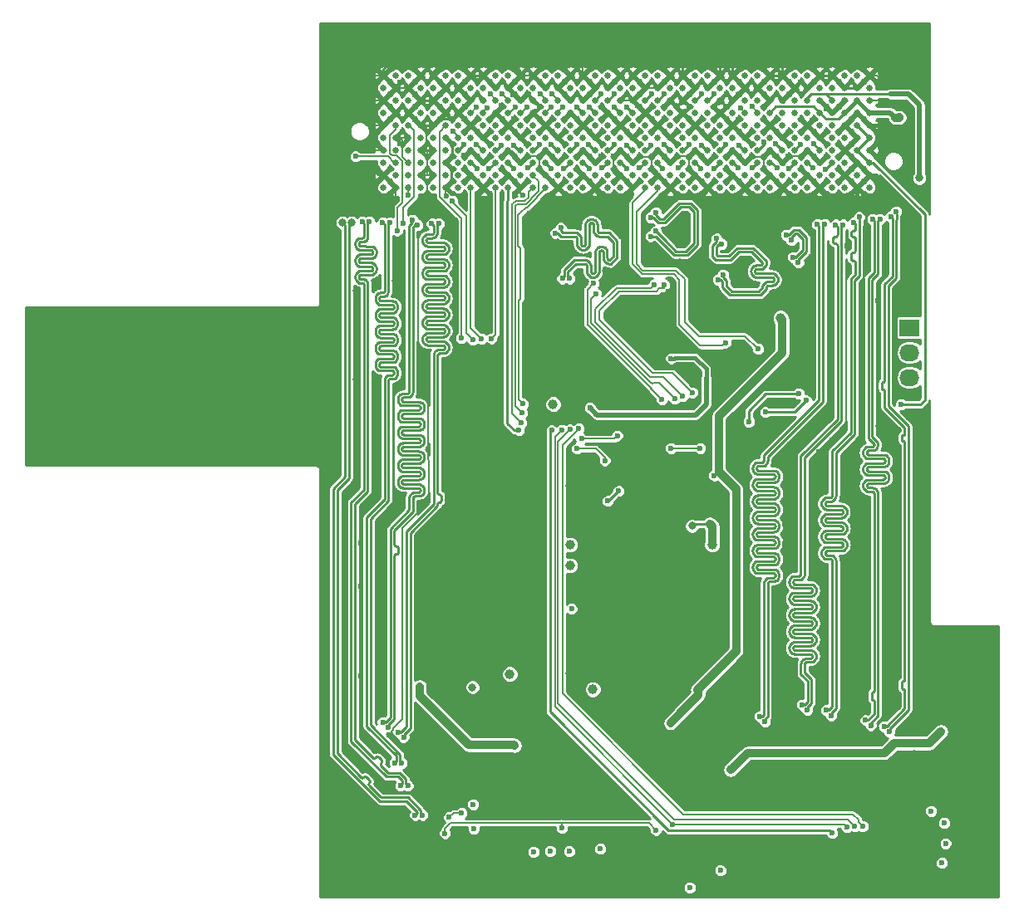
<source format=gbl>
G04 #@! TF.FileFunction,Copper,L4,Bot,Signal*
%FSLAX46Y46*%
G04 Gerber Fmt 4.6, Leading zero omitted, Abs format (unit mm)*
G04 Created by KiCad (PCBNEW 4.0.4-stable) date Mon Nov 14 15:58:05 2016*
%MOMM*%
%LPD*%
G01*
G04 APERTURE LIST*
%ADD10C,0.100000*%
%ADD11C,0.635000*%
%ADD12R,2.032000X1.727200*%
%ADD13O,2.032000X1.727200*%
%ADD14C,0.800000*%
%ADD15C,1.000000*%
%ADD16C,0.600000*%
%ADD17C,0.885000*%
%ADD18C,0.230000*%
%ADD19C,0.508000*%
%ADD20C,0.150000*%
%ADD21C,0.381000*%
%ADD22C,0.180000*%
%ADD23C,0.203200*%
%ADD24C,0.254000*%
G04 APERTURE END LIST*
D10*
D11*
X173895000Y-80275000D03*
X173895000Y-81545000D03*
X173895000Y-82815000D03*
X173895000Y-84085000D03*
X173895000Y-85355000D03*
X173895000Y-86625000D03*
X173895000Y-87895000D03*
X173895000Y-89165000D03*
X173895000Y-90435000D03*
X173895000Y-91705000D03*
X175165000Y-80275000D03*
X175165000Y-81545000D03*
X175165000Y-82815000D03*
X175165000Y-84085000D03*
X175165000Y-85355000D03*
X175165000Y-86625000D03*
X175165000Y-87895000D03*
X175165000Y-89165000D03*
X175165000Y-90435000D03*
X175165000Y-91705000D03*
X176435000Y-80275000D03*
X176435000Y-81545000D03*
X176435000Y-82815000D03*
X176435000Y-84085000D03*
X176435000Y-85355000D03*
X176435000Y-86625000D03*
X176435000Y-87895000D03*
X176435000Y-89165000D03*
X176435000Y-90435000D03*
X176435000Y-91705000D03*
X177705000Y-80275000D03*
X177705000Y-81545000D03*
X177705000Y-82815000D03*
X177705000Y-84085000D03*
X177705000Y-85355000D03*
X177705000Y-86625000D03*
X177705000Y-87895000D03*
X177705000Y-89165000D03*
X177705000Y-90435000D03*
X177705000Y-91705000D03*
X178975000Y-80275000D03*
X178975000Y-81545000D03*
X178975000Y-82815000D03*
X178975000Y-84085000D03*
X178975000Y-85355000D03*
X178975000Y-86625000D03*
X178975000Y-87895000D03*
X178975000Y-89165000D03*
X178975000Y-90435000D03*
X178975000Y-91705000D03*
X180245000Y-80275000D03*
X180245000Y-81545000D03*
X180245000Y-82815000D03*
X180245000Y-84085000D03*
X180245000Y-85355000D03*
X180245000Y-86625000D03*
X180245000Y-87895000D03*
X180245000Y-89165000D03*
X180245000Y-90435000D03*
X180245000Y-91705000D03*
X181515000Y-80275000D03*
X181515000Y-81545000D03*
X181515000Y-82815000D03*
X181515000Y-84085000D03*
X181515000Y-85355000D03*
X181515000Y-86625000D03*
X181515000Y-87895000D03*
X181515000Y-89165000D03*
X181515000Y-90435000D03*
X181515000Y-91705000D03*
X182785000Y-80275000D03*
X182785000Y-81545000D03*
X182785000Y-82815000D03*
X182785000Y-84085000D03*
X182785000Y-85355000D03*
X182785000Y-86625000D03*
X182785000Y-87895000D03*
X182785000Y-89165000D03*
X182785000Y-90435000D03*
X182785000Y-91705000D03*
X184055000Y-80275000D03*
X184055000Y-81545000D03*
X184055000Y-82815000D03*
X184055000Y-84085000D03*
X184055000Y-85355000D03*
X184055000Y-86625000D03*
X184055000Y-87895000D03*
X184055000Y-89165000D03*
X184055000Y-90435000D03*
X184055000Y-91705000D03*
X185325000Y-80275000D03*
X185325000Y-81545000D03*
X185325000Y-82815000D03*
X185325000Y-84085000D03*
X185325000Y-85355000D03*
X185325000Y-86625000D03*
X185325000Y-87895000D03*
X185325000Y-89165000D03*
X185325000Y-90435000D03*
X185325000Y-91705000D03*
X186595000Y-80275000D03*
X186595000Y-81545000D03*
X186595000Y-82815000D03*
X186595000Y-84085000D03*
X186595000Y-85355000D03*
X186595000Y-86625000D03*
X186595000Y-87895000D03*
X186595000Y-89165000D03*
X186595000Y-90435000D03*
X186595000Y-91705000D03*
X187865000Y-80275000D03*
X187865000Y-81545000D03*
X187865000Y-82815000D03*
X187865000Y-84085000D03*
X187865000Y-85355000D03*
X187865000Y-86625000D03*
X187865000Y-87895000D03*
X187865000Y-89165000D03*
X187865000Y-90435000D03*
X187865000Y-91705000D03*
X189135000Y-80275000D03*
X189135000Y-81545000D03*
X189135000Y-82815000D03*
X189135000Y-84085000D03*
X189135000Y-85355000D03*
X189135000Y-86625000D03*
X189135000Y-87895000D03*
X189135000Y-89165000D03*
X189135000Y-90435000D03*
X189135000Y-91705000D03*
X190405000Y-80275000D03*
X190405000Y-81545000D03*
X190405000Y-82815000D03*
X190405000Y-84085000D03*
X190405000Y-85355000D03*
X190405000Y-86625000D03*
X190405000Y-87895000D03*
X190405000Y-89165000D03*
X190405000Y-90435000D03*
X190405000Y-91705000D03*
X191675000Y-80275000D03*
X191675000Y-81545000D03*
X191675000Y-82815000D03*
X191675000Y-84085000D03*
X191675000Y-85355000D03*
X191675000Y-86625000D03*
X191675000Y-87895000D03*
X191675000Y-89165000D03*
X191675000Y-90435000D03*
X191675000Y-91705000D03*
X192945000Y-80275000D03*
X192945000Y-81545000D03*
X192945000Y-82815000D03*
X192945000Y-84085000D03*
X192945000Y-85355000D03*
X192945000Y-86625000D03*
X192945000Y-87895000D03*
X192945000Y-89165000D03*
X192945000Y-90435000D03*
X192945000Y-91705000D03*
X194215000Y-80275000D03*
X194215000Y-81545000D03*
X194215000Y-82815000D03*
X194215000Y-84085000D03*
X194215000Y-85355000D03*
X194215000Y-86625000D03*
X194215000Y-87895000D03*
X194215000Y-89165000D03*
X194215000Y-90435000D03*
X194215000Y-91705000D03*
X195485000Y-80275000D03*
X195485000Y-81545000D03*
X195485000Y-82815000D03*
X195485000Y-84085000D03*
X195485000Y-85355000D03*
X195485000Y-86625000D03*
X195485000Y-87895000D03*
X195485000Y-89165000D03*
X195485000Y-90435000D03*
X195485000Y-91705000D03*
X196755000Y-80275000D03*
X196755000Y-81545000D03*
X196755000Y-82815000D03*
X196755000Y-84085000D03*
X196755000Y-85355000D03*
X196755000Y-86625000D03*
X196755000Y-87895000D03*
X196755000Y-89165000D03*
X196755000Y-90435000D03*
X196755000Y-91705000D03*
X198025000Y-80275000D03*
X198025000Y-81545000D03*
X198025000Y-82815000D03*
X198025000Y-84085000D03*
X198025000Y-85355000D03*
X198025000Y-86625000D03*
X198025000Y-87895000D03*
X198025000Y-89165000D03*
X198025000Y-90435000D03*
X198025000Y-91705000D03*
X199295000Y-80275000D03*
X199295000Y-81545000D03*
X199295000Y-82815000D03*
X199295000Y-84085000D03*
X199295000Y-85355000D03*
X199295000Y-86625000D03*
X199295000Y-87895000D03*
X199295000Y-89165000D03*
X199295000Y-90435000D03*
X199295000Y-91705000D03*
X200565000Y-80275000D03*
X200565000Y-81545000D03*
X200565000Y-82815000D03*
X200565000Y-84085000D03*
X200565000Y-85355000D03*
X200565000Y-86625000D03*
X200565000Y-87895000D03*
X200565000Y-89165000D03*
X200565000Y-90435000D03*
X200565000Y-91705000D03*
X201835000Y-80275000D03*
X201835000Y-81545000D03*
X201835000Y-82815000D03*
X201835000Y-84085000D03*
X201835000Y-85355000D03*
X201835000Y-86625000D03*
X201835000Y-87895000D03*
X201835000Y-89165000D03*
X201835000Y-90435000D03*
X201835000Y-91705000D03*
X203105000Y-80275000D03*
X203105000Y-81545000D03*
X203105000Y-82815000D03*
X203105000Y-84085000D03*
X203105000Y-85355000D03*
X203105000Y-86625000D03*
X203105000Y-87895000D03*
X203105000Y-89165000D03*
X203105000Y-90435000D03*
X203105000Y-91705000D03*
X204375000Y-80275000D03*
X204375000Y-81545000D03*
X204375000Y-82815000D03*
X204375000Y-84085000D03*
X204375000Y-85355000D03*
X204375000Y-86625000D03*
X204375000Y-87895000D03*
X204375000Y-89165000D03*
X204375000Y-90435000D03*
X204375000Y-91705000D03*
X205645000Y-80275000D03*
X205645000Y-81545000D03*
X205645000Y-82815000D03*
X205645000Y-84085000D03*
X205645000Y-85355000D03*
X205645000Y-86625000D03*
X205645000Y-87895000D03*
X205645000Y-89165000D03*
X205645000Y-90435000D03*
X205645000Y-91705000D03*
X206915000Y-80275000D03*
X206915000Y-81545000D03*
X206915000Y-82815000D03*
X206915000Y-84085000D03*
X206915000Y-85355000D03*
X206915000Y-86625000D03*
X206915000Y-87895000D03*
X206915000Y-89165000D03*
X206915000Y-90435000D03*
X206915000Y-91705000D03*
X208185000Y-80275000D03*
X208185000Y-81545000D03*
X208185000Y-82815000D03*
X208185000Y-84085000D03*
X208185000Y-85355000D03*
X208185000Y-86625000D03*
X208185000Y-87895000D03*
X208185000Y-89165000D03*
X208185000Y-90435000D03*
X208185000Y-91705000D03*
X209455000Y-80275000D03*
X209455000Y-81545000D03*
X209455000Y-82815000D03*
X209455000Y-84085000D03*
X209455000Y-85355000D03*
X209455000Y-86625000D03*
X209455000Y-87895000D03*
X209455000Y-89165000D03*
X209455000Y-90435000D03*
X209455000Y-91705000D03*
X210725000Y-80275000D03*
X210725000Y-81545000D03*
X210725000Y-82815000D03*
X210725000Y-84085000D03*
X210725000Y-85355000D03*
X210725000Y-86625000D03*
X210725000Y-87895000D03*
X210725000Y-89165000D03*
X210725000Y-90435000D03*
X210725000Y-91705000D03*
X211995000Y-80275000D03*
X211995000Y-81545000D03*
X211995000Y-82815000D03*
X211995000Y-84085000D03*
X211995000Y-85355000D03*
X211995000Y-86625000D03*
X211995000Y-87895000D03*
X211995000Y-89165000D03*
X211995000Y-90435000D03*
X211995000Y-91705000D03*
X213265000Y-80275000D03*
X213265000Y-81545000D03*
X213265000Y-82815000D03*
X213265000Y-84085000D03*
X213265000Y-85355000D03*
X213265000Y-86625000D03*
X213265000Y-87895000D03*
X213265000Y-89165000D03*
X213265000Y-90435000D03*
X213265000Y-91705000D03*
X214535000Y-80275000D03*
X214535000Y-81545000D03*
X214535000Y-82815000D03*
X214535000Y-84085000D03*
X214535000Y-85355000D03*
X214535000Y-86625000D03*
X214535000Y-87895000D03*
X214535000Y-89165000D03*
X214535000Y-90435000D03*
X214535000Y-91705000D03*
X215805000Y-80275000D03*
X215805000Y-81545000D03*
X215805000Y-82815000D03*
X215805000Y-84085000D03*
X215805000Y-85355000D03*
X215805000Y-86625000D03*
X215805000Y-87895000D03*
X215805000Y-89165000D03*
X215805000Y-90435000D03*
X215805000Y-91705000D03*
X217075000Y-80275000D03*
X217075000Y-81545000D03*
X217075000Y-82815000D03*
X217075000Y-84085000D03*
X217075000Y-85355000D03*
X217075000Y-86625000D03*
X217075000Y-87895000D03*
X217075000Y-89165000D03*
X217075000Y-90435000D03*
X217075000Y-91705000D03*
X218345000Y-80275000D03*
X218345000Y-81545000D03*
X218345000Y-82815000D03*
X218345000Y-84085000D03*
X218345000Y-85355000D03*
X218345000Y-86625000D03*
X218345000Y-87895000D03*
X218345000Y-89165000D03*
X218345000Y-90435000D03*
X218345000Y-91705000D03*
X219615000Y-80275000D03*
X219615000Y-81545000D03*
X219615000Y-82815000D03*
X219615000Y-84085000D03*
X219615000Y-85355000D03*
X219615000Y-86625000D03*
X219615000Y-87895000D03*
X219615000Y-89165000D03*
X219615000Y-90435000D03*
X219615000Y-91705000D03*
X220885000Y-80275000D03*
X220885000Y-81545000D03*
X220885000Y-82815000D03*
X220885000Y-84085000D03*
X220885000Y-85355000D03*
X220885000Y-86625000D03*
X220885000Y-87895000D03*
X220885000Y-89165000D03*
X220885000Y-90435000D03*
X220885000Y-91705000D03*
X222155000Y-80275000D03*
X222155000Y-81545000D03*
X222155000Y-82815000D03*
X222155000Y-84085000D03*
X222155000Y-85355000D03*
X222155000Y-86625000D03*
X222155000Y-87895000D03*
X222155000Y-89165000D03*
X222155000Y-90435000D03*
X222155000Y-91705000D03*
X223425000Y-80275000D03*
X223425000Y-81545000D03*
X223425000Y-82815000D03*
X223425000Y-84085000D03*
X223425000Y-85355000D03*
X223425000Y-86625000D03*
X223425000Y-87895000D03*
X223425000Y-89165000D03*
X223425000Y-90435000D03*
X223425000Y-91705000D03*
D12*
X227500000Y-106000000D03*
D13*
X227500000Y-108540000D03*
X227500000Y-111080000D03*
D14*
X230700000Y-147170000D03*
X209280000Y-151090000D03*
X205340000Y-126230000D03*
D15*
X192920000Y-128130000D03*
X195240000Y-142890000D03*
X186780000Y-141330000D03*
X207390000Y-128140000D03*
D14*
X177510000Y-132410000D03*
D16*
X177590000Y-135690000D03*
D14*
X178730000Y-130610000D03*
D16*
X180340000Y-125550000D03*
X178530000Y-127460000D03*
X178550000Y-128760000D03*
X188790000Y-112690000D03*
X188660000Y-109050000D03*
X188930000Y-101210000D03*
X190130000Y-106010000D03*
X188690000Y-104610000D03*
X191120000Y-101390000D03*
X188720000Y-96330000D03*
X191000000Y-92480000D03*
D14*
X181570000Y-130810000D03*
X182470000Y-132420000D03*
D16*
X212640000Y-82170000D03*
X210040000Y-82270000D03*
D14*
X179970000Y-130900000D03*
X184090000Y-135470000D03*
X181220000Y-142680000D03*
X179530000Y-142680000D03*
D15*
X198140000Y-146120000D03*
X204360000Y-147840000D03*
D14*
X235340000Y-149630000D03*
X228470000Y-140920000D03*
D15*
X205890000Y-147840000D03*
X206110000Y-153920000D03*
X206200000Y-150770000D03*
X209000000Y-142860000D03*
X208030000Y-145700000D03*
X211630000Y-135450000D03*
X211560000Y-138750000D03*
X207320000Y-138790000D03*
X208430000Y-136920000D03*
X198620000Y-129710000D03*
X199520000Y-122320000D03*
X211110000Y-116930000D03*
D14*
X204500000Y-116000000D03*
X201500000Y-118500000D03*
D16*
X209550000Y-117250000D03*
X206900000Y-117300000D03*
D15*
X212620000Y-115840000D03*
X221500000Y-121000000D03*
X222500000Y-124000000D03*
X222470000Y-117540000D03*
X225500000Y-140000000D03*
X225500000Y-136270000D03*
X225500000Y-132970000D03*
X225500000Y-130230000D03*
X222500000Y-130270000D03*
X222500000Y-133070000D03*
X221500000Y-137300000D03*
X221500000Y-135500000D03*
X168500000Y-93500000D03*
D16*
X169940000Y-80160000D03*
X170050000Y-82810000D03*
X169210000Y-84750000D03*
X169820000Y-87660000D03*
X169920000Y-89620000D03*
X199860000Y-115950000D03*
X198690000Y-117780000D03*
D14*
X175160000Y-101250000D03*
X174220000Y-125280000D03*
D16*
X173050000Y-120920000D03*
X173070000Y-117970000D03*
X173140000Y-114880000D03*
D14*
X171870000Y-124370000D03*
X172940000Y-123260000D03*
D16*
X171590000Y-127960000D03*
X171580000Y-132410000D03*
X171590000Y-141500000D03*
X169960000Y-146050000D03*
X171750000Y-147310000D03*
X170690000Y-149910000D03*
X170030000Y-148620000D03*
X169940000Y-125940000D03*
X169960000Y-140090000D03*
X169960000Y-136880000D03*
X169930000Y-134540000D03*
X169940000Y-132440000D03*
X169910000Y-130580000D03*
D14*
X170750000Y-122630000D03*
X171160000Y-111290000D03*
D16*
X171160000Y-120430000D03*
X171160000Y-117990000D03*
X171130000Y-114910000D03*
X199760000Y-114090000D03*
X202920000Y-102340000D03*
X202730000Y-109740000D03*
X200730000Y-101140000D03*
X203110000Y-101080000D03*
D14*
X196580000Y-100160000D03*
X204000000Y-97000000D03*
X204070000Y-99330000D03*
X210920000Y-93850000D03*
X214500000Y-95000000D03*
X217430000Y-94120000D03*
X213160000Y-105920000D03*
D16*
X210290000Y-107550000D03*
X197400000Y-114060000D03*
X195550000Y-116740000D03*
X194080000Y-119150000D03*
X196040000Y-118020000D03*
X195600000Y-119400000D03*
X196800000Y-115810000D03*
D14*
X188000000Y-120500000D03*
X205660000Y-103330000D03*
D16*
X219350000Y-98400000D03*
X224950000Y-97200000D03*
X221150000Y-97650000D03*
X223000000Y-97450000D03*
X219430000Y-94290000D03*
X219000000Y-83680000D03*
X214850000Y-79130000D03*
X222920000Y-94000000D03*
X221180000Y-100470000D03*
X219580000Y-117450000D03*
X218940000Y-115370000D03*
D14*
X176500000Y-148500000D03*
D16*
X174500000Y-147550000D03*
D15*
X177900000Y-108650000D03*
X177930000Y-111030000D03*
D16*
X176400000Y-92450000D03*
X175540000Y-87200000D03*
X177080000Y-82220000D03*
X179460000Y-79490000D03*
X185010000Y-79390000D03*
X186180000Y-80940000D03*
X188680000Y-82200000D03*
X186070000Y-78060000D03*
X175530000Y-80980000D03*
X187520000Y-79460000D03*
X223330000Y-79180000D03*
X195220000Y-78280000D03*
X196370000Y-76960000D03*
X197600000Y-75940000D03*
X198390000Y-75130000D03*
X221530000Y-77370000D03*
X220780000Y-76760000D03*
X219540000Y-75470000D03*
X194180000Y-79240000D03*
X188320000Y-75210000D03*
X172220000Y-80290000D03*
X175580000Y-75180000D03*
X174270000Y-75960000D03*
X172590000Y-77700000D03*
X192710000Y-79290000D03*
X191080000Y-77950000D03*
X189680000Y-76420000D03*
X186980000Y-76390000D03*
X189070000Y-78510000D03*
X174260000Y-79280000D03*
X180940000Y-83410000D03*
X182120000Y-84680000D03*
X182160000Y-83460000D03*
X182230000Y-82280000D03*
X183620000Y-80840000D03*
X187100000Y-82220000D03*
X189840000Y-83420000D03*
X185870000Y-83360000D03*
X203660000Y-83370000D03*
X204910000Y-84650000D03*
X210060000Y-84810000D03*
X208800000Y-83430000D03*
X217350000Y-76540000D03*
X209760000Y-76460000D03*
X220260000Y-79400000D03*
X209530000Y-78980000D03*
X208200000Y-79060000D03*
X203740000Y-81070000D03*
X202320000Y-79370000D03*
X204350000Y-79060000D03*
X205030000Y-80930000D03*
X206300000Y-80950000D03*
X205000000Y-82230000D03*
X203740000Y-82210000D03*
X193690000Y-101900000D03*
X191800000Y-106910000D03*
X205990000Y-119290000D03*
X217580000Y-123010000D03*
X217700000Y-126140000D03*
X214930000Y-130420000D03*
X218510000Y-131640000D03*
X214280000Y-132660000D03*
X211020000Y-131070000D03*
X214130000Y-138340000D03*
X214310000Y-133980000D03*
X218830000Y-138350000D03*
X214810000Y-126000000D03*
X215710000Y-125670000D03*
X217540000Y-119980000D03*
X218230000Y-118670000D03*
X222600000Y-114850000D03*
X222720000Y-112060000D03*
X219540000Y-113420000D03*
X222580000Y-107630000D03*
X222560000Y-104500000D03*
X224295000Y-103205000D03*
X223160000Y-100010000D03*
X219360000Y-101410000D03*
X219420000Y-106090000D03*
X219400000Y-104040000D03*
X219420000Y-110350000D03*
X219440000Y-107290000D03*
D14*
X193930000Y-144020000D03*
D15*
X184690000Y-143140000D03*
X185730000Y-144160000D03*
X194540000Y-154340000D03*
X194550000Y-150420000D03*
D14*
X200000000Y-159000000D03*
X203500000Y-159000000D03*
D15*
X206690000Y-159050000D03*
D16*
X181210000Y-103790000D03*
X181000000Y-107030000D03*
X180750000Y-96610000D03*
X180210000Y-94470000D03*
D14*
X192000000Y-98000000D03*
D16*
X193770000Y-95780000D03*
D15*
X177920000Y-112560000D03*
D16*
X178410000Y-118360000D03*
D14*
X207950000Y-105620000D03*
X213190000Y-107510000D03*
X210690000Y-110280000D03*
X213160000Y-103130000D03*
D16*
X204220000Y-109760000D03*
D14*
X205890000Y-110630000D03*
X227960000Y-149500000D03*
X231610000Y-149480000D03*
X225190000Y-153060000D03*
X220220000Y-153650000D03*
X224950000Y-154600000D03*
X225840000Y-151570000D03*
X215540000Y-141620000D03*
X215500000Y-140170000D03*
X175260000Y-97320000D03*
X173140000Y-101530000D03*
X171140000Y-102250000D03*
D15*
X177800000Y-123990000D03*
D14*
X173140000Y-111300000D03*
D15*
X192900000Y-122150000D03*
D16*
X210750000Y-121400000D03*
D15*
X204500000Y-122000000D03*
X201500000Y-122500000D03*
D16*
X228300000Y-98050000D03*
X227000000Y-100500000D03*
D14*
X217000000Y-104500000D03*
D16*
X228000000Y-100500000D03*
D15*
X194500000Y-133000000D03*
D14*
X195000000Y-136000000D03*
X183500000Y-162500000D03*
X198000000Y-159000000D03*
D15*
X199960000Y-155570000D03*
D14*
X217000000Y-110000000D03*
X217000000Y-108000000D03*
X214500000Y-98500000D03*
X215500000Y-101500000D03*
X211000000Y-96000000D03*
X210500000Y-99500000D03*
X206500000Y-100000000D03*
X207500000Y-95500000D03*
D16*
X198500000Y-101350000D03*
D14*
X184000000Y-94000000D03*
X184000000Y-99500000D03*
X184000000Y-104000000D03*
X185500000Y-108500000D03*
X191500000Y-109500000D03*
X180500000Y-110500000D03*
X182000000Y-110500000D03*
X185500000Y-116000000D03*
X185500000Y-110500000D03*
X182000000Y-124500000D03*
X182000000Y-122500000D03*
X180500000Y-122500000D03*
X182000000Y-119000000D03*
X184000000Y-119000000D03*
X180500000Y-119000000D03*
X186500000Y-125500000D03*
X186500000Y-123500000D03*
X186500000Y-121000000D03*
X173500000Y-145000000D03*
X173500000Y-141500000D03*
X173500000Y-136500000D03*
X173500000Y-132500000D03*
X173500000Y-128000000D03*
X177500000Y-150500000D03*
X177500000Y-153500000D03*
X169000000Y-154000000D03*
X168000000Y-151000000D03*
X168000000Y-148000000D03*
X168000000Y-146000000D03*
X168000000Y-144000000D03*
X168000000Y-122000000D03*
X168000000Y-124000000D03*
X168000000Y-126000000D03*
X168000000Y-128000000D03*
X168000000Y-130500000D03*
X168000000Y-132500000D03*
X168000000Y-134500000D03*
X168000000Y-136500000D03*
X168000000Y-139000000D03*
X168000000Y-141500000D03*
D15*
X168500000Y-119500000D03*
X168500000Y-95500000D03*
X168500000Y-97500000D03*
X168500000Y-99500000D03*
X168500000Y-101500000D03*
X168500000Y-103500000D03*
X168500000Y-105500000D03*
D16*
X173390000Y-92610000D03*
D15*
X168500000Y-117500000D03*
X168500000Y-115500000D03*
X168500000Y-113500000D03*
X168500000Y-111500000D03*
X168500000Y-109500000D03*
X168500000Y-107500000D03*
X206000000Y-134500000D03*
X196500000Y-132000000D03*
X196500000Y-130500000D03*
X200000000Y-129500000D03*
X227500000Y-115000000D03*
X225500000Y-117500000D03*
X224500000Y-116000000D03*
X225500000Y-124000000D03*
X229000000Y-119000000D03*
X229000000Y-122000000D03*
X229000000Y-125000000D03*
X229000000Y-128000000D03*
X225500000Y-128000000D03*
X229000000Y-134000000D03*
X229000000Y-131000000D03*
X222500000Y-127500000D03*
X221500000Y-139500000D03*
D14*
X195330000Y-112360000D03*
X195220000Y-111310000D03*
X234510000Y-163540000D03*
X235900000Y-159840000D03*
X234000000Y-156470000D03*
X234500000Y-153490000D03*
X224000000Y-157830000D03*
X171205000Y-162255000D03*
X173200000Y-162280000D03*
X175160000Y-162280000D03*
X176870000Y-162280000D03*
X181545000Y-162205000D03*
X179145000Y-162205000D03*
X212740000Y-154760000D03*
X210140000Y-158250000D03*
X193860000Y-125590000D03*
X192960000Y-124710000D03*
X197660000Y-119410000D03*
D16*
X218950000Y-121810000D03*
D14*
X218840000Y-120850000D03*
D16*
X215312500Y-117912500D03*
D14*
X215312500Y-119087500D03*
X216487500Y-117912500D03*
D16*
X214810000Y-128090000D03*
D15*
X192950000Y-141290000D03*
X186490000Y-130540000D03*
X185730000Y-132320000D03*
X189360000Y-134680000D03*
X188700000Y-140230000D03*
D16*
X208850000Y-89780000D03*
X211350000Y-88550000D03*
X215130000Y-88520000D03*
X213770000Y-88410000D03*
X206250000Y-88450000D03*
X197350000Y-88490000D03*
X202520000Y-88580000D03*
X201210000Y-89900000D03*
X199220000Y-92410000D03*
X195870000Y-92540000D03*
X191750000Y-93600000D03*
X188060000Y-92500000D03*
D15*
X169940000Y-156670000D03*
X179880000Y-153370000D03*
X189700000Y-146540000D03*
X188190000Y-146630000D03*
X186930000Y-146470000D03*
X185700000Y-145400000D03*
X188250000Y-153140000D03*
X198410000Y-154720000D03*
X199030000Y-139590000D03*
X202620000Y-143330000D03*
X202190000Y-144840000D03*
D16*
X172290000Y-87500000D03*
X175160000Y-92870000D03*
X172730000Y-89790000D03*
X172210000Y-84890000D03*
X172250000Y-82820000D03*
X180820000Y-84720000D03*
X177080000Y-84760000D03*
X180350000Y-92540000D03*
X182110000Y-88390000D03*
X185950000Y-89840000D03*
X183570000Y-92600000D03*
X203650000Y-92400000D03*
X206400000Y-92580000D03*
X211330000Y-92610000D03*
X214080000Y-92480000D03*
X218850000Y-92460000D03*
X225620000Y-91980000D03*
X225310000Y-85310000D03*
X225320000Y-83350000D03*
X224710000Y-80810000D03*
X217600000Y-84840000D03*
X213800000Y-84960000D03*
X215090000Y-86100000D03*
X202520000Y-84740000D03*
X197440000Y-84710000D03*
X194830000Y-84830000D03*
X189770000Y-84720000D03*
X187180000Y-84710000D03*
X188470000Y-87250000D03*
X188610000Y-88520000D03*
X193680000Y-88470000D03*
X196070000Y-88550000D03*
X208830000Y-82150000D03*
X213920000Y-82280000D03*
X216410000Y-81000000D03*
X221640000Y-80860000D03*
X199815000Y-83335000D03*
X196100000Y-127200000D03*
X195930000Y-126260000D03*
X201050000Y-113300000D03*
X195930000Y-113250000D03*
X198470000Y-113100000D03*
D14*
X216640000Y-151230000D03*
X219270000Y-147290000D03*
X218700000Y-152170000D03*
X218680000Y-142360000D03*
X220930000Y-146100000D03*
X212910000Y-147580000D03*
X215930000Y-147290000D03*
X221770000Y-143180000D03*
X210270000Y-147710000D03*
X213900000Y-145860000D03*
X215110000Y-144640000D03*
X216230000Y-143370000D03*
X210230000Y-154660000D03*
D16*
X212817500Y-114622500D03*
X216960000Y-113440000D03*
X202280000Y-113340000D03*
X195290000Y-101490000D03*
X175965165Y-147765165D03*
X179575000Y-95400000D03*
X183400000Y-83500000D03*
X175434835Y-147234835D03*
X178825000Y-95400000D03*
X184500000Y-83600000D03*
X220715000Y-95500000D03*
X217065165Y-144975165D03*
X201200000Y-82200000D03*
X219965000Y-95500000D03*
X216534835Y-144444835D03*
X202500000Y-82200000D03*
X174365165Y-146765165D03*
X184800000Y-82200000D03*
X177365165Y-95565165D03*
X173834835Y-146234835D03*
X176834835Y-95034835D03*
X186000000Y-82200000D03*
X212775165Y-146175165D03*
X218845000Y-95460000D03*
X206300000Y-82200000D03*
X183440000Y-89770000D03*
X175310000Y-96090000D03*
X212244835Y-145644835D03*
X218095000Y-95460000D03*
X207600000Y-82200000D03*
X205000000Y-87300000D03*
X174575000Y-95300000D03*
X175775000Y-150400000D03*
X187300000Y-83500000D03*
X184630000Y-89800000D03*
X188500000Y-83500000D03*
X173825000Y-95300000D03*
X175025000Y-150400000D03*
X219515165Y-145545165D03*
X222355165Y-94724835D03*
X197400000Y-83500000D03*
X187160000Y-89760000D03*
X206300000Y-87400000D03*
X181840000Y-107050000D03*
X218984835Y-145014835D03*
X221824835Y-95255165D03*
X198700000Y-83500000D03*
X208800000Y-87300000D03*
X175900000Y-95360000D03*
X180600000Y-155930000D03*
X181870000Y-155490000D03*
X176375000Y-152700000D03*
X172475000Y-95200000D03*
X189900000Y-82200000D03*
X188630000Y-89700000D03*
X191100000Y-82200000D03*
X171725000Y-95200000D03*
X175625000Y-152700000D03*
X224475000Y-94950000D03*
X223545165Y-146565165D03*
X196100000Y-82200000D03*
X212640000Y-87070000D03*
X210100000Y-87400000D03*
X222720000Y-156840000D03*
X193810000Y-116300000D03*
X188120000Y-113780000D03*
X223725000Y-94950000D03*
X223014835Y-146034835D03*
X197400000Y-82200000D03*
X197400000Y-87300000D03*
X192910000Y-116400000D03*
X188030000Y-114700000D03*
X221900000Y-156840000D03*
D14*
X170675000Y-95300000D03*
D16*
X177875000Y-155700000D03*
X191000000Y-83500000D03*
X213840000Y-87240000D03*
D14*
X169725000Y-95300000D03*
D16*
X177125000Y-155700000D03*
X192200000Y-83500000D03*
X225435165Y-147205165D03*
X226135165Y-94164835D03*
X193600000Y-83500000D03*
X216360000Y-87290000D03*
X198700000Y-87400000D03*
X224904835Y-146674835D03*
X225604835Y-94695165D03*
X194900000Y-83500000D03*
X201100000Y-87400000D03*
X192100000Y-157030000D03*
X221120000Y-156930000D03*
X203330000Y-156700000D03*
X201670000Y-157220000D03*
X180170000Y-157570000D03*
X187950000Y-115700000D03*
X192080000Y-116430000D03*
X217710000Y-87270000D03*
X213990000Y-89730000D03*
X202500000Y-87300000D03*
X219620000Y-157530000D03*
X191050000Y-116490000D03*
X187710000Y-116480000D03*
X190970000Y-89770000D03*
X215180000Y-89810000D03*
X217620000Y-89720000D03*
X192290000Y-89790000D03*
X194880000Y-89750000D03*
X218920000Y-89830000D03*
X182100000Y-87300000D03*
X196150000Y-89720000D03*
X206250000Y-89740000D03*
X183400000Y-87300000D03*
X185900000Y-87400000D03*
X207550000Y-89790000D03*
X210050000Y-89720000D03*
X187200000Y-87400000D03*
X189800000Y-87300000D03*
X211480000Y-89690000D03*
D14*
X187270000Y-148620000D03*
X177580000Y-142610000D03*
D15*
X214350000Y-105000000D03*
D14*
X226463860Y-84571840D03*
X203130000Y-146320000D03*
X204130000Y-145300000D03*
D16*
X207580000Y-121080000D03*
X198710000Y-89800000D03*
X191000000Y-87300000D03*
X193600000Y-87300000D03*
X199980000Y-89730000D03*
D14*
X182970000Y-142670000D03*
D16*
X190880000Y-159380000D03*
X231160000Y-158590000D03*
X202310000Y-89770000D03*
X194800000Y-87300000D03*
X203900000Y-89730000D03*
X211120000Y-115600000D03*
X216190000Y-112710000D03*
X226620000Y-113840000D03*
X216165165Y-99365165D03*
X214934835Y-96534835D03*
X215634835Y-98834835D03*
X215465165Y-97065165D03*
X191434835Y-96365165D03*
X192125000Y-101000000D03*
X191965165Y-95834835D03*
X192875000Y-101000000D03*
X208497653Y-100590711D03*
X207834835Y-96934835D03*
X207967323Y-101121041D03*
X208365165Y-97465165D03*
X201637300Y-96165346D03*
X201134835Y-94765165D03*
X201106970Y-96695676D03*
X201665165Y-94234835D03*
X203580000Y-113240000D03*
X195530000Y-102550000D03*
X201470000Y-101650000D03*
X204390000Y-113000000D03*
X205350000Y-112620000D03*
X202490000Y-101660000D03*
D15*
X192920000Y-130260000D03*
X191190000Y-113800000D03*
D16*
X208750000Y-107530000D03*
X180990000Y-85980000D03*
X180940000Y-93090000D03*
X183010000Y-107230000D03*
X196750000Y-123680000D03*
X197850000Y-122660000D03*
X196450000Y-119550000D03*
X193630000Y-118350000D03*
X183890000Y-107140000D03*
X212070000Y-108180000D03*
X206170000Y-118300000D03*
X197720000Y-117010000D03*
X203180000Y-118290000D03*
X194070000Y-117330000D03*
X184900000Y-107100000D03*
X208230000Y-161330000D03*
X231025000Y-156525000D03*
X192820000Y-159400000D03*
X205110000Y-163100000D03*
X189180000Y-159460000D03*
X230790000Y-160570000D03*
X196000000Y-159140000D03*
X229690000Y-155290000D03*
X183040000Y-154610000D03*
X183110000Y-157080000D03*
X203200000Y-109140000D03*
X194950000Y-114180000D03*
X193060000Y-134680000D03*
D14*
X228508560Y-90738960D03*
D16*
X171060000Y-88550000D03*
X210280000Y-83640000D03*
X211430000Y-83420000D03*
D17*
X224940000Y-149350000D02*
X225910000Y-148380000D01*
X225910000Y-148380000D02*
X229490000Y-148380000D01*
X229490000Y-148380000D02*
X230700000Y-147170000D01*
X217630000Y-149350000D02*
X211020000Y-149350000D01*
X209280000Y-151090000D02*
X211020000Y-149350000D01*
X217630000Y-149350000D02*
X224940000Y-149350000D01*
D18*
X205570000Y-126000000D02*
X207120000Y-126000000D01*
X205340000Y-126230000D02*
X205570000Y-126000000D01*
D19*
X207390000Y-128140000D02*
X207400000Y-128140000D01*
X207400000Y-128140000D02*
X207390000Y-128140000D01*
X207390000Y-128140000D02*
X207400000Y-128140000D01*
D17*
X207400000Y-126280000D02*
X207400000Y-128140000D01*
X207400000Y-126280000D02*
X207120000Y-126000000D01*
D20*
X178730000Y-130610000D02*
X178730000Y-128940000D01*
X180340000Y-125650000D02*
X180340000Y-125550000D01*
X178530000Y-127460000D02*
X180340000Y-125650000D01*
X178730000Y-128940000D02*
X178550000Y-128760000D01*
X188690000Y-104610000D02*
X188690000Y-109020000D01*
X188690000Y-109020000D02*
X188660000Y-109050000D01*
X188720000Y-101300000D02*
X188840000Y-101300000D01*
X188840000Y-101300000D02*
X188930000Y-101210000D01*
X188720000Y-97750000D02*
X188720000Y-101300000D01*
X188720000Y-101300000D02*
X188720000Y-104580000D01*
X188720000Y-104580000D02*
X188690000Y-104610000D01*
X191120000Y-101390000D02*
X191120000Y-100170000D01*
D21*
X191800000Y-102070000D02*
X191120000Y-101390000D01*
D20*
X188720000Y-97770000D02*
X188720000Y-97750000D01*
X188720000Y-97750000D02*
X188720000Y-96330000D01*
X191120000Y-100170000D02*
X188720000Y-97770000D01*
X191675000Y-91705000D02*
X191675000Y-91805000D01*
X191675000Y-91805000D02*
X191000000Y-92480000D01*
X212755000Y-82305000D02*
X212755000Y-82285000D01*
X212755000Y-82285000D02*
X212640000Y-82170000D01*
X211995000Y-81545000D02*
X212755000Y-82305000D01*
X212755000Y-82305000D02*
X213265000Y-82815000D01*
X210040000Y-82270000D02*
X210040000Y-82230000D01*
D18*
X209495000Y-82815000D02*
X210040000Y-82270000D01*
D20*
X210040000Y-82230000D02*
X210725000Y-81545000D01*
D19*
X201940000Y-147840000D02*
X199860000Y-147840000D01*
X201940000Y-147840000D02*
X204360000Y-147840000D01*
X199860000Y-147840000D02*
X198140000Y-146120000D01*
D17*
X206150000Y-153960000D02*
X206170000Y-153960000D01*
X206110000Y-153920000D02*
X206150000Y-153960000D01*
X206200000Y-148150000D02*
X206200000Y-150770000D01*
X205890000Y-147840000D02*
X206200000Y-148150000D01*
D19*
X208320000Y-136940000D02*
X208330000Y-136930000D01*
X208320000Y-137030000D02*
X208320000Y-136940000D01*
X208430000Y-136920000D02*
X208320000Y-137030000D01*
X200880000Y-126000000D02*
X200880000Y-123680000D01*
X200880000Y-123680000D02*
X199520000Y-122320000D01*
X211110000Y-116930000D02*
X211530000Y-116930000D01*
D20*
X204500000Y-116000000D02*
X205600000Y-116000000D01*
D19*
X201500000Y-116500000D02*
X202000000Y-116000000D01*
X202000000Y-116000000D02*
X204500000Y-116000000D01*
X203820000Y-120820000D02*
X201500000Y-118500000D01*
X201500000Y-118500000D02*
X201500000Y-116500000D01*
D20*
X205600000Y-116000000D02*
X206900000Y-117300000D01*
D19*
X211530000Y-116930000D02*
X212620000Y-115840000D01*
X221500000Y-123000000D02*
X221500000Y-121000000D01*
X222500000Y-124000000D02*
X221500000Y-123000000D01*
D18*
X225500000Y-136270000D02*
X225490000Y-136270000D01*
X225500000Y-132970000D02*
X225490000Y-132970000D01*
X225500000Y-130230000D02*
X225490000Y-130230000D01*
X169960000Y-79310000D02*
X170060000Y-79210000D01*
X169960000Y-80140000D02*
X169960000Y-79310000D01*
X169940000Y-80160000D02*
X169960000Y-80140000D01*
X170050000Y-83910000D02*
X170050000Y-82810000D01*
X169210000Y-84750000D02*
X170050000Y-83910000D01*
X169820000Y-89520000D02*
X169820000Y-87660000D01*
X169920000Y-89620000D02*
X169820000Y-89520000D01*
X199860000Y-115950000D02*
X199860000Y-116610000D01*
X199860000Y-116610000D02*
X198690000Y-117780000D01*
X174220000Y-125280000D02*
X174220000Y-124470000D01*
X175840000Y-101930000D02*
X175160000Y-101250000D01*
X175840000Y-111610000D02*
X175840000Y-101930000D01*
X174890000Y-112560000D02*
X175840000Y-111610000D01*
X174890000Y-123800000D02*
X174890000Y-112560000D01*
X174220000Y-124470000D02*
X174890000Y-123800000D01*
X173140000Y-111300000D02*
X173140000Y-114880000D01*
X173050000Y-117990000D02*
X173050000Y-120920000D01*
X173070000Y-117970000D02*
X173050000Y-117990000D01*
X171870000Y-124370000D02*
X171870000Y-124620000D01*
X171590000Y-124900000D02*
X171590000Y-127960000D01*
X171870000Y-124620000D02*
X171590000Y-124900000D01*
X171610000Y-141410000D02*
X171610000Y-141480000D01*
X171610000Y-141480000D02*
X171590000Y-141500000D01*
X170690000Y-149280000D02*
X170690000Y-149910000D01*
X170030000Y-148620000D02*
X170690000Y-149280000D01*
X169940000Y-125940000D02*
X169940000Y-130550000D01*
X169960000Y-136880000D02*
X169960000Y-140090000D01*
X169930000Y-132450000D02*
X169930000Y-134540000D01*
X169940000Y-132440000D02*
X169930000Y-132450000D01*
X169940000Y-130550000D02*
X169910000Y-130580000D01*
X171160000Y-111290000D02*
X171160000Y-114880000D01*
X171160000Y-117990000D02*
X171160000Y-120430000D01*
X171160000Y-114880000D02*
X171130000Y-114910000D01*
X199770000Y-114100000D02*
X199850000Y-114100000D01*
X199760000Y-114090000D02*
X199770000Y-114100000D01*
X202920000Y-102340000D02*
X202920000Y-107330000D01*
X202450000Y-109460000D02*
X202730000Y-109740000D01*
X202450000Y-107800000D02*
X202450000Y-109460000D01*
X202920000Y-107330000D02*
X202450000Y-107800000D01*
X214500000Y-95000000D02*
X216550000Y-95000000D01*
D19*
X213500000Y-96000000D02*
X214500000Y-95000000D01*
D18*
X216550000Y-95000000D02*
X217430000Y-94120000D01*
D20*
X195550000Y-116740000D02*
X195870000Y-116740000D01*
X194080000Y-119150000D02*
X195350000Y-119150000D01*
X195350000Y-119150000D02*
X195600000Y-119400000D01*
X195870000Y-116740000D02*
X196800000Y-115810000D01*
D19*
X187000000Y-120500000D02*
X186500000Y-121000000D01*
X187000000Y-120500000D02*
X188000000Y-120500000D01*
D18*
X207950000Y-105620000D02*
X205660000Y-103330000D01*
D22*
X218850000Y-92460000D02*
X218850000Y-92550000D01*
X219430000Y-93130000D02*
X219430000Y-94290000D01*
X218850000Y-92550000D02*
X219430000Y-93130000D01*
D18*
X218945000Y-83625000D02*
X219000000Y-83680000D01*
X218945000Y-83485000D02*
X218945000Y-83625000D01*
X214535000Y-80275000D02*
X214535000Y-79445000D01*
X214535000Y-79445000D02*
X214850000Y-79130000D01*
D21*
X222155000Y-91705000D02*
X222155000Y-93235000D01*
X222155000Y-93235000D02*
X222920000Y-94000000D01*
D22*
X219580000Y-117450000D02*
X219830000Y-117450000D01*
D23*
X219540000Y-113420000D02*
X219540000Y-114770000D01*
X219540000Y-114770000D02*
X218940000Y-115370000D01*
D22*
X221180000Y-100710000D02*
X221180000Y-100470000D01*
X221070000Y-100820000D02*
X221180000Y-100710000D01*
X221070000Y-116210000D02*
X221070000Y-100820000D01*
X219830000Y-117450000D02*
X221070000Y-116210000D01*
D19*
X177500000Y-149500000D02*
X176500000Y-148500000D01*
X177500000Y-150500000D02*
X177500000Y-149500000D01*
D22*
X174760000Y-147200000D02*
X174760000Y-147290000D01*
X177800000Y-124500000D02*
X175840000Y-126460000D01*
X175840000Y-126460000D02*
X175840000Y-145900000D01*
X175840000Y-145900000D02*
X174920000Y-146820000D01*
X174920000Y-146820000D02*
X174920000Y-147040000D01*
X174920000Y-147040000D02*
X174760000Y-147200000D01*
X177800000Y-123990000D02*
X177800000Y-124500000D01*
X174760000Y-147290000D02*
X174500000Y-147550000D01*
X177900000Y-108650000D02*
X177900000Y-108370000D01*
D18*
X177930000Y-108680000D02*
X177900000Y-108650000D01*
X177930000Y-111030000D02*
X177930000Y-108680000D01*
D22*
X178080000Y-92840000D02*
X178330000Y-92590000D01*
X178080000Y-95880000D02*
X178080000Y-92840000D01*
X177430000Y-96530000D02*
X178080000Y-95880000D01*
X177430000Y-107900000D02*
X177430000Y-96530000D01*
X177900000Y-108370000D02*
X177430000Y-107900000D01*
D20*
X176435000Y-92415000D02*
X176400000Y-92450000D01*
X176435000Y-92415000D02*
X176435000Y-91705000D01*
X175600000Y-87140000D02*
X175540000Y-87200000D01*
X175600000Y-87140000D02*
X175600000Y-86650000D01*
D18*
X178975000Y-79975000D02*
X179460000Y-79490000D01*
X186180000Y-80940000D02*
X186595000Y-81355000D01*
X188680000Y-82200000D02*
X188065000Y-82815000D01*
D22*
X187865000Y-80275000D02*
X189135000Y-80275000D01*
X175165000Y-81345000D02*
X175530000Y-80980000D01*
X187865000Y-79805000D02*
X187865000Y-80275000D01*
X187520000Y-79460000D02*
X187865000Y-79805000D01*
X195220000Y-78280000D02*
X196370000Y-77130000D01*
X196370000Y-77130000D02*
X196370000Y-76960000D01*
X197600000Y-75940000D02*
X198390000Y-75150000D01*
X198390000Y-75150000D02*
X198390000Y-75130000D01*
X221570000Y-77410000D02*
X221570000Y-77450000D01*
X221530000Y-77370000D02*
X221570000Y-77410000D01*
X220780000Y-76710000D02*
X220780000Y-76760000D01*
X219540000Y-75470000D02*
X220780000Y-76710000D01*
X194180000Y-79240000D02*
X194180000Y-80240000D01*
X194180000Y-80240000D02*
X194215000Y-80275000D01*
X192710000Y-79290000D02*
X194130000Y-79290000D01*
X194130000Y-79290000D02*
X194180000Y-79240000D01*
X188320000Y-75210000D02*
X188470000Y-75210000D01*
X188290000Y-75180000D02*
X188320000Y-75210000D01*
X172220000Y-80290000D02*
X172220000Y-78070000D01*
X172235000Y-80275000D02*
X172220000Y-80290000D01*
X173895000Y-80275000D02*
X172235000Y-80275000D01*
X175050000Y-75180000D02*
X175580000Y-75180000D01*
X174270000Y-75960000D02*
X175050000Y-75180000D01*
X172220000Y-78070000D02*
X172590000Y-77700000D01*
X175580000Y-75180000D02*
X188290000Y-75180000D01*
X192420000Y-79290000D02*
X192710000Y-79290000D01*
X191080000Y-77950000D02*
X192420000Y-79290000D01*
X188470000Y-75210000D02*
X189680000Y-76420000D01*
X186970000Y-76400000D02*
X186950000Y-76400000D01*
X186980000Y-76390000D02*
X186970000Y-76400000D01*
D18*
X173895000Y-80275000D02*
X173895000Y-79645000D01*
X173895000Y-79645000D02*
X174260000Y-79280000D01*
X178975000Y-80275000D02*
X178975000Y-79975000D01*
X178975000Y-82815000D02*
X180245000Y-84085000D01*
X180940000Y-83410000D02*
X180940000Y-83510000D01*
X180265000Y-84085000D02*
X180940000Y-83410000D01*
X180940000Y-83510000D02*
X181515000Y-84085000D01*
X180245000Y-84085000D02*
X180265000Y-84085000D01*
X181515000Y-84085000D02*
X181525000Y-84085000D01*
X181525000Y-84085000D02*
X182120000Y-84680000D01*
X182785000Y-82815000D02*
X182785000Y-82835000D01*
X182785000Y-82835000D02*
X182160000Y-83460000D01*
X181515000Y-81545000D02*
X181525000Y-81545000D01*
X181525000Y-81545000D02*
X182230000Y-82250000D01*
X182230000Y-82250000D02*
X182230000Y-82280000D01*
X182785000Y-80275000D02*
X182955000Y-80275000D01*
X182955000Y-80275000D02*
X183520000Y-80840000D01*
X183520000Y-80840000D02*
X183620000Y-80840000D01*
X184055000Y-80275000D02*
X182785000Y-80275000D01*
X185325000Y-81545000D02*
X184055000Y-80275000D01*
X186595000Y-81545000D02*
X186595000Y-81355000D01*
X187865000Y-82815000D02*
X187695000Y-82815000D01*
X187695000Y-82815000D02*
X187100000Y-82220000D01*
X187865000Y-82815000D02*
X188065000Y-82815000D01*
X189135000Y-82815000D02*
X189235000Y-82815000D01*
X189235000Y-82815000D02*
X189840000Y-83420000D01*
X185870000Y-83360000D02*
X185325000Y-83905000D01*
X185325000Y-83905000D02*
X185325000Y-84085000D01*
X204375000Y-84085000D02*
X203660000Y-83370000D01*
D20*
X209515000Y-85355000D02*
X210060000Y-84810000D01*
D18*
X208185000Y-84085000D02*
X208185000Y-84045000D01*
X208185000Y-84045000D02*
X208800000Y-83430000D01*
X209455000Y-82815000D02*
X209495000Y-82815000D01*
X219615000Y-80275000D02*
X219615000Y-80045000D01*
X219615000Y-80045000D02*
X220260000Y-79400000D01*
X209530000Y-78980000D02*
X209530000Y-76690000D01*
X209530000Y-76690000D02*
X209760000Y-76460000D01*
X220240000Y-79420000D02*
X220230000Y-79420000D01*
X220260000Y-79400000D02*
X220240000Y-79420000D01*
X209455000Y-80275000D02*
X209455000Y-79055000D01*
X209455000Y-79055000D02*
X209530000Y-78980000D01*
X208185000Y-80275000D02*
X208185000Y-79075000D01*
X208185000Y-79075000D02*
X208200000Y-79060000D01*
X203105000Y-80275000D02*
X203105000Y-80435000D01*
X203105000Y-80435000D02*
X203740000Y-81070000D01*
X203105000Y-80275000D02*
X203105000Y-80155000D01*
X203105000Y-80155000D02*
X202320000Y-79370000D01*
X204375000Y-80275000D02*
X204375000Y-79085000D01*
X204375000Y-79085000D02*
X204350000Y-79060000D01*
X204375000Y-80275000D02*
X205030000Y-80930000D01*
X205645000Y-81545000D02*
X205665000Y-81545000D01*
X205665000Y-81545000D02*
X206260000Y-80950000D01*
X206260000Y-80950000D02*
X206300000Y-80950000D01*
X204375000Y-82815000D02*
X204415000Y-82815000D01*
X204415000Y-82815000D02*
X205000000Y-82230000D01*
X203105000Y-82815000D02*
X203135000Y-82815000D01*
X203135000Y-82815000D02*
X203740000Y-82210000D01*
D21*
X191800000Y-102070000D02*
X193520000Y-102070000D01*
X193520000Y-102070000D02*
X193690000Y-101900000D01*
X191800000Y-106910000D02*
X191800000Y-102070000D01*
X204500000Y-122000000D02*
X204500000Y-121920000D01*
X205990000Y-120430000D02*
X205990000Y-119290000D01*
X204500000Y-121920000D02*
X205990000Y-120430000D01*
X203820000Y-120820000D02*
X203820000Y-121320000D01*
X203820000Y-121320000D02*
X204500000Y-122000000D01*
X204500000Y-122000000D02*
X204500000Y-121500000D01*
X204500000Y-121500000D02*
X204420000Y-121420000D01*
X204420000Y-121420000D02*
X204420000Y-121250000D01*
X204420000Y-121250000D02*
X204420000Y-121420000D01*
X204500000Y-121500000D02*
X204420000Y-121420000D01*
X204420000Y-121420000D02*
X204180000Y-121180000D01*
X204150000Y-121180000D02*
X204150000Y-121150000D01*
X204180000Y-121180000D02*
X204150000Y-121180000D01*
X214310000Y-133980000D02*
X214310000Y-138160000D01*
X214310000Y-138160000D02*
X214130000Y-138340000D01*
X214310000Y-133980000D02*
X214310000Y-133970000D01*
D23*
X222720000Y-114730000D02*
X222600000Y-114850000D01*
X222580000Y-107630000D02*
X222580000Y-111920000D01*
X222580000Y-111920000D02*
X222720000Y-112060000D01*
X222720000Y-112060000D02*
X222720000Y-114730000D01*
X219540000Y-113420000D02*
X219490000Y-113420000D01*
X222610000Y-107660000D02*
X222620000Y-107660000D01*
X222580000Y-107630000D02*
X222610000Y-107660000D01*
X224295000Y-103205000D02*
X224290000Y-103210000D01*
X219400000Y-101450000D02*
X219360000Y-101410000D01*
X219400000Y-104040000D02*
X219400000Y-101450000D01*
X219420000Y-106090000D02*
X219420000Y-104060000D01*
X219440000Y-106110000D02*
X219420000Y-106090000D01*
X219440000Y-107290000D02*
X219440000Y-106110000D01*
X219420000Y-104060000D02*
X219400000Y-104040000D01*
X219420000Y-107310000D02*
X219420000Y-110350000D01*
X219440000Y-107290000D02*
X219420000Y-107310000D01*
D19*
X194540000Y-154340000D02*
X194540000Y-150430000D01*
X194540000Y-150430000D02*
X194550000Y-150420000D01*
X203500000Y-159000000D02*
X206640000Y-159000000D01*
X200000000Y-159000000D02*
X203500000Y-159000000D01*
X206640000Y-159000000D02*
X206690000Y-159050000D01*
D20*
X180210000Y-94470000D02*
X180210000Y-94920000D01*
X180210000Y-94920000D02*
X180750000Y-95460000D01*
X180750000Y-95460000D02*
X180750000Y-96610000D01*
X178330000Y-92590000D02*
X180210000Y-94470000D01*
X178330000Y-91050000D02*
X178330000Y-92590000D01*
X177715000Y-90435000D02*
X178330000Y-91050000D01*
X193680000Y-95640000D02*
X193700000Y-95620000D01*
X193680000Y-95690000D02*
X193680000Y-95640000D01*
X193770000Y-95780000D02*
X193680000Y-95690000D01*
X178410000Y-118360000D02*
X178410000Y-119420000D01*
X178550000Y-123240000D02*
X177800000Y-123990000D01*
X178550000Y-119560000D02*
X178550000Y-123240000D01*
X178410000Y-119420000D02*
X178550000Y-119560000D01*
X178410000Y-118360000D02*
X178410000Y-117990000D01*
X178490000Y-113130000D02*
X177920000Y-112560000D01*
X178490000Y-117910000D02*
X178490000Y-113130000D01*
X178410000Y-117990000D02*
X178490000Y-117910000D01*
D18*
X213160000Y-105920000D02*
X208250000Y-105920000D01*
X208250000Y-105920000D02*
X207950000Y-105620000D01*
X213160000Y-103130000D02*
X213160000Y-105920000D01*
X213190000Y-107510000D02*
X213160000Y-107480000D01*
X213160000Y-107480000D02*
X213160000Y-105920000D01*
X204220000Y-109760000D02*
X205020000Y-109760000D01*
X205020000Y-109760000D02*
X205890000Y-110630000D01*
X225890000Y-151570000D02*
X227960000Y-149500000D01*
X225190000Y-153060000D02*
X225190000Y-152220000D01*
X224950000Y-153300000D02*
X225190000Y-153060000D01*
X220220000Y-153650000D02*
X224000000Y-153650000D01*
X224000000Y-153650000D02*
X224950000Y-154600000D01*
X224950000Y-154600000D02*
X224950000Y-153300000D01*
X225190000Y-152220000D02*
X225840000Y-151570000D01*
X225840000Y-151570000D02*
X225890000Y-151570000D01*
X215540000Y-140210000D02*
X215540000Y-141620000D01*
X215500000Y-140170000D02*
X215540000Y-140210000D01*
D19*
X200880000Y-126000000D02*
X200880000Y-123120000D01*
X200880000Y-123120000D02*
X201500000Y-122500000D01*
X204500000Y-121500000D02*
X204150000Y-121150000D01*
X204150000Y-121150000D02*
X203820000Y-120820000D01*
D20*
X228000000Y-100500000D02*
X227000000Y-100500000D01*
D19*
X194500000Y-133000000D02*
X194500000Y-135500000D01*
X194500000Y-135500000D02*
X195000000Y-136000000D01*
X198000000Y-159000000D02*
X198000000Y-162500000D01*
X217000000Y-104500000D02*
X217000000Y-108000000D01*
X215500000Y-103000000D02*
X217000000Y-104500000D01*
X215500000Y-101500000D02*
X215500000Y-103000000D01*
X214500000Y-98500000D02*
X214500000Y-100500000D01*
X213500000Y-97500000D02*
X214500000Y-98500000D01*
X213500000Y-96000000D02*
X213500000Y-97500000D01*
X214500000Y-100500000D02*
X215500000Y-101500000D01*
X211000000Y-96000000D02*
X213500000Y-96000000D01*
X184000000Y-99500000D02*
X184000000Y-104000000D01*
X185500000Y-110500000D02*
X185500000Y-108500000D01*
X182000000Y-110500000D02*
X185500000Y-110500000D01*
X180500000Y-119000000D02*
X180500000Y-110500000D01*
X180500000Y-119000000D02*
X180500000Y-122500000D01*
X182000000Y-122500000D02*
X182000000Y-124500000D01*
X184000000Y-119000000D02*
X182000000Y-119000000D01*
X186000000Y-121000000D02*
X184000000Y-119000000D01*
X186500000Y-121000000D02*
X186000000Y-121000000D01*
X186500000Y-125500000D02*
X186500000Y-123500000D01*
X173500000Y-145000000D02*
X173500000Y-141500000D01*
X173500000Y-136500000D02*
X173500000Y-141000000D01*
X173500000Y-128000000D02*
X173500000Y-132500000D01*
X169000000Y-154000000D02*
X170500000Y-154000000D01*
X170500000Y-154000000D02*
X173500000Y-157000000D01*
X173500000Y-157000000D02*
X178500000Y-157000000D01*
X178500000Y-157000000D02*
X179000000Y-156500000D01*
X179000000Y-156500000D02*
X179000000Y-155000000D01*
X179000000Y-155000000D02*
X177500000Y-153500000D01*
X168000000Y-148000000D02*
X168000000Y-151000000D01*
X168000000Y-144000000D02*
X168000000Y-146000000D01*
X168000000Y-122000000D02*
X168000000Y-124000000D01*
X168000000Y-126000000D02*
X168000000Y-128000000D01*
X168000000Y-130500000D02*
X168000000Y-132500000D01*
X168000000Y-134500000D02*
X168000000Y-136500000D01*
X168000000Y-139000000D02*
X168000000Y-141500000D01*
X168500000Y-106500000D02*
X168500000Y-107500000D01*
X169390000Y-92610000D02*
X168500000Y-93500000D01*
X168500000Y-93500000D02*
X168500000Y-95500000D01*
X168500000Y-97500000D02*
X168500000Y-99500000D01*
X168500000Y-101500000D02*
X168500000Y-103500000D01*
X168500000Y-105500000D02*
X168500000Y-106500000D01*
D22*
X173895000Y-90885000D02*
X173895000Y-90435000D01*
X173000000Y-92220000D02*
X173390000Y-92610000D01*
X173000000Y-91780000D02*
X173000000Y-92220000D01*
X173895000Y-90885000D02*
X173000000Y-91780000D01*
D19*
X173390000Y-92610000D02*
X169390000Y-92610000D01*
X168500000Y-117500000D02*
X168500000Y-119500000D01*
X168500000Y-113500000D02*
X168500000Y-115500000D01*
X168500000Y-109500000D02*
X168500000Y-111500000D01*
X200880000Y-128620000D02*
X200000000Y-129500000D01*
X200880000Y-128620000D02*
X200880000Y-126000000D01*
X225500000Y-117500000D02*
X225500000Y-117000000D01*
X225500000Y-117000000D02*
X224500000Y-116000000D01*
X225500000Y-124000000D02*
X225500000Y-128000000D01*
X229000000Y-125000000D02*
X229000000Y-122000000D01*
X229000000Y-131000000D02*
X229000000Y-134000000D01*
X221500000Y-139500000D02*
X221500000Y-140000000D01*
X234500000Y-153490000D02*
X234510000Y-153490000D01*
D18*
X171205000Y-162255000D02*
X171210000Y-162260000D01*
X181545000Y-162205000D02*
X181540000Y-162200000D01*
X179145000Y-162205000D02*
X179140000Y-162200000D01*
X215312500Y-117912500D02*
X215310000Y-117910000D01*
X215312500Y-119087500D02*
X215310000Y-119090000D01*
X216510000Y-117900000D02*
X216500000Y-117900000D01*
X216500000Y-117900000D02*
X216487500Y-117912500D01*
X214810000Y-128090000D02*
X214790000Y-128090000D01*
D20*
X209455000Y-90435000D02*
X209455000Y-90385000D01*
X209455000Y-90385000D02*
X208850000Y-89780000D01*
X210725000Y-89165000D02*
X209455000Y-87895000D01*
X212620000Y-88560000D02*
X211360000Y-88560000D01*
X211350000Y-88550000D02*
X210735000Y-89165000D01*
X211360000Y-88560000D02*
X211350000Y-88550000D01*
X210725000Y-89165000D02*
X210735000Y-89165000D01*
X215130000Y-88520000D02*
X216450000Y-88520000D01*
X214535000Y-89115000D02*
X215130000Y-88520000D01*
X216450000Y-88520000D02*
X217075000Y-87895000D01*
X214535000Y-89165000D02*
X214535000Y-89115000D01*
X213770000Y-88410000D02*
X213780000Y-88410000D01*
X213265000Y-87905000D02*
X213770000Y-88410000D01*
X213780000Y-88410000D02*
X214535000Y-89165000D01*
X213265000Y-87895000D02*
X213265000Y-87905000D01*
X213265000Y-90435000D02*
X213185000Y-90435000D01*
X213185000Y-90435000D02*
X212620000Y-89870000D01*
X212620000Y-89870000D02*
X212620000Y-88560000D01*
X212620000Y-88560000D02*
X212620000Y-88550000D01*
X212620000Y-88550000D02*
X213265000Y-87905000D01*
X203105000Y-86625000D02*
X201835000Y-85355000D01*
X203105000Y-89165000D02*
X203125000Y-89165000D01*
X203125000Y-89165000D02*
X203750000Y-88540000D01*
X203750000Y-88540000D02*
X205020000Y-88540000D01*
X205645000Y-90435000D02*
X205645000Y-90405000D01*
X205645000Y-90405000D02*
X205020000Y-89780000D01*
X205020000Y-89780000D02*
X205020000Y-88540000D01*
X205020000Y-88540000D02*
X205020000Y-88520000D01*
X205020000Y-88520000D02*
X205645000Y-87895000D01*
X206250000Y-88450000D02*
X206250000Y-88500000D01*
X205695000Y-87895000D02*
X206250000Y-88450000D01*
X206250000Y-88500000D02*
X206915000Y-89165000D01*
X205645000Y-87895000D02*
X205695000Y-87895000D01*
X198025000Y-90435000D02*
X199295000Y-91705000D01*
X197350000Y-88490000D02*
X197350000Y-90210000D01*
X197575000Y-90435000D02*
X198025000Y-90435000D01*
X197350000Y-90210000D02*
X197575000Y-90435000D01*
X198025000Y-87895000D02*
X197945000Y-87895000D01*
X197945000Y-87895000D02*
X197350000Y-88490000D01*
X203105000Y-89165000D02*
X202520000Y-88580000D01*
X202520000Y-88580000D02*
X201835000Y-87895000D01*
X201210000Y-89900000D02*
X201210000Y-88680000D01*
X201745000Y-90435000D02*
X201210000Y-89900000D01*
X201210000Y-88680000D02*
X201130000Y-88600000D01*
X201835000Y-90435000D02*
X201745000Y-90435000D01*
X199295000Y-89165000D02*
X199455000Y-89165000D01*
X199455000Y-89165000D02*
X200020000Y-88600000D01*
X200020000Y-88600000D02*
X201130000Y-88600000D01*
X201130000Y-88600000D02*
X201835000Y-87895000D01*
X199295000Y-91705000D02*
X199295000Y-92335000D01*
X199295000Y-92335000D02*
X199220000Y-92410000D01*
X195485000Y-91705000D02*
X195485000Y-92155000D01*
X195485000Y-92155000D02*
X195870000Y-92540000D01*
X191675000Y-91705000D02*
X191645000Y-91705000D01*
X187865000Y-91705000D02*
X187865000Y-92305000D01*
X187865000Y-92305000D02*
X188060000Y-92500000D01*
D18*
X191675000Y-91705000D02*
X191675000Y-91555000D01*
X191675000Y-91555000D02*
X192270000Y-90960000D01*
X192270000Y-90960000D02*
X192270000Y-90660000D01*
D20*
X190405000Y-90435000D02*
X190405000Y-90335000D01*
X190405000Y-90335000D02*
X189790000Y-89720000D01*
X189790000Y-89720000D02*
X189790000Y-88540000D01*
X189790000Y-88540000D02*
X189690000Y-88440000D01*
X169980000Y-156710000D02*
X169980000Y-156810000D01*
X169940000Y-156670000D02*
X169980000Y-156710000D01*
X176435000Y-89165000D02*
X176425000Y-89165000D01*
X176425000Y-89165000D02*
X175820000Y-88560000D01*
X175820000Y-86870000D02*
X175600000Y-86650000D01*
X175820000Y-88560000D02*
X175820000Y-86870000D01*
X175600000Y-86650000D02*
X175575000Y-86625000D01*
X175630000Y-86620000D02*
X175630000Y-86625000D01*
X175625000Y-86625000D02*
X175630000Y-86620000D01*
X175575000Y-86625000D02*
X175625000Y-86625000D01*
X175165000Y-86625000D02*
X175630000Y-86625000D01*
X175630000Y-86625000D02*
X176435000Y-86625000D01*
X173895000Y-87895000D02*
X172685000Y-87895000D01*
X172685000Y-87895000D02*
X172290000Y-87500000D01*
X175165000Y-86625000D02*
X175165000Y-86885000D01*
X174155000Y-87895000D02*
X173895000Y-87895000D01*
X178290000Y-87895000D02*
X178290000Y-85510000D01*
X178290000Y-85510000D02*
X178445000Y-85355000D01*
X178380000Y-87895000D02*
X178380000Y-90410000D01*
X178260000Y-90450000D02*
X178260000Y-90435000D01*
X178340000Y-90450000D02*
X178260000Y-90450000D01*
X178380000Y-90410000D02*
X178340000Y-90450000D01*
D22*
X175165000Y-91705000D02*
X175165000Y-92865000D01*
X175165000Y-92865000D02*
X175160000Y-92870000D01*
X173895000Y-90435000D02*
X173375000Y-90435000D01*
X173375000Y-90435000D02*
X172730000Y-89790000D01*
X173895000Y-85355000D02*
X172675000Y-85355000D01*
X172675000Y-85355000D02*
X172210000Y-84890000D01*
X173895000Y-82815000D02*
X172255000Y-82815000D01*
X172255000Y-82815000D02*
X172250000Y-82820000D01*
X175165000Y-81545000D02*
X173895000Y-80275000D01*
X175165000Y-81545000D02*
X173895000Y-82815000D01*
X175165000Y-81545000D02*
X175165000Y-81345000D01*
X176435000Y-81545000D02*
X176435000Y-81575000D01*
X176435000Y-81575000D02*
X177080000Y-82220000D01*
D18*
X177675000Y-82815000D02*
X177080000Y-82220000D01*
D22*
X175165000Y-81545000D02*
X176435000Y-81545000D01*
D18*
X177705000Y-82815000D02*
X177675000Y-82815000D01*
X177705000Y-82815000D02*
X178975000Y-82815000D01*
X178975000Y-85355000D02*
X179205000Y-85355000D01*
X179205000Y-85355000D02*
X179840000Y-84720000D01*
X179840000Y-84720000D02*
X180820000Y-84720000D01*
X177080000Y-84760000D02*
X177080000Y-84730000D01*
X177080000Y-84730000D02*
X176435000Y-84085000D01*
X177705000Y-85355000D02*
X177675000Y-85355000D01*
X177675000Y-85355000D02*
X177080000Y-84760000D01*
X178975000Y-85355000D02*
X178445000Y-85355000D01*
X178445000Y-85355000D02*
X177705000Y-85355000D01*
X178975000Y-87895000D02*
X178290000Y-87895000D01*
X178290000Y-87895000D02*
X178380000Y-87895000D01*
X178380000Y-87895000D02*
X177705000Y-87895000D01*
X180245000Y-89165000D02*
X180295000Y-89165000D01*
X180295000Y-89165000D02*
X180880000Y-88580000D01*
X180880000Y-87390000D02*
X180245000Y-86755000D01*
X180880000Y-88580000D02*
X180880000Y-87390000D01*
X180245000Y-86755000D02*
X180245000Y-86625000D01*
X180245000Y-91705000D02*
X180395000Y-91705000D01*
X180395000Y-91705000D02*
X180850000Y-91250000D01*
X180850000Y-89670000D02*
X180345000Y-89165000D01*
X180850000Y-91250000D02*
X180850000Y-89670000D01*
X180345000Y-89165000D02*
X180245000Y-89165000D01*
D20*
X177705000Y-90435000D02*
X177715000Y-90435000D01*
X178975000Y-90435000D02*
X178260000Y-90435000D01*
X178260000Y-90435000D02*
X177705000Y-90435000D01*
X180245000Y-91705000D02*
X180245000Y-92435000D01*
X180245000Y-92435000D02*
X180350000Y-92540000D01*
D18*
X182785000Y-87895000D02*
X182605000Y-87895000D01*
X182605000Y-87895000D02*
X182110000Y-88390000D01*
X186595000Y-90435000D02*
X186545000Y-90435000D01*
X186545000Y-90435000D02*
X185950000Y-89840000D01*
X184055000Y-91705000D02*
X182785000Y-90435000D01*
X184055000Y-91705000D02*
X184055000Y-92115000D01*
X184055000Y-92115000D02*
X183570000Y-92600000D01*
X203105000Y-91705000D02*
X203105000Y-91855000D01*
X203105000Y-91855000D02*
X203650000Y-92400000D01*
X206915000Y-91705000D02*
X206915000Y-92065000D01*
X206915000Y-92065000D02*
X206400000Y-92580000D01*
X210725000Y-91705000D02*
X210725000Y-92005000D01*
X210725000Y-92005000D02*
X211330000Y-92610000D01*
X214535000Y-91705000D02*
X213265000Y-90435000D01*
D21*
X214535000Y-91705000D02*
X214535000Y-92025000D01*
X214535000Y-92025000D02*
X214080000Y-92480000D01*
X218345000Y-91705000D02*
X218345000Y-91955000D01*
X218345000Y-91955000D02*
X218850000Y-92460000D01*
X218345000Y-91705000D02*
X217075000Y-90435000D01*
X220885000Y-90435000D02*
X222155000Y-91705000D01*
X223425000Y-90435000D02*
X222155000Y-91705000D01*
X223425000Y-90435000D02*
X224075000Y-90435000D01*
X224075000Y-90435000D02*
X225620000Y-91980000D01*
X222155000Y-89165000D02*
X222205000Y-89165000D01*
X222205000Y-89165000D02*
X223425000Y-90385000D01*
X223425000Y-90385000D02*
X223425000Y-90435000D01*
X220885000Y-87895000D02*
X222155000Y-89165000D01*
X222155000Y-86625000D02*
X220885000Y-87895000D01*
X220885000Y-85355000D02*
X222155000Y-86625000D01*
X223425000Y-85355000D02*
X225265000Y-85355000D01*
X225265000Y-85355000D02*
X225310000Y-85310000D01*
X222155000Y-84085000D02*
X223425000Y-85355000D01*
X220885000Y-85355000D02*
X221005000Y-85355000D01*
X221005000Y-85355000D02*
X222155000Y-84205000D01*
X222155000Y-84205000D02*
X222155000Y-84085000D01*
D20*
X225220000Y-83370000D02*
X225300000Y-83370000D01*
X224665000Y-82815000D02*
X225220000Y-83370000D01*
X223425000Y-82815000D02*
X224665000Y-82815000D01*
X225300000Y-83370000D02*
X225320000Y-83350000D01*
X223425000Y-80275000D02*
X224175000Y-80275000D01*
X224175000Y-80275000D02*
X224710000Y-80810000D01*
X217075000Y-85355000D02*
X217085000Y-85355000D01*
X217085000Y-85355000D02*
X217600000Y-84840000D01*
X213265000Y-85355000D02*
X213405000Y-85355000D01*
X213405000Y-85355000D02*
X213800000Y-84960000D01*
X214535000Y-86625000D02*
X214565000Y-86625000D01*
X214565000Y-86625000D02*
X215090000Y-86100000D01*
X213265000Y-85355000D02*
X214535000Y-86625000D01*
X209455000Y-85355000D02*
X210725000Y-86625000D01*
X209455000Y-85355000D02*
X209515000Y-85355000D01*
X204910000Y-84650000D02*
X204940000Y-84650000D01*
X204375000Y-84115000D02*
X204910000Y-84650000D01*
X204940000Y-84650000D02*
X205645000Y-85355000D01*
X204375000Y-84085000D02*
X204375000Y-84115000D01*
X201835000Y-85355000D02*
X201905000Y-85355000D01*
X201905000Y-85355000D02*
X202520000Y-84740000D01*
X198025000Y-85355000D02*
X198025000Y-85295000D01*
X198025000Y-85295000D02*
X197440000Y-84710000D01*
X196755000Y-84085000D02*
X196815000Y-84085000D01*
X196815000Y-84085000D02*
X197440000Y-84710000D01*
X194215000Y-85355000D02*
X194305000Y-85355000D01*
X194305000Y-85355000D02*
X194830000Y-84830000D01*
X190405000Y-85355000D02*
X189770000Y-84720000D01*
X186595000Y-85355000D02*
X186595000Y-85295000D01*
X186595000Y-85295000D02*
X187180000Y-84710000D01*
X187865000Y-86625000D02*
X187865000Y-86645000D01*
X187865000Y-86645000D02*
X188470000Y-87250000D01*
X188610000Y-88520000D02*
X188510000Y-88520000D01*
X189750000Y-88520000D02*
X188610000Y-88520000D01*
X190375000Y-87895000D02*
X189750000Y-88520000D01*
X188510000Y-88520000D02*
X187865000Y-89165000D01*
X190405000Y-87895000D02*
X190375000Y-87895000D01*
X191675000Y-89165000D02*
X190405000Y-87895000D01*
X194215000Y-87895000D02*
X194215000Y-87935000D01*
X194215000Y-87935000D02*
X193680000Y-88470000D01*
X195485000Y-89165000D02*
X194215000Y-87895000D01*
X195485000Y-89165000D02*
X195485000Y-89135000D01*
X195485000Y-89135000D02*
X196070000Y-88550000D01*
X208185000Y-82815000D02*
X208185000Y-82795000D01*
X208185000Y-82795000D02*
X208830000Y-82150000D01*
X208800000Y-83430000D02*
X208185000Y-82815000D01*
X214535000Y-82815000D02*
X215805000Y-81545000D01*
X213920000Y-82280000D02*
X214000000Y-82280000D01*
X213385000Y-82815000D02*
X213920000Y-82280000D01*
X214000000Y-82280000D02*
X214535000Y-82815000D01*
X213265000Y-82815000D02*
X213385000Y-82815000D01*
X213265000Y-82815000D02*
X212995000Y-82815000D01*
X211995000Y-81795000D02*
X211995000Y-81545000D01*
D18*
X214535000Y-80275000D02*
X215805000Y-81545000D01*
X214535000Y-80275000D02*
X213265000Y-80275000D01*
X216410000Y-81000000D02*
X216350000Y-81000000D01*
X216955000Y-81545000D02*
X216410000Y-81000000D01*
X216350000Y-81000000D02*
X215805000Y-81545000D01*
X217075000Y-81545000D02*
X216955000Y-81545000D01*
X218345000Y-80275000D02*
X217075000Y-81545000D01*
X219615000Y-80275000D02*
X218345000Y-80275000D01*
X222155000Y-81545000D02*
X222155000Y-81375000D01*
X222155000Y-81375000D02*
X221640000Y-80860000D01*
X222155000Y-81545000D02*
X223425000Y-80275000D01*
X222155000Y-81545000D02*
X220885000Y-81545000D01*
X219615000Y-84085000D02*
X220885000Y-82815000D01*
X219615000Y-84085000D02*
X219545000Y-84085000D01*
X219545000Y-84085000D02*
X218945000Y-83485000D01*
X218945000Y-83485000D02*
X218345000Y-82885000D01*
X218345000Y-82885000D02*
X218345000Y-82815000D01*
D20*
X199295000Y-82815000D02*
X199815000Y-83335000D01*
X199815000Y-83335000D02*
X200565000Y-84085000D01*
X200565000Y-81545000D02*
X201835000Y-81545000D01*
X199295000Y-82815000D02*
X200565000Y-81545000D01*
X199295000Y-82815000D02*
X198025000Y-82815000D01*
X187865000Y-91705000D02*
X187865000Y-91955000D01*
D18*
X218740000Y-152170000D02*
X220220000Y-153650000D01*
X216640000Y-151230000D02*
X217760000Y-151230000D01*
X217760000Y-151230000D02*
X218700000Y-152170000D01*
X218700000Y-152170000D02*
X218740000Y-152170000D01*
X218680000Y-142360000D02*
X218680000Y-142340000D01*
X219740000Y-147290000D02*
X220930000Y-146100000D01*
X212910000Y-147580000D02*
X215640000Y-147580000D01*
X215640000Y-147580000D02*
X215930000Y-147290000D01*
X215930000Y-147290000D02*
X219270000Y-147290000D01*
X219270000Y-147290000D02*
X219740000Y-147290000D01*
X221740000Y-143210000D02*
X221730000Y-143210000D01*
X221770000Y-143180000D02*
X221740000Y-143210000D01*
X213900000Y-146590000D02*
X212910000Y-147580000D01*
X212910000Y-147580000D02*
X212780000Y-147710000D01*
X212780000Y-147710000D02*
X210270000Y-147710000D01*
X215110000Y-144490000D02*
X215110000Y-144640000D01*
X216230000Y-143370000D02*
X215110000Y-144490000D01*
X213900000Y-145860000D02*
X213900000Y-146590000D01*
X215790000Y-114610000D02*
X216960000Y-113440000D01*
X212830000Y-114610000D02*
X215790000Y-114610000D01*
X212830000Y-114610000D02*
X212817500Y-114622500D01*
D20*
X201130000Y-112170000D02*
X201130000Y-112190000D01*
X201130000Y-112190000D02*
X202280000Y-113340000D01*
D22*
X194670000Y-104280000D02*
X194670000Y-105710000D01*
X194670000Y-105710000D02*
X201130000Y-112170000D01*
X201130000Y-112170000D02*
X201190000Y-112230000D01*
X194670000Y-102110000D02*
X194670000Y-104280000D01*
X194670000Y-104280000D02*
X194670000Y-104370000D01*
X195290000Y-101490000D02*
X194670000Y-102110000D01*
D18*
X179389999Y-124178701D02*
X179389999Y-124000000D01*
X175965165Y-147765165D02*
X175965165Y-147503535D01*
X179395766Y-108798790D02*
X179412777Y-108750176D01*
X180545354Y-108045219D02*
X180545354Y-107974724D01*
X180488436Y-108294594D02*
X180530944Y-108173113D01*
X178321241Y-101950164D02*
X178364850Y-101922763D01*
X180545354Y-103005231D02*
X180545354Y-102934736D01*
X178257421Y-105589771D02*
X178240410Y-105541157D01*
X180098498Y-108605559D02*
X180219979Y-108563051D01*
X176634350Y-146834350D02*
X176634350Y-126934350D01*
X178464644Y-101899986D02*
X179970604Y-101899986D01*
X175965165Y-147503535D02*
X176634350Y-146834350D01*
X178464644Y-100219990D02*
X179970604Y-100219990D01*
X176634350Y-126934350D02*
X179389999Y-124178701D01*
X178240410Y-103758802D02*
X178257421Y-103710188D01*
X180545354Y-107974724D02*
X180530944Y-107846830D01*
X178364850Y-97297220D02*
X178321241Y-97269819D01*
X178257421Y-102229779D02*
X178240410Y-102181165D01*
X179700156Y-123767276D02*
X179730407Y-123737025D01*
X180419962Y-104256381D02*
X180328955Y-104165374D01*
X180219979Y-107456892D02*
X180098498Y-107414384D01*
X179389999Y-124000000D02*
X179394788Y-123957488D01*
X178364850Y-100242767D02*
X178413464Y-100225756D01*
X179538531Y-122994166D02*
X179498152Y-122980036D01*
X179461929Y-122957276D02*
X179431678Y-122927025D01*
X180098498Y-98525583D02*
X180219979Y-98483075D01*
X180098498Y-107414384D02*
X179970604Y-107399974D01*
X179498152Y-122980036D02*
X179461929Y-122957276D01*
X179408918Y-123917109D02*
X179431678Y-123880886D01*
X180545354Y-106294728D02*
X180530944Y-106166834D01*
X178321241Y-103989803D02*
X178284822Y-103953384D01*
X179394788Y-122850423D02*
X179389999Y-122807912D01*
X178257421Y-100350196D02*
X178284822Y-100306587D01*
X179394788Y-123957488D02*
X179408918Y-123917109D01*
X180545354Y-99574744D02*
X180530944Y-99446850D01*
X179663933Y-123790036D02*
X179700156Y-123767276D01*
X179970604Y-100679990D02*
X178464644Y-100679990D01*
X180530944Y-97766854D02*
X180488436Y-97645373D01*
X178240410Y-100501169D02*
X178234644Y-100449990D01*
X180419962Y-108403570D02*
X180488436Y-108294594D01*
X178464644Y-98539994D02*
X179970604Y-98539994D01*
X179623554Y-123804166D02*
X179663933Y-123790036D01*
X178321241Y-107349795D02*
X178284822Y-107313376D01*
X179431678Y-123880886D02*
X179461929Y-123850635D01*
X180488436Y-106614598D02*
X180530944Y-106493117D01*
X178321241Y-103630160D02*
X178364850Y-103602759D01*
X179970604Y-107399974D02*
X178464644Y-107399974D01*
X178284822Y-98913396D02*
X178257421Y-98869787D01*
X179461929Y-123850635D02*
X179498152Y-123827875D01*
X179498152Y-123827875D02*
X179538531Y-123813745D01*
X179623554Y-123003745D02*
X179538531Y-122994166D01*
X178413464Y-106945740D02*
X178464644Y-106939974D01*
X180419962Y-102576385D02*
X180328955Y-102485378D01*
X178284822Y-107313376D02*
X178257421Y-107269767D01*
X178240410Y-102078806D02*
X178257421Y-102030192D01*
X179538531Y-123813745D02*
X179623554Y-123804166D01*
X179700156Y-123040635D02*
X179663933Y-123017875D01*
X180545354Y-101325235D02*
X180545354Y-101254740D01*
X179730407Y-123737025D02*
X179753167Y-123700802D01*
X179389999Y-96285247D02*
X179389999Y-95585001D01*
X180488436Y-98214618D02*
X180530944Y-98093137D01*
X178321241Y-106990152D02*
X178364850Y-106962751D01*
X179753167Y-123700802D02*
X179767297Y-123660423D01*
X179767297Y-123147488D02*
X179753167Y-123107109D01*
X180328955Y-104165374D02*
X180219979Y-104096900D01*
X179767297Y-123660423D02*
X179772087Y-123617912D01*
X180530944Y-101126846D02*
X180488436Y-101005365D01*
X180530944Y-108173113D02*
X180545354Y-108045219D01*
X180219979Y-108563051D02*
X180328955Y-108494577D01*
X179772087Y-123617912D02*
X179772087Y-123190000D01*
X180530944Y-103133125D02*
X180545354Y-103005231D01*
X179389999Y-122807912D02*
X179389999Y-108849970D01*
X179772087Y-123190000D02*
X179767297Y-123147488D01*
X180219979Y-99056912D02*
X180098498Y-99014404D01*
X179753167Y-123107109D02*
X179730407Y-123070886D01*
X178364850Y-107377196D02*
X178321241Y-107349795D01*
X178464644Y-96859998D02*
X178815248Y-96859998D01*
X179440178Y-108706567D02*
X179476597Y-108670148D01*
X179730407Y-123070886D02*
X179700156Y-123040635D01*
X180530944Y-107846830D02*
X180488436Y-107725349D01*
X180098498Y-103565571D02*
X180219979Y-103523063D01*
X178321241Y-102309807D02*
X178284822Y-102273388D01*
X179568820Y-108625736D02*
X179619999Y-108619970D01*
X179663933Y-123017875D02*
X179623554Y-123003745D01*
X179431678Y-122927025D02*
X179408918Y-122890802D01*
X178257421Y-102030192D02*
X178284822Y-101986583D01*
X178464644Y-107399974D02*
X178413464Y-107394207D01*
X180219979Y-106883055D02*
X180328955Y-106814581D01*
X180098498Y-97334408D02*
X179970604Y-97319998D01*
X178257421Y-107269767D02*
X178240410Y-107221153D01*
X179408918Y-122890802D02*
X179394788Y-122850423D01*
X180328955Y-97445390D02*
X180219979Y-97376916D01*
X178413464Y-105714211D02*
X178364850Y-105697200D01*
X179389999Y-108849970D02*
X179395766Y-108798790D01*
X178257421Y-98670200D02*
X178284822Y-98626591D01*
X179970604Y-101899986D02*
X180098498Y-101885575D01*
X178284822Y-105346575D02*
X178321241Y-105310156D01*
X179412777Y-108750176D02*
X179440178Y-108706567D01*
X178257421Y-96990204D02*
X178284822Y-96946595D01*
X180219979Y-105203059D02*
X180328955Y-105134585D01*
X179476597Y-108670148D02*
X179520206Y-108642747D01*
X179520206Y-108642747D02*
X179568820Y-108625736D01*
X178284822Y-103953384D02*
X178257421Y-103909775D01*
X178257421Y-105390184D02*
X178284822Y-105346575D01*
X179619999Y-108619970D02*
X179970604Y-108619970D01*
X178364850Y-104017204D02*
X178321241Y-103989803D01*
X180419962Y-106723574D02*
X180488436Y-106614598D01*
X179970604Y-108619970D02*
X180098498Y-108605559D01*
X178464644Y-105259978D02*
X179970604Y-105259978D01*
X180328955Y-108494577D02*
X180419962Y-108403570D01*
X180530944Y-99773133D02*
X180545354Y-99645239D01*
X180488436Y-107725349D02*
X180419962Y-107616373D01*
X178240410Y-97038818D02*
X178257421Y-96990204D01*
X178364850Y-105282755D02*
X178413464Y-105265744D01*
X180419962Y-107616373D02*
X180328955Y-107525366D01*
X179970604Y-105259978D02*
X180098498Y-105245567D01*
X180328955Y-107525366D02*
X180219979Y-107456892D01*
X180098498Y-101885575D02*
X180219979Y-101843067D01*
X178413464Y-107394207D02*
X178364850Y-107377196D01*
X178240410Y-107221153D02*
X178234644Y-107169974D01*
X178234644Y-107169974D02*
X178240410Y-107118794D01*
X178240410Y-107118794D02*
X178257421Y-107070180D01*
X180530944Y-99446850D02*
X180488436Y-99325369D01*
X180219979Y-100163071D02*
X180328955Y-100094597D01*
X180219979Y-102416904D02*
X180098498Y-102374396D01*
X180098498Y-105734388D02*
X179970604Y-105719978D01*
X178257421Y-107070180D02*
X178284822Y-107026571D01*
X179970604Y-100219990D02*
X180098498Y-100205579D01*
X178284822Y-107026571D02*
X178321241Y-106990152D01*
X178364850Y-106962751D02*
X178413464Y-106945740D01*
X180219979Y-98483075D02*
X180328955Y-98414601D01*
X179970604Y-98539994D02*
X180098498Y-98525583D01*
X178464644Y-106939974D02*
X179970604Y-106939974D01*
X179064623Y-96803079D02*
X179173599Y-96734605D01*
X178234644Y-105489978D02*
X178240410Y-105438798D01*
X179970604Y-106939974D02*
X180098498Y-106925563D01*
X180488436Y-103254606D02*
X180530944Y-103133125D01*
X180098498Y-106925563D02*
X180219979Y-106883055D01*
X180098498Y-100205579D02*
X180219979Y-100163071D01*
X180328955Y-106814581D02*
X180419962Y-106723574D01*
X178413464Y-100674223D02*
X178364850Y-100657212D01*
X180219979Y-104096900D02*
X180098498Y-104054392D01*
X180530944Y-106493117D02*
X180545354Y-106365223D01*
X178413464Y-104034215D02*
X178364850Y-104017204D01*
X180545354Y-106365223D02*
X180545354Y-106294728D01*
X180098498Y-100694400D02*
X179970604Y-100679990D01*
X178234644Y-98769994D02*
X178240410Y-98718814D01*
X180530944Y-106166834D02*
X180488436Y-106045353D01*
X180488436Y-106045353D02*
X180419962Y-105936377D01*
X180419962Y-105936377D02*
X180328955Y-105845370D01*
X180328955Y-105845370D02*
X180219979Y-105776896D01*
X180219979Y-105776896D02*
X180098498Y-105734388D01*
X179970604Y-105719978D02*
X178464644Y-105719978D01*
X180098498Y-99014404D02*
X179970604Y-98999994D01*
X178284822Y-102273388D02*
X178257421Y-102229779D01*
X178464644Y-105719978D02*
X178413464Y-105714211D01*
X178240410Y-105438798D02*
X178257421Y-105390184D01*
X178364850Y-105697200D02*
X178321241Y-105669799D01*
X178321241Y-105669799D02*
X178284822Y-105633380D01*
X178284822Y-105633380D02*
X178257421Y-105589771D01*
X180328955Y-103454589D02*
X180419962Y-103363582D01*
X178240410Y-105541157D02*
X178234644Y-105489978D01*
X178321241Y-105310156D02*
X178364850Y-105282755D01*
X178321241Y-96910176D02*
X178364850Y-96882775D01*
X178413464Y-105265744D02*
X178464644Y-105259978D01*
X180098498Y-105245567D02*
X180219979Y-105203059D01*
X178284822Y-101986583D02*
X178321241Y-101950164D01*
X180328955Y-105134585D02*
X180419962Y-105043578D01*
X180488436Y-104934602D02*
X180530944Y-104813121D01*
X180419962Y-105043578D02*
X180488436Y-104934602D01*
X180530944Y-104813121D02*
X180545354Y-104685227D01*
X180419962Y-100003590D02*
X180488436Y-99894614D01*
X180488436Y-99325369D02*
X180419962Y-99216393D01*
X180545354Y-104685227D02*
X180545354Y-104614732D01*
X180545354Y-104614732D02*
X180530944Y-104486838D01*
X180530944Y-104486838D02*
X180488436Y-104365357D01*
X178364850Y-102337208D02*
X178321241Y-102309807D01*
X180488436Y-104365357D02*
X180419962Y-104256381D01*
X180098498Y-104054392D02*
X179970604Y-104039982D01*
X179970604Y-104039982D02*
X178464644Y-104039982D01*
X178464644Y-104039982D02*
X178413464Y-104034215D01*
X178257421Y-103909775D02*
X178240410Y-103861161D01*
X178240410Y-103861161D02*
X178234644Y-103809982D01*
X180098498Y-102374396D02*
X179970604Y-102359986D01*
X178234644Y-103809982D02*
X178240410Y-103758802D01*
X178257421Y-103710188D02*
X178284822Y-103666579D01*
X178284822Y-103666579D02*
X178321241Y-103630160D01*
X178364850Y-103602759D02*
X178413464Y-103585748D01*
X180219979Y-101843067D02*
X180328955Y-101774593D01*
X178413464Y-100225756D02*
X178464644Y-100219990D01*
X178413464Y-103585748D02*
X178464644Y-103579982D01*
X178464644Y-103579982D02*
X179970604Y-103579982D01*
X179970604Y-103579982D02*
X180098498Y-103565571D01*
X180219979Y-103523063D02*
X180328955Y-103454589D01*
X180419962Y-103363582D02*
X180488436Y-103254606D01*
X180545354Y-102934736D02*
X180530944Y-102806842D01*
X180219979Y-100736908D02*
X180098498Y-100694400D01*
X180530944Y-102806842D02*
X180488436Y-102685361D01*
X178364850Y-96882775D02*
X178413464Y-96865764D01*
X178240410Y-97141177D02*
X178234644Y-97089998D01*
X180419962Y-99216393D02*
X180328955Y-99125386D01*
X180488436Y-102685361D02*
X180419962Y-102576385D01*
X180328955Y-102485378D02*
X180219979Y-102416904D01*
X179970604Y-102359986D02*
X178464644Y-102359986D01*
X178464644Y-102359986D02*
X178413464Y-102354219D01*
X178413464Y-102354219D02*
X178364850Y-102337208D01*
X178240410Y-102181165D02*
X178234644Y-102129986D01*
X178234644Y-102129986D02*
X178240410Y-102078806D01*
X178364850Y-101922763D02*
X178413464Y-101905752D01*
X178413464Y-101905752D02*
X178464644Y-101899986D01*
X180328955Y-101774593D02*
X180419962Y-101683586D01*
X180419962Y-101683586D02*
X180488436Y-101574610D01*
X180488436Y-101574610D02*
X180530944Y-101453129D01*
X180530944Y-101453129D02*
X180545354Y-101325235D01*
X180545354Y-101254740D02*
X180530944Y-101126846D01*
X180488436Y-101005365D02*
X180419962Y-100896389D01*
X178413464Y-98545760D02*
X178464644Y-98539994D01*
X178284822Y-98626591D02*
X178321241Y-98590172D01*
X178234644Y-97089998D02*
X178240410Y-97038818D01*
X180419962Y-100896389D02*
X180328955Y-100805382D01*
X180328955Y-100805382D02*
X180219979Y-100736908D01*
X178464644Y-100679990D02*
X178413464Y-100674223D01*
X178364850Y-100657212D02*
X178321241Y-100629811D01*
X178321241Y-100629811D02*
X178284822Y-100593392D01*
X178284822Y-100593392D02*
X178257421Y-100549783D01*
X178257421Y-100549783D02*
X178240410Y-100501169D01*
X178234644Y-100449990D02*
X178240410Y-100398810D01*
X178240410Y-100398810D02*
X178257421Y-100350196D01*
X178284822Y-100306587D02*
X178321241Y-100270168D01*
X178321241Y-100270168D02*
X178364850Y-100242767D01*
X180328955Y-100094597D02*
X180419962Y-100003590D01*
X180488436Y-99894614D02*
X180530944Y-99773133D01*
X178413464Y-96865764D02*
X178464644Y-96859998D01*
X179970604Y-97319998D02*
X178464644Y-97319998D01*
X180545354Y-99645239D02*
X180545354Y-99574744D01*
X179375588Y-96413141D02*
X179389999Y-96285247D01*
X180328955Y-99125386D02*
X180219979Y-99056912D01*
X178284822Y-97233400D02*
X178257421Y-97189791D01*
X179970604Y-98999994D02*
X178464644Y-98999994D01*
X178413464Y-97314231D02*
X178364850Y-97297220D01*
X178464644Y-98999994D02*
X178413464Y-98994227D01*
X180545354Y-97965243D02*
X180545354Y-97894748D01*
X178413464Y-98994227D02*
X178364850Y-98977216D01*
X178364850Y-98977216D02*
X178321241Y-98949815D01*
X178321241Y-98949815D02*
X178284822Y-98913396D01*
X178257421Y-98869787D02*
X178240410Y-98821173D01*
X178240410Y-98821173D02*
X178234644Y-98769994D01*
X178240410Y-98718814D02*
X178257421Y-98670200D01*
X178321241Y-98590172D02*
X178364850Y-98562771D01*
X178364850Y-98562771D02*
X178413464Y-98545760D01*
X180328955Y-98414601D02*
X180419962Y-98323594D01*
X180419962Y-98323594D02*
X180488436Y-98214618D01*
X180530944Y-98093137D02*
X180545354Y-97965243D01*
X180545354Y-97894748D02*
X180530944Y-97766854D01*
X180488436Y-97645373D02*
X180419962Y-97536397D01*
X180419962Y-97536397D02*
X180328955Y-97445390D01*
X180219979Y-97376916D02*
X180098498Y-97334408D01*
X178464644Y-97319998D02*
X178413464Y-97314231D01*
X178321241Y-97269819D02*
X178284822Y-97233400D01*
X178257421Y-97189791D02*
X178240410Y-97141177D01*
X178284822Y-96946595D02*
X178321241Y-96910176D01*
X178815248Y-96859998D02*
X178943142Y-96845587D01*
X178943142Y-96845587D02*
X179064623Y-96803079D01*
X179173599Y-96734605D02*
X179264606Y-96643598D01*
X179264606Y-96643598D02*
X179333080Y-96534622D01*
X179333080Y-96534622D02*
X179375588Y-96413141D01*
X179389999Y-95585001D02*
X179575000Y-95400000D01*
D20*
X182785000Y-84085000D02*
X182815000Y-84085000D01*
X182815000Y-84085000D02*
X183400000Y-83500000D01*
D18*
X180165356Y-108009972D02*
X180159590Y-108061151D01*
X180142579Y-103069777D02*
X180115178Y-103113386D01*
X180159590Y-108061151D02*
X180142579Y-108109765D01*
X177980038Y-105883576D02*
X178071045Y-105974583D01*
X179010001Y-108814722D02*
X179010001Y-124021299D01*
X179935356Y-104419980D02*
X179986536Y-104425746D01*
X178429396Y-98159996D02*
X178301502Y-98174406D01*
X177980038Y-98376395D02*
X177911564Y-98485371D01*
X177911564Y-106885351D02*
X177869056Y-107006832D01*
X177854646Y-97125245D02*
X177869056Y-97253139D01*
X177980038Y-102523584D02*
X178071045Y-102614591D01*
X175696465Y-147234835D02*
X175434835Y-147234835D01*
X180159590Y-101238808D02*
X180165356Y-101289988D01*
X177911564Y-105205355D02*
X177869056Y-105326836D01*
X180165356Y-97929996D02*
X180159590Y-97981175D01*
X177911564Y-100165367D02*
X177869056Y-100286848D01*
X178180021Y-98216914D02*
X178071045Y-98285388D01*
X179935356Y-101059988D02*
X179986536Y-101065754D01*
X180159590Y-101341167D02*
X180142579Y-101389781D01*
X180159590Y-99558812D02*
X180165356Y-99609992D01*
X180078759Y-107830150D02*
X180115178Y-107866569D01*
X180078759Y-108189793D02*
X180035150Y-108217194D01*
X180115178Y-106186573D02*
X180142579Y-106230182D01*
X178180021Y-107723053D02*
X178301502Y-107765561D01*
X177869056Y-107006832D02*
X177854646Y-107134726D01*
X180035150Y-101082765D02*
X180078759Y-101110166D01*
X179986536Y-104425746D02*
X180035150Y-104442757D01*
X179986536Y-97705762D02*
X180035150Y-97722773D01*
X180035150Y-102762761D02*
X180078759Y-102790162D01*
X180142579Y-108109765D02*
X180115178Y-108153374D01*
X180115178Y-101433390D02*
X180078759Y-101469809D01*
X180115178Y-104506577D02*
X180142579Y-104550186D01*
X177911564Y-107454596D02*
X177980038Y-107563572D01*
X180159590Y-107958792D02*
X180165356Y-108009972D01*
X177980038Y-103416383D02*
X177911564Y-103525359D01*
X179004234Y-96301179D02*
X178987223Y-96349793D01*
X180078759Y-97750174D02*
X180115178Y-97786593D01*
X178429396Y-104879980D02*
X178301502Y-104894390D01*
X177869056Y-96926856D02*
X177854646Y-97054750D01*
X177869056Y-98933135D02*
X177911564Y-99054616D01*
X179986536Y-101065754D02*
X180035150Y-101082765D01*
X180142579Y-99510198D02*
X180159590Y-99558812D01*
X179986536Y-106105742D02*
X180035150Y-106122753D01*
X179135394Y-108456371D02*
X179066920Y-108565347D01*
X179986536Y-103194217D02*
X179935356Y-103199984D01*
X177911564Y-101845363D02*
X177869056Y-101966844D01*
X178429396Y-104419980D02*
X179935356Y-104419980D01*
X178923403Y-96429821D02*
X178879794Y-96457222D01*
X178071045Y-98285388D02*
X177980038Y-98376395D01*
X179935356Y-102739984D02*
X179986536Y-102745750D01*
X179986536Y-107785738D02*
X180035150Y-107802749D01*
X180035150Y-108217194D02*
X179986536Y-108234205D01*
X180142579Y-104749773D02*
X180115178Y-104793382D01*
X180078759Y-104470158D02*
X180115178Y-104506577D01*
X177980038Y-105096379D02*
X177911564Y-105205355D01*
X180165356Y-102969984D02*
X180159590Y-103021163D01*
X180115178Y-108153374D02*
X180078759Y-108189793D01*
X179986536Y-99834225D02*
X179935356Y-99839992D01*
X178180021Y-101003069D02*
X178301502Y-101045577D01*
X180035150Y-106122753D02*
X180078759Y-106150154D01*
X180142579Y-101389781D02*
X180115178Y-101433390D01*
X177980038Y-97483596D02*
X178071045Y-97574603D01*
X177854646Y-107134726D02*
X177854646Y-107205221D01*
X180035150Y-97722773D02*
X180078759Y-97750174D01*
X180078759Y-102790162D02*
X180115178Y-102826581D01*
X178180021Y-106043057D02*
X178301502Y-106085565D01*
X178071045Y-96605392D02*
X177980038Y-96696399D01*
X180115178Y-106473378D02*
X180078759Y-106509797D01*
X180115178Y-103113386D02*
X180078759Y-103149805D01*
X177911564Y-96805375D02*
X177869056Y-96926856D01*
X180078759Y-99789813D02*
X180035150Y-99817214D01*
X178071045Y-107654579D02*
X178180021Y-107723053D01*
X178429396Y-96480000D02*
X178301502Y-96494410D01*
X179935356Y-104879980D02*
X178429396Y-104879980D01*
X180159590Y-106381155D02*
X180142579Y-106429769D01*
X178301502Y-98174406D02*
X178180021Y-98216914D01*
X179935356Y-103199984D02*
X178429396Y-103199984D01*
X178180021Y-96536918D02*
X178071045Y-96605392D01*
X178301502Y-106085565D02*
X178429396Y-106099976D01*
X178301502Y-101534398D02*
X178180021Y-101576906D01*
X178071045Y-104294587D02*
X178180021Y-104363061D01*
X178429396Y-107779972D02*
X179935356Y-107779972D01*
X176254351Y-146676949D02*
X175696465Y-147234835D01*
X179335377Y-108296890D02*
X179226401Y-108365364D01*
X180165356Y-106329976D02*
X180159590Y-106381155D01*
X178429396Y-101059988D02*
X179935356Y-101059988D01*
X179010001Y-96250000D02*
X179004234Y-96301179D01*
X180078759Y-106150154D02*
X180115178Y-106186573D01*
X180115178Y-98073398D02*
X180078759Y-98109817D01*
X180142579Y-99709785D02*
X180115178Y-99753394D01*
X179010001Y-95585001D02*
X179010001Y-96250000D01*
X178429396Y-101519988D02*
X178301502Y-101534398D01*
X177869056Y-102293127D02*
X177911564Y-102414608D01*
X178301502Y-96494410D02*
X178180021Y-96536918D01*
X177980038Y-99163592D02*
X178071045Y-99254599D01*
X177869056Y-98606852D02*
X177854646Y-98734746D01*
X178825000Y-95400000D02*
X179010001Y-95585001D01*
X178987223Y-96349793D02*
X178959822Y-96393402D01*
X178959822Y-96393402D02*
X178923403Y-96429821D01*
X178879794Y-96457222D02*
X178831180Y-96474233D01*
X178301502Y-107765561D02*
X178429396Y-107779972D01*
X178831180Y-96474233D02*
X178780001Y-96480000D01*
X178780001Y-96480000D02*
X178429396Y-96480000D01*
X177980038Y-96696399D02*
X177911564Y-96805375D01*
X179935356Y-99839992D02*
X178429396Y-99839992D01*
X177854646Y-97054750D02*
X177854646Y-97125245D01*
X177869056Y-97253139D02*
X177911564Y-97374620D01*
X177911564Y-97374620D02*
X177980038Y-97483596D01*
X178071045Y-99254599D02*
X178180021Y-99323073D01*
X178071045Y-97574603D02*
X178180021Y-97643077D01*
X178180021Y-97643077D02*
X178301502Y-97685585D01*
X179066920Y-108565347D02*
X179024412Y-108686828D01*
X178301502Y-97685585D02*
X178429396Y-97699996D01*
X178429396Y-97699996D02*
X179935356Y-97699996D01*
X179935356Y-97699996D02*
X179986536Y-97705762D01*
X180115178Y-97786593D02*
X180142579Y-97830202D01*
X180142579Y-97830202D02*
X180159590Y-97878816D01*
X180159590Y-97878816D02*
X180165356Y-97929996D01*
X180159590Y-97981175D02*
X180142579Y-98029789D01*
X180142579Y-98029789D02*
X180115178Y-98073398D01*
X180078759Y-98109817D02*
X180035150Y-98137218D01*
X180035150Y-98137218D02*
X179986536Y-98154229D01*
X179986536Y-98154229D02*
X179935356Y-98159996D01*
X179226401Y-108365364D02*
X179135394Y-108456371D01*
X179935356Y-98159996D02*
X178429396Y-98159996D01*
X177911564Y-100734612D02*
X177980038Y-100843588D01*
X177911564Y-98485371D02*
X177869056Y-98606852D01*
X180035150Y-103177206D02*
X179986536Y-103194217D01*
X177854646Y-98734746D02*
X177854646Y-98805241D01*
X177854646Y-98805241D02*
X177869056Y-98933135D01*
X177911564Y-99054616D02*
X177980038Y-99163592D01*
X177980038Y-100056391D02*
X177911564Y-100165367D01*
X178180021Y-99323073D02*
X178301502Y-99365581D01*
X180159590Y-103021163D02*
X180142579Y-103069777D01*
X178301502Y-99365581D02*
X178429396Y-99379992D01*
X178429396Y-99379992D02*
X179935356Y-99379992D01*
X179935356Y-99379992D02*
X179986536Y-99385758D01*
X179986536Y-99385758D02*
X180035150Y-99402769D01*
X180035150Y-99402769D02*
X180078759Y-99430170D01*
X180078759Y-99430170D02*
X180115178Y-99466589D01*
X178071045Y-105005372D02*
X177980038Y-105096379D01*
X180115178Y-99466589D02*
X180142579Y-99510198D01*
X180165356Y-99609992D02*
X180159590Y-99661171D01*
X180159590Y-99661171D02*
X180142579Y-99709785D01*
X180115178Y-99753394D02*
X180078759Y-99789813D01*
X180035150Y-99817214D02*
X179986536Y-99834225D01*
X178429396Y-99839992D02*
X178301502Y-99854402D01*
X178301502Y-99854402D02*
X178180021Y-99896910D01*
X178180021Y-99896910D02*
X178071045Y-99965384D01*
X178071045Y-99965384D02*
X177980038Y-100056391D01*
X180142579Y-101190194D02*
X180159590Y-101238808D01*
X177869056Y-100286848D02*
X177854646Y-100414742D01*
X177854646Y-100414742D02*
X177854646Y-100485237D01*
X177854646Y-100485237D02*
X177869056Y-100613131D01*
X177869056Y-100613131D02*
X177911564Y-100734612D01*
X177869056Y-105326836D02*
X177854646Y-105454730D01*
X177869056Y-105653119D02*
X177911564Y-105774600D01*
X177980038Y-100843588D02*
X178071045Y-100934595D01*
X178071045Y-100934595D02*
X178180021Y-101003069D01*
X178071045Y-103325376D02*
X177980038Y-103416383D01*
X178301502Y-101045577D02*
X178429396Y-101059988D01*
X180078759Y-101110166D02*
X180115178Y-101146585D01*
X180115178Y-101146585D02*
X180142579Y-101190194D01*
X177980038Y-104203580D02*
X178071045Y-104294587D01*
X180165356Y-101289988D02*
X180159590Y-101341167D01*
X180078759Y-101469809D02*
X180035150Y-101497210D01*
X180035150Y-101497210D02*
X179986536Y-101514221D01*
X179986536Y-101514221D02*
X179935356Y-101519988D01*
X179935356Y-101519988D02*
X178429396Y-101519988D01*
X177911564Y-105774600D02*
X177980038Y-105883576D01*
X178180021Y-101576906D02*
X178071045Y-101645380D01*
X178071045Y-101645380D02*
X177980038Y-101736387D01*
X177980038Y-101736387D02*
X177911564Y-101845363D01*
X177869056Y-101966844D02*
X177854646Y-102094738D01*
X177854646Y-102094738D02*
X177854646Y-102165233D01*
X177854646Y-102165233D02*
X177869056Y-102293127D01*
X179935356Y-107779972D02*
X179986536Y-107785738D01*
X177911564Y-102414608D02*
X177980038Y-102523584D01*
X178071045Y-102614591D02*
X178180021Y-102683065D01*
X178180021Y-102683065D02*
X178301502Y-102725573D01*
X178301502Y-102725573D02*
X178429396Y-102739984D01*
X178429396Y-102739984D02*
X179935356Y-102739984D01*
X178071045Y-105974583D02*
X178180021Y-106043057D01*
X179986536Y-102745750D02*
X180035150Y-102762761D01*
X180115178Y-102826581D02*
X180142579Y-102870190D01*
X180142579Y-102870190D02*
X180159590Y-102918804D01*
X180159590Y-102918804D02*
X180165356Y-102969984D01*
X180078759Y-103149805D02*
X180035150Y-103177206D01*
X179986536Y-104874213D02*
X179935356Y-104879980D01*
X178429396Y-103199984D02*
X178301502Y-103214394D01*
X180159590Y-104598800D02*
X180165356Y-104649980D01*
X178301502Y-106574386D02*
X178180021Y-106616894D01*
X178301502Y-103214394D02*
X178180021Y-103256902D01*
X178180021Y-103256902D02*
X178071045Y-103325376D01*
X177911564Y-103525359D02*
X177869056Y-103646840D01*
X177869056Y-103646840D02*
X177854646Y-103774734D01*
X177854646Y-103774734D02*
X177854646Y-103845229D01*
X177854646Y-103845229D02*
X177869056Y-103973123D01*
X177869056Y-103973123D02*
X177911564Y-104094604D01*
X177911564Y-104094604D02*
X177980038Y-104203580D01*
X178180021Y-104363061D02*
X178301502Y-104405569D01*
X179024412Y-108686828D02*
X179010001Y-108814722D01*
X178301502Y-104405569D02*
X178429396Y-104419980D01*
X180035150Y-104442757D02*
X180078759Y-104470158D01*
X180142579Y-104550186D02*
X180159590Y-104598800D01*
X180165356Y-104649980D02*
X180159590Y-104701159D01*
X180159590Y-104701159D02*
X180142579Y-104749773D01*
X180115178Y-104793382D02*
X180078759Y-104829801D01*
X180078759Y-104829801D02*
X180035150Y-104857202D01*
X180035150Y-104857202D02*
X179986536Y-104874213D01*
X178301502Y-104894390D02*
X178180021Y-104936898D01*
X178180021Y-104936898D02*
X178071045Y-105005372D01*
X177854646Y-105454730D02*
X177854646Y-105525225D01*
X177854646Y-105525225D02*
X177869056Y-105653119D01*
X178429396Y-106099976D02*
X179935356Y-106099976D01*
X179935356Y-106099976D02*
X179986536Y-106105742D01*
X180142579Y-106230182D02*
X180159590Y-106278796D01*
X180159590Y-106278796D02*
X180165356Y-106329976D01*
X180142579Y-106429769D02*
X180115178Y-106473378D01*
X180078759Y-106509797D02*
X180035150Y-106537198D01*
X180035150Y-106537198D02*
X179986536Y-106554209D01*
X179986536Y-106554209D02*
X179935356Y-106559976D01*
X179935356Y-106559976D02*
X178429396Y-106559976D01*
X178429396Y-106559976D02*
X178301502Y-106574386D01*
X178180021Y-106616894D02*
X178071045Y-106685368D01*
X178071045Y-106685368D02*
X177980038Y-106776375D01*
X177980038Y-106776375D02*
X177911564Y-106885351D01*
X177854646Y-107205221D02*
X177869056Y-107333115D01*
X180115178Y-107866569D02*
X180142579Y-107910178D01*
X179935356Y-108239972D02*
X179584752Y-108239972D01*
X177869056Y-107333115D02*
X177911564Y-107454596D01*
X177980038Y-107563572D02*
X178071045Y-107654579D01*
X180035150Y-107802749D02*
X180078759Y-107830150D01*
X180142579Y-107910178D02*
X180159590Y-107958792D01*
X179986536Y-108234205D02*
X179935356Y-108239972D01*
X179584752Y-108239972D02*
X179456858Y-108254382D01*
X179456858Y-108254382D02*
X179335377Y-108296890D01*
X179010001Y-124021299D02*
X176254351Y-126776949D01*
X176254351Y-126776949D02*
X176254351Y-146676949D01*
D20*
X184055000Y-84085000D02*
X184055000Y-84045000D01*
X184055000Y-84045000D02*
X184500000Y-83600000D01*
D18*
X217643027Y-133333081D02*
X217521546Y-133375589D01*
X217968403Y-132744752D02*
X217968403Y-132815247D01*
X215741803Y-133827222D02*
X215790417Y-133844233D01*
X220715000Y-95500000D02*
X220529999Y-95685001D01*
X215611597Y-133620000D02*
X215617363Y-133671179D01*
X217643027Y-138946918D02*
X217752003Y-139015392D01*
X215617363Y-131991179D02*
X215634374Y-132039793D01*
X216573599Y-131584607D02*
X216464623Y-131653081D01*
X215611597Y-135300000D02*
X215617363Y-135351179D01*
X215790417Y-135524233D02*
X215841597Y-135530000D01*
X215661775Y-131796597D02*
X215634374Y-131840206D01*
X215634374Y-136880206D02*
X215617363Y-136928820D01*
X215617363Y-135351179D02*
X215634374Y-135399793D01*
X215698194Y-138839821D02*
X215741803Y-138867222D01*
X220529999Y-95685001D02*
X220529999Y-115528701D01*
X215741803Y-137187222D02*
X215790417Y-137204233D01*
X215741803Y-133412777D02*
X215698194Y-133440178D01*
X216215247Y-131710000D02*
X215841597Y-131710000D01*
X217911485Y-133064623D02*
X217843011Y-133173599D01*
X215741803Y-132147222D02*
X215790417Y-132164233D01*
X215790417Y-135075766D02*
X215741803Y-135092777D01*
X220529999Y-115528701D02*
X216790000Y-119268700D01*
X215790417Y-138884233D02*
X215841597Y-138890000D01*
X216790000Y-119268700D02*
X216790000Y-131135247D01*
X217643027Y-132226918D02*
X217752003Y-132295392D01*
X215617363Y-135248820D02*
X215611597Y-135300000D01*
X215698194Y-131760178D02*
X215661775Y-131796597D01*
X215841597Y-135530000D02*
X217393651Y-135530000D01*
X216664607Y-131493599D02*
X216573599Y-131584607D01*
X217521546Y-133864410D02*
X217643027Y-133906918D01*
X217752003Y-134944607D02*
X217643027Y-135013081D01*
X217843011Y-134066400D02*
X217911485Y-134175376D01*
X215634374Y-131840206D02*
X215617363Y-131888820D01*
X216790000Y-131135247D02*
X216775589Y-131263142D01*
X217521546Y-132184410D02*
X217643027Y-132226918D01*
X217843011Y-139893599D02*
X217752003Y-139984607D01*
X215661775Y-133476597D02*
X215634374Y-133520206D01*
X216775589Y-131263142D02*
X216733081Y-131384623D01*
X216733081Y-131384623D02*
X216664607Y-131493599D01*
X215841597Y-136750000D02*
X215790417Y-136755766D01*
X217752003Y-132295392D02*
X217843011Y-132386400D01*
X215741803Y-131732777D02*
X215698194Y-131760178D01*
X216464623Y-131653081D02*
X216343142Y-131695589D01*
X217953993Y-132616857D02*
X217968403Y-132744752D01*
X217953993Y-132943142D02*
X217911485Y-133064623D01*
X216343142Y-131695589D02*
X216215247Y-131710000D01*
X217843011Y-132386400D02*
X217911485Y-132495376D01*
X217953993Y-137656857D02*
X217968403Y-137784752D01*
X216812778Y-140240206D02*
X216795767Y-140288820D01*
X217968403Y-139464752D02*
X217968403Y-139535247D01*
X215841597Y-131710000D02*
X215790417Y-131715766D01*
X215841597Y-132170000D02*
X217393651Y-132170000D01*
X217911485Y-134175376D02*
X217953993Y-134296857D01*
X215790417Y-131715766D02*
X215741803Y-131732777D01*
X215698194Y-132119821D02*
X215741803Y-132147222D01*
X215617363Y-136928820D02*
X215611597Y-136980000D01*
X217643027Y-136693081D02*
X217521546Y-136735589D01*
X215617363Y-131888820D02*
X215611597Y-131940000D01*
X215634374Y-132039793D02*
X215661775Y-132083402D01*
X215634374Y-135399793D02*
X215661775Y-135443402D01*
X215611597Y-131940000D02*
X215617363Y-131991179D01*
X217968403Y-134495247D02*
X217953993Y-134623142D01*
X215661775Y-132083402D02*
X215698194Y-132119821D01*
X215790417Y-133844233D02*
X215841597Y-133850000D01*
X215790417Y-132164233D02*
X215841597Y-132170000D01*
X217843011Y-136533599D02*
X217752003Y-136624607D01*
X217393651Y-132170000D02*
X217521546Y-132184410D01*
X215741803Y-135092777D02*
X215698194Y-135120178D01*
X217911485Y-132495376D02*
X217953993Y-132616857D01*
X217752003Y-139984607D02*
X217643027Y-140053081D01*
X217968403Y-132815247D02*
X217953993Y-132943142D01*
X217911485Y-134744623D02*
X217843011Y-134853599D01*
X217843011Y-133173599D02*
X217752003Y-133264607D01*
X217752003Y-139015392D02*
X217843011Y-139106400D01*
X215698194Y-133440178D02*
X215661775Y-133476597D01*
X217752003Y-133264607D02*
X217643027Y-133333081D01*
X217521546Y-133375589D02*
X217393651Y-133390000D01*
X215841597Y-133390000D02*
X215790417Y-133395766D01*
X217968403Y-136175247D02*
X217953993Y-136303142D01*
X217393651Y-133390000D02*
X215841597Y-133390000D01*
X217643027Y-133906918D02*
X217752003Y-133975392D01*
X215790417Y-133395766D02*
X215741803Y-133412777D01*
X215634374Y-133520206D02*
X215617363Y-133568820D01*
X215617363Y-133568820D02*
X215611597Y-133620000D01*
X215617363Y-133671179D02*
X215634374Y-133719793D01*
X215634374Y-133719793D02*
X215661775Y-133763402D01*
X215661775Y-133763402D02*
X215698194Y-133799821D01*
X217968403Y-136104752D02*
X217968403Y-136175247D01*
X215698194Y-133799821D02*
X215741803Y-133827222D01*
X217911485Y-136424623D02*
X217843011Y-136533599D01*
X217843011Y-138213599D02*
X217752003Y-138304607D01*
X217843011Y-134853599D02*
X217752003Y-134944607D01*
X217911485Y-137535376D02*
X217953993Y-137656857D01*
X215741803Y-135507222D02*
X215790417Y-135524233D01*
X217911485Y-139784623D02*
X217843011Y-139893599D01*
X215841597Y-133850000D02*
X217393651Y-133850000D01*
X217393651Y-133850000D02*
X217521546Y-133864410D01*
X217752003Y-133975392D02*
X217843011Y-134066400D01*
X217393651Y-135530000D02*
X217521546Y-135544410D01*
X217953993Y-134296857D02*
X217968403Y-134424752D01*
X215634374Y-138560206D02*
X215617363Y-138608820D01*
X217968403Y-134424752D02*
X217968403Y-134495247D01*
X215661775Y-135443402D02*
X215698194Y-135479821D01*
X217953993Y-134623142D02*
X217911485Y-134744623D01*
X217521546Y-135055589D02*
X217393651Y-135070000D01*
X217643027Y-135013081D02*
X217521546Y-135055589D01*
X217393651Y-135070000D02*
X215841597Y-135070000D01*
X216790000Y-140340000D02*
X216790000Y-141191300D01*
X217521546Y-136735589D02*
X217393651Y-136750000D01*
X215841597Y-135070000D02*
X215790417Y-135075766D01*
X217521546Y-135544410D02*
X217643027Y-135586918D01*
X215698194Y-135120178D02*
X215661775Y-135156597D01*
X217393651Y-136750000D02*
X215841597Y-136750000D01*
X215698194Y-137159821D02*
X215741803Y-137187222D01*
X215661775Y-135156597D02*
X215634374Y-135200206D01*
X217953993Y-139336857D02*
X217968403Y-139464752D01*
X215634374Y-135200206D02*
X215617363Y-135248820D01*
X215698194Y-135479821D02*
X215741803Y-135507222D01*
X217643027Y-135586918D02*
X217752003Y-135655392D01*
X217752003Y-135655392D02*
X217843011Y-135746400D01*
X217843011Y-135746400D02*
X217911485Y-135855376D01*
X217911485Y-135855376D02*
X217953993Y-135976857D01*
X217953993Y-135976857D02*
X217968403Y-136104752D01*
X217968403Y-137784752D02*
X217968403Y-137855247D01*
X217953993Y-136303142D02*
X217911485Y-136424623D01*
X217752003Y-136624607D02*
X217643027Y-136693081D01*
X215790417Y-136755766D02*
X215741803Y-136772777D01*
X215661775Y-137123402D02*
X215698194Y-137159821D01*
X215741803Y-136772777D02*
X215698194Y-136800178D01*
X215698194Y-136800178D02*
X215661775Y-136836597D01*
X217752003Y-138304607D02*
X217643027Y-138373081D01*
X215661775Y-136836597D02*
X215634374Y-136880206D01*
X215611597Y-136980000D02*
X215617363Y-137031179D01*
X215617363Y-137031179D02*
X215634374Y-137079793D01*
X215634374Y-137079793D02*
X215661775Y-137123402D01*
X215790417Y-137204233D02*
X215841597Y-137210000D01*
X215617363Y-138711179D02*
X215634374Y-138759793D01*
X215841597Y-137210000D02*
X217393651Y-137210000D01*
X217393651Y-137210000D02*
X217521546Y-137224410D01*
X215661775Y-138803402D02*
X215698194Y-138839821D01*
X217521546Y-137224410D02*
X217643027Y-137266918D01*
X217643027Y-137266918D02*
X217752003Y-137335392D01*
X217752003Y-137335392D02*
X217843011Y-137426400D01*
X217843011Y-137426400D02*
X217911485Y-137535376D01*
X215841597Y-138890000D02*
X217393651Y-138890000D01*
X217968403Y-137855247D02*
X217953993Y-137983142D01*
X217953993Y-137983142D02*
X217911485Y-138104623D01*
X217911485Y-138104623D02*
X217843011Y-138213599D01*
X217643027Y-138373081D02*
X217521546Y-138415589D01*
X217521546Y-138415589D02*
X217393651Y-138430000D01*
X217393651Y-138430000D02*
X215841597Y-138430000D01*
X215841597Y-138430000D02*
X215790417Y-138435766D01*
X215790417Y-138435766D02*
X215741803Y-138452777D01*
X215741803Y-138452777D02*
X215698194Y-138480178D01*
X215698194Y-138480178D02*
X215661775Y-138516597D01*
X215661775Y-138516597D02*
X215634374Y-138560206D01*
X215617363Y-138608820D02*
X215611597Y-138660000D01*
X215611597Y-138660000D02*
X215617363Y-138711179D01*
X215634374Y-138759793D02*
X215661775Y-138803402D01*
X215741803Y-138867222D02*
X215790417Y-138884233D01*
X217393651Y-138890000D02*
X217521546Y-138904410D01*
X216790000Y-141191300D02*
X217490000Y-141891300D01*
X217020000Y-140110000D02*
X216968821Y-140115766D01*
X217521546Y-138904410D02*
X217643027Y-138946918D01*
X217843011Y-139106400D02*
X217911485Y-139215376D01*
X217911485Y-139215376D02*
X217953993Y-139336857D01*
X217968403Y-139535247D02*
X217953993Y-139663142D01*
X217953993Y-139663142D02*
X217911485Y-139784623D01*
X217643027Y-140053081D02*
X217521546Y-140095589D01*
X217521546Y-140095589D02*
X217393651Y-140110000D01*
X217393651Y-140110000D02*
X217020000Y-140110000D01*
X216968821Y-140115766D02*
X216920207Y-140132777D01*
X216920207Y-140132777D02*
X216876598Y-140160178D01*
X216876598Y-140160178D02*
X216840179Y-140196597D01*
X216840179Y-140196597D02*
X216812778Y-140240206D01*
X216795767Y-140288820D02*
X216790000Y-140340000D01*
X217490000Y-141891300D02*
X217490000Y-144288700D01*
X217490000Y-144288700D02*
X217065165Y-144713535D01*
X217065165Y-144713535D02*
X217065165Y-144975165D01*
X200585000Y-82815000D02*
X201200000Y-82200000D01*
X200565000Y-82815000D02*
X200585000Y-82815000D01*
X200565000Y-82815000D02*
X200565000Y-82725000D01*
X215231597Y-131904752D02*
X215231597Y-131975247D01*
X215447997Y-133135392D02*
X215356989Y-133226400D01*
X220055873Y-96695457D02*
X220008471Y-96725242D01*
X217501806Y-136319821D02*
X217458197Y-136347222D01*
X219965000Y-95500000D02*
X220150001Y-95685001D01*
X220150001Y-95685001D02*
X220150001Y-96500000D01*
X216180000Y-131330000D02*
X215806349Y-131330000D01*
X219656269Y-96944369D02*
X219650001Y-97000000D01*
X216535393Y-139946400D02*
X216466919Y-140055376D01*
X220095458Y-96655872D02*
X220055873Y-96695457D01*
X220150001Y-96500000D02*
X220143732Y-96555630D01*
X217501806Y-132959821D02*
X217458197Y-132987222D01*
X215356989Y-131546400D02*
X215288515Y-131655376D01*
X216279793Y-131307222D02*
X216231179Y-131324233D01*
X215356989Y-132333599D02*
X215447997Y-132424607D01*
X217582637Y-134408820D02*
X217588403Y-134460000D01*
X219744128Y-96804542D02*
X219704543Y-96844127D01*
X217582637Y-139551179D02*
X217565626Y-139599793D01*
X219955631Y-97416268D02*
X220008471Y-97434757D01*
X220150001Y-115371299D02*
X216410000Y-119111300D01*
X219704543Y-97315872D02*
X219744128Y-97355457D01*
X217565626Y-137720206D02*
X217582637Y-137768820D01*
X217458197Y-134252777D02*
X217501806Y-134280178D01*
X220143732Y-96555630D02*
X220125243Y-96608470D01*
X219656269Y-97215630D02*
X219674758Y-97268470D01*
X219650001Y-97000000D02*
X219650001Y-97160000D01*
X217565626Y-132879793D02*
X217538225Y-132923402D01*
X220125243Y-96608470D02*
X220095458Y-96655872D01*
X215678454Y-137575589D02*
X215806349Y-137590000D01*
X219704543Y-96844127D02*
X219674758Y-96891529D01*
X220008471Y-96725242D02*
X219955631Y-96743731D01*
X215231597Y-138624752D02*
X215231597Y-138695247D01*
X216735377Y-139786918D02*
X216626401Y-139855392D01*
X217565626Y-134559793D02*
X217538225Y-134603402D01*
X219674758Y-97268470D02*
X219704543Y-97315872D01*
X220095458Y-97504127D02*
X220125243Y-97551529D01*
X215678454Y-135895589D02*
X215806349Y-135910000D01*
X219955631Y-96743731D02*
X219844370Y-96756268D01*
X217582637Y-137871179D02*
X217565626Y-137919793D01*
X220008471Y-97434757D02*
X220055873Y-97464542D01*
X219744128Y-97355457D02*
X219791530Y-97385242D01*
X219674758Y-96891529D02*
X219656269Y-96944369D01*
X219844370Y-96756268D02*
X219791530Y-96774757D01*
X217409583Y-139275766D02*
X217458197Y-139292777D01*
X215231597Y-133655247D02*
X215246007Y-133783142D01*
X215806349Y-133010000D02*
X215678454Y-133024410D01*
X216796465Y-144444835D02*
X216534835Y-144444835D01*
X216410000Y-119111300D02*
X216410000Y-131100000D01*
X219791530Y-96774757D02*
X219744128Y-96804542D01*
X217458197Y-132572777D02*
X217501806Y-132600178D01*
X217409583Y-139724233D02*
X217358403Y-139730000D01*
X217409583Y-134235766D02*
X217458197Y-134252777D01*
X217565626Y-132680206D02*
X217582637Y-132728820D01*
X219650001Y-97160000D02*
X219656269Y-97215630D01*
X215246007Y-133456857D02*
X215231597Y-133584752D01*
X215356989Y-135693599D02*
X215447997Y-135784607D01*
X219791530Y-97385242D02*
X219844370Y-97403731D01*
X215447997Y-137464607D02*
X215556973Y-137533081D01*
X215678454Y-138064410D02*
X215556973Y-138106918D01*
X220143732Y-97604369D02*
X220150001Y-97660000D01*
X215556973Y-132493081D02*
X215678454Y-132535589D01*
X215288515Y-133904623D02*
X215356989Y-134013599D01*
X219844370Y-97403731D02*
X219955631Y-97416268D01*
X220055873Y-97464542D02*
X220095458Y-97504127D01*
X215556973Y-136426918D02*
X215447997Y-136495392D01*
X215246007Y-132103142D02*
X215288515Y-132224623D01*
X215806349Y-135910000D02*
X217358403Y-135910000D01*
X220125243Y-97551529D02*
X220143732Y-97604369D01*
X220150001Y-97660000D02*
X220150001Y-115371299D01*
X216410000Y-131100000D02*
X216404233Y-131151179D01*
X217458197Y-132987222D02*
X217409583Y-133004233D01*
X216404233Y-131151179D02*
X216387222Y-131199793D01*
X215447997Y-132424607D02*
X215556973Y-132493081D01*
X216387222Y-131199793D02*
X216359821Y-131243402D01*
X215246007Y-136816857D02*
X215231597Y-136944752D01*
X217582637Y-136088820D02*
X217588403Y-136140000D01*
X217501806Y-134280178D02*
X217538225Y-134316597D01*
X215678454Y-133024410D02*
X215556973Y-133066918D01*
X215447997Y-131455392D02*
X215356989Y-131546400D01*
X216359821Y-131243402D02*
X216323402Y-131279821D01*
X217358403Y-136370000D02*
X215806349Y-136370000D01*
X217409583Y-135915766D02*
X217458197Y-135932777D01*
X215806349Y-131330000D02*
X215678454Y-131344410D01*
X216323402Y-131279821D02*
X216279793Y-131307222D01*
X217458197Y-135932777D02*
X217501806Y-135960178D01*
X216231179Y-131324233D02*
X216180000Y-131330000D01*
X215678454Y-131344410D02*
X215556973Y-131386918D01*
X215447997Y-139144607D02*
X215556973Y-139213081D01*
X217501806Y-135960178D02*
X217538225Y-135996597D01*
X215556973Y-131386918D02*
X215447997Y-131455392D01*
X215447997Y-135784607D02*
X215556973Y-135853081D01*
X217565626Y-134360206D02*
X217582637Y-134408820D01*
X215288515Y-131655376D02*
X215246007Y-131776857D01*
X215806349Y-132550000D02*
X217358403Y-132550000D01*
X215246007Y-131776857D02*
X215231597Y-131904752D01*
X217409583Y-132555766D02*
X217458197Y-132572777D01*
X215231597Y-131975247D02*
X215246007Y-132103142D01*
X215288515Y-132224623D02*
X215356989Y-132333599D01*
X215288515Y-133335376D02*
X215246007Y-133456857D01*
X217501806Y-132600178D02*
X217538225Y-132636597D01*
X215678454Y-132535589D02*
X215806349Y-132550000D01*
X217409583Y-136364233D02*
X217358403Y-136370000D01*
X217358403Y-139270000D02*
X217409583Y-139275766D01*
X217358403Y-132550000D02*
X217409583Y-132555766D01*
X215806349Y-138050000D02*
X215678454Y-138064410D01*
X217538225Y-132636597D02*
X217565626Y-132680206D01*
X215447997Y-136495392D02*
X215356989Y-136586400D01*
X215231597Y-133584752D02*
X215231597Y-133655247D01*
X217582637Y-132728820D02*
X217588403Y-132780000D01*
X217588403Y-132780000D02*
X217582637Y-132831179D01*
X217501806Y-137999821D02*
X217458197Y-138027222D01*
X217565626Y-136040206D02*
X217582637Y-136088820D01*
X217582637Y-132831179D02*
X217565626Y-132879793D01*
X215356989Y-133226400D02*
X215288515Y-133335376D01*
X217538225Y-132923402D02*
X217501806Y-132959821D01*
X215678454Y-134704410D02*
X215556973Y-134746918D01*
X215231597Y-135335247D02*
X215246007Y-135463142D01*
X215288515Y-135584623D02*
X215356989Y-135693599D01*
X215447997Y-134815392D02*
X215356989Y-134906400D01*
X217409583Y-133004233D02*
X217358403Y-133010000D01*
X216424411Y-140176857D02*
X216410000Y-140304752D01*
X217358403Y-133010000D02*
X215806349Y-133010000D01*
X215556973Y-133066918D02*
X215447997Y-133135392D01*
X215806349Y-134690000D02*
X215678454Y-134704410D01*
X215246007Y-133783142D02*
X215288515Y-133904623D01*
X215556973Y-135853081D02*
X215678454Y-135895589D01*
X215356989Y-134013599D02*
X215447997Y-134104607D01*
X215246007Y-138823142D02*
X215288515Y-138944623D01*
X215447997Y-134104607D02*
X215556973Y-134173081D01*
X215556973Y-134173081D02*
X215678454Y-134215589D01*
X215246007Y-137143142D02*
X215288515Y-137264623D01*
X215678454Y-134215589D02*
X215806349Y-134230000D01*
X215806349Y-134230000D02*
X217358403Y-134230000D01*
X217358403Y-134230000D02*
X217409583Y-134235766D01*
X215246007Y-138496857D02*
X215231597Y-138624752D01*
X217538225Y-134316597D02*
X217565626Y-134360206D01*
X217582637Y-137768820D02*
X217588403Y-137820000D01*
X217588403Y-134460000D02*
X217582637Y-134511179D01*
X217582637Y-134511179D02*
X217565626Y-134559793D01*
X217538225Y-134603402D02*
X217501806Y-134639821D01*
X217501806Y-134639821D02*
X217458197Y-134667222D01*
X217458197Y-134667222D02*
X217409583Y-134684233D01*
X215231597Y-138695247D02*
X215246007Y-138823142D01*
X215288515Y-135015376D02*
X215246007Y-135136857D01*
X217409583Y-134684233D02*
X217358403Y-134690000D01*
X217582637Y-136191179D02*
X217565626Y-136239793D01*
X217358403Y-134690000D02*
X215806349Y-134690000D01*
X217538225Y-137676597D02*
X217565626Y-137720206D01*
X215556973Y-134746918D02*
X215447997Y-134815392D01*
X215356989Y-134906400D02*
X215288515Y-135015376D01*
X215246007Y-135136857D02*
X215231597Y-135264752D01*
X215231597Y-135264752D02*
X215231597Y-135335247D01*
X215246007Y-135463142D02*
X215288515Y-135584623D01*
X217358403Y-135910000D02*
X217409583Y-135915766D01*
X217538225Y-135996597D02*
X217565626Y-136040206D01*
X217588403Y-136140000D02*
X217582637Y-136191179D01*
X217565626Y-136239793D02*
X217538225Y-136283402D01*
X217538225Y-136283402D02*
X217501806Y-136319821D01*
X216410000Y-140304752D02*
X216410000Y-141348700D01*
X216410000Y-141348700D02*
X217110000Y-142048700D01*
X217458197Y-136347222D02*
X217409583Y-136364233D01*
X215806349Y-136370000D02*
X215678454Y-136384410D01*
X215678454Y-136384410D02*
X215556973Y-136426918D01*
X215356989Y-136586400D02*
X215288515Y-136695376D01*
X217565626Y-139599793D02*
X217538225Y-139643402D01*
X215288515Y-136695376D02*
X215246007Y-136816857D01*
X215231597Y-136944752D02*
X215231597Y-137015247D01*
X217458197Y-137612777D02*
X217501806Y-137640178D01*
X215231597Y-137015247D02*
X215246007Y-137143142D01*
X215288515Y-137264623D02*
X215356989Y-137373599D01*
X215356989Y-137373599D02*
X215447997Y-137464607D01*
X215556973Y-137533081D02*
X215678454Y-137575589D01*
X215806349Y-137590000D02*
X217358403Y-137590000D01*
X217358403Y-137590000D02*
X217409583Y-137595766D01*
X215556973Y-139213081D02*
X215678454Y-139255589D01*
X217409583Y-137595766D02*
X217458197Y-137612777D01*
X217501806Y-137640178D02*
X217538225Y-137676597D01*
X217588403Y-137820000D02*
X217582637Y-137871179D01*
X217565626Y-137919793D02*
X217538225Y-137963402D01*
X217538225Y-137963402D02*
X217501806Y-137999821D01*
X217458197Y-138027222D02*
X217409583Y-138044233D01*
X215356989Y-139053599D02*
X215447997Y-139144607D01*
X217409583Y-138044233D02*
X217358403Y-138050000D01*
X217501806Y-139320178D02*
X217538225Y-139356597D01*
X217358403Y-138050000D02*
X215806349Y-138050000D01*
X215556973Y-138106918D02*
X215447997Y-138175392D01*
X215447997Y-138175392D02*
X215356989Y-138266400D01*
X215356989Y-138266400D02*
X215288515Y-138375376D01*
X215288515Y-138375376D02*
X215246007Y-138496857D01*
X217458197Y-139707222D02*
X217409583Y-139724233D01*
X215288515Y-138944623D02*
X215356989Y-139053599D01*
X215678454Y-139255589D02*
X215806349Y-139270000D01*
X215806349Y-139270000D02*
X217358403Y-139270000D01*
X217458197Y-139292777D02*
X217501806Y-139320178D01*
X217538225Y-139356597D02*
X217565626Y-139400206D01*
X217565626Y-139400206D02*
X217582637Y-139448820D01*
X216984753Y-139730000D02*
X216856858Y-139744410D01*
X217582637Y-139448820D02*
X217588403Y-139500000D01*
X217588403Y-139500000D02*
X217582637Y-139551179D01*
X217538225Y-139643402D02*
X217501806Y-139679821D01*
X217501806Y-139679821D02*
X217458197Y-139707222D01*
X217358403Y-139730000D02*
X216984753Y-139730000D01*
X216856858Y-139744410D02*
X216735377Y-139786918D01*
X216626401Y-139855392D02*
X216535393Y-139946400D01*
X216466919Y-140055376D02*
X216424411Y-140176857D01*
X217110000Y-142048700D02*
X217110000Y-144131300D01*
X217110000Y-144131300D02*
X216796465Y-144444835D01*
X201885000Y-82815000D02*
X202500000Y-82200000D01*
X201835000Y-82815000D02*
X201885000Y-82815000D01*
X201835000Y-82815000D02*
X201855000Y-82815000D01*
X175789210Y-120193402D02*
X175761809Y-120149793D01*
X174365165Y-146765165D02*
X174365165Y-146503535D01*
X178040968Y-119245247D02*
X178040968Y-119174752D01*
X175259866Y-129073719D02*
X175306524Y-129057393D01*
X178040968Y-115885247D02*
X178040968Y-115814752D01*
X174365165Y-146503535D02*
X174989999Y-145878701D01*
X175739032Y-113330000D02*
X175744798Y-113278820D01*
X175917852Y-113105766D02*
X175969032Y-113100000D01*
X175348378Y-129031094D02*
X175383332Y-128996140D01*
X177466216Y-113560000D02*
X175969032Y-113560000D01*
X178026558Y-122733142D02*
X178040968Y-122605247D01*
X177915576Y-117136400D02*
X177824568Y-117045392D01*
X177824568Y-116334607D02*
X177915576Y-116243599D01*
X175073112Y-129127413D02*
X175114966Y-129101114D01*
X177715592Y-121443081D02*
X177824568Y-121374607D01*
X177120000Y-123180000D02*
X177466216Y-123180000D01*
X174989999Y-145878701D02*
X174989999Y-129300000D01*
X178040968Y-122534752D02*
X178026558Y-122406857D01*
X175869238Y-121937222D02*
X175825629Y-121909821D01*
X175744798Y-114958820D02*
X175761809Y-114910206D01*
X175969032Y-119820000D02*
X177466216Y-119820000D01*
X175011859Y-129204221D02*
X175038158Y-129162367D01*
X177594111Y-121974410D02*
X177466216Y-121960000D01*
X177915576Y-116243599D02*
X177984050Y-116134623D01*
X174989999Y-129300000D02*
X174995533Y-129250879D01*
X175744798Y-116638820D02*
X175761809Y-116590206D01*
X175744798Y-120101179D02*
X175739032Y-120050000D01*
X177020207Y-123202777D02*
X177068821Y-123185766D01*
X175114966Y-128247393D02*
X175073112Y-128221094D01*
X177466216Y-118600000D02*
X175969032Y-118600000D01*
X175425957Y-128440879D02*
X175409631Y-128394221D01*
X175431492Y-128858508D02*
X175431492Y-128490000D01*
X175761809Y-119950206D02*
X175789210Y-119906597D01*
X177594111Y-121485589D02*
X177715592Y-121443081D01*
X174995533Y-129250879D02*
X175011859Y-129204221D01*
X175038158Y-129162367D02*
X175073112Y-129127413D01*
X175761809Y-120149793D02*
X175744798Y-120101179D01*
X177984050Y-122854623D02*
X178026558Y-122733142D01*
X175744798Y-121781179D02*
X175739032Y-121730000D01*
X175114966Y-129101114D02*
X175161624Y-129084788D01*
X175161624Y-129084788D02*
X175259866Y-129073719D01*
X177984050Y-122285376D02*
X177915576Y-122176400D01*
X175825629Y-120229821D02*
X175789210Y-120193402D01*
X175409631Y-128954286D02*
X175425957Y-128907628D01*
X175969032Y-121960000D02*
X175917852Y-121954233D01*
X177466216Y-121500000D02*
X177594111Y-121485589D01*
X175739032Y-121730000D02*
X175744798Y-121678820D01*
X175161624Y-128263719D02*
X175114966Y-128247393D01*
X178026558Y-121053142D02*
X178040968Y-120925247D01*
X175348378Y-128317413D02*
X175306524Y-128291114D01*
X177466216Y-119820000D02*
X177594111Y-119805589D01*
X175306524Y-129057393D02*
X175348378Y-129031094D01*
X177824568Y-121374607D02*
X177915576Y-121283599D01*
X177466216Y-115240000D02*
X175969032Y-115240000D01*
X175744798Y-115061179D02*
X175739032Y-115010000D01*
X176890000Y-112525247D02*
X176890000Y-95778700D01*
X177715592Y-120336918D02*
X177594111Y-120294410D01*
X177824568Y-123054607D02*
X177915576Y-122963599D01*
X175383332Y-128996140D02*
X175409631Y-128954286D01*
X175789210Y-119906597D02*
X175825629Y-119870178D01*
X177915576Y-122963599D02*
X177984050Y-122854623D01*
X175425957Y-128907628D02*
X175431492Y-128858508D01*
X178026558Y-122406857D02*
X177984050Y-122285376D01*
X177715592Y-116403081D02*
X177824568Y-116334607D01*
X175825629Y-121550178D02*
X175869238Y-121522777D01*
X175917852Y-119825766D02*
X175969032Y-119820000D01*
X177466216Y-121960000D02*
X175969032Y-121960000D01*
X177915576Y-119603599D02*
X177984050Y-119494623D01*
X177594111Y-119805589D02*
X177715592Y-119763081D01*
X175073112Y-128221094D02*
X175038158Y-128186140D01*
X175431492Y-128490000D02*
X175425957Y-128440879D01*
X177915576Y-114563599D02*
X177984050Y-114454623D01*
X175409631Y-128394221D02*
X175383332Y-128352367D01*
X175789210Y-121873402D02*
X175761809Y-121829793D01*
X175038158Y-128186140D02*
X175011859Y-128144286D01*
X175383332Y-128352367D02*
X175348378Y-128317413D01*
X178040968Y-117494752D02*
X178026558Y-117366857D01*
X177466216Y-114780000D02*
X177594111Y-114765589D01*
X175969032Y-113100000D02*
X176315247Y-113100000D01*
X175306524Y-128291114D02*
X175259866Y-128274788D01*
X176890000Y-123410000D02*
X176895767Y-123358820D01*
X175825629Y-119870178D02*
X175869238Y-119842777D01*
X174995533Y-128097628D02*
X174989999Y-128048508D01*
X176764607Y-112883599D02*
X176833081Y-112774623D01*
X175259866Y-128274788D02*
X175161624Y-128263719D01*
X175761809Y-113429793D02*
X175744798Y-113381179D01*
X175011859Y-128144286D02*
X174995533Y-128097628D01*
X174989999Y-128048508D02*
X174989999Y-126678701D01*
X177715592Y-114723081D02*
X177824568Y-114654607D01*
X174989999Y-126678701D02*
X176890000Y-124778700D01*
X177715592Y-118656918D02*
X177594111Y-118614410D01*
X177715592Y-122016918D02*
X177594111Y-121974410D01*
X175969032Y-118600000D02*
X175917852Y-118594233D01*
X177984050Y-116134623D02*
X178026558Y-116013142D01*
X176890000Y-124778700D02*
X176890000Y-123410000D01*
X176443142Y-113085589D02*
X176564623Y-113043081D01*
X176895767Y-123358820D02*
X176912778Y-123310206D01*
X177466216Y-123180000D02*
X177594111Y-123165589D01*
X176912778Y-123310206D02*
X176940179Y-123266597D01*
X176940179Y-123266597D02*
X176976598Y-123230178D01*
X177915576Y-121283599D02*
X177984050Y-121174623D01*
X177915576Y-122176400D02*
X177824568Y-122085392D01*
X177984050Y-117814623D02*
X178026558Y-117693142D01*
X176976598Y-123230178D02*
X177020207Y-123202777D01*
X177068821Y-123185766D02*
X177120000Y-123180000D01*
X177594111Y-123165589D02*
X177715592Y-123123081D01*
X177715592Y-123123081D02*
X177824568Y-123054607D01*
X175744798Y-119998820D02*
X175761809Y-119950206D01*
X178040968Y-117565247D02*
X178040968Y-117494752D01*
X178040968Y-120925247D02*
X178040968Y-120854752D01*
X178040968Y-122605247D02*
X178040968Y-122534752D01*
X177715592Y-113616918D02*
X177594111Y-113574410D01*
X177824568Y-122085392D02*
X177715592Y-122016918D01*
X175917852Y-121505766D02*
X175969032Y-121500000D01*
X175761809Y-121829793D02*
X175744798Y-121781179D01*
X177715592Y-116976918D02*
X177594111Y-116934410D01*
X175917852Y-121954233D02*
X175869238Y-121937222D01*
X175739032Y-116690000D02*
X175744798Y-116638820D01*
X175825629Y-121909821D02*
X175789210Y-121873402D01*
X177466216Y-116460000D02*
X177594111Y-116445589D01*
X175744798Y-121678820D02*
X175761809Y-121630206D01*
X175744798Y-118318820D02*
X175761809Y-118270206D01*
X175761809Y-121630206D02*
X175789210Y-121586597D01*
X175789210Y-113473402D02*
X175761809Y-113429793D01*
X175789210Y-121586597D02*
X175825629Y-121550178D01*
X175869238Y-121522777D02*
X175917852Y-121505766D01*
X175917852Y-113554233D02*
X175869238Y-113537222D01*
X175969032Y-121500000D02*
X177466216Y-121500000D01*
X178026558Y-114333142D02*
X178040968Y-114205247D01*
X178026558Y-114006857D02*
X177984050Y-113885376D01*
X177984050Y-121174623D02*
X178026558Y-121053142D01*
X175739032Y-118370000D02*
X175744798Y-118318820D01*
X177824568Y-118014607D02*
X177915576Y-117923599D01*
X175761809Y-116590206D02*
X175789210Y-116546597D01*
X178040968Y-120854752D02*
X178026558Y-120726857D01*
X175869238Y-116897222D02*
X175825629Y-116869821D01*
X178026558Y-120726857D02*
X177984050Y-120605376D01*
X175825629Y-116869821D02*
X175789210Y-116833402D01*
X175761809Y-116789793D02*
X175744798Y-116741179D01*
X177984050Y-120605376D02*
X177915576Y-120496400D01*
X177915576Y-117923599D02*
X177984050Y-117814623D01*
X178026558Y-119373142D02*
X178040968Y-119245247D01*
X177915576Y-120496400D02*
X177824568Y-120405392D01*
X175789210Y-116546597D02*
X175825629Y-116510178D01*
X177824568Y-120405392D02*
X177715592Y-120336918D01*
X177824568Y-114654607D02*
X177915576Y-114563599D01*
X177594111Y-120294410D02*
X177466216Y-120280000D01*
X175789210Y-113186597D02*
X175825629Y-113150178D01*
X177466216Y-120280000D02*
X175969032Y-120280000D01*
X175969032Y-120280000D02*
X175917852Y-120274233D01*
X175969032Y-114780000D02*
X177466216Y-114780000D01*
X175869238Y-118577222D02*
X175825629Y-118549821D01*
X175917852Y-120274233D02*
X175869238Y-120257222D01*
X175869238Y-120257222D02*
X175825629Y-120229821D01*
X175739032Y-115010000D02*
X175744798Y-114958820D01*
X177824568Y-113685392D02*
X177715592Y-113616918D01*
X177984050Y-118925376D02*
X177915576Y-118816400D01*
X176315247Y-113100000D02*
X176443142Y-113085589D01*
X175739032Y-120050000D02*
X175744798Y-119998820D01*
X175869238Y-119842777D02*
X175917852Y-119825766D01*
X177984050Y-117245376D02*
X177915576Y-117136400D01*
X177915576Y-118816400D02*
X177824568Y-118725392D01*
X177715592Y-119763081D02*
X177824568Y-119694607D01*
X177824568Y-119694607D02*
X177915576Y-119603599D01*
X177984050Y-119494623D02*
X178026558Y-119373142D01*
X178040968Y-119174752D02*
X178026558Y-119046857D01*
X177915576Y-115456400D02*
X177824568Y-115365392D01*
X177103535Y-95565165D02*
X177365165Y-95565165D01*
X178026558Y-119046857D02*
X177984050Y-118925376D01*
X177824568Y-118725392D02*
X177715592Y-118656918D01*
X177594111Y-118614410D02*
X177466216Y-118600000D01*
X175825629Y-115189821D02*
X175789210Y-115153402D01*
X175917852Y-118594233D02*
X175869238Y-118577222D01*
X175825629Y-118549821D02*
X175789210Y-118513402D01*
X175789210Y-118513402D02*
X175761809Y-118469793D01*
X178040968Y-115814752D02*
X178026558Y-115686857D01*
X175761809Y-118469793D02*
X175744798Y-118421179D01*
X175744798Y-118421179D02*
X175739032Y-118370000D01*
X177824568Y-115365392D02*
X177715592Y-115296918D01*
X175761809Y-118270206D02*
X175789210Y-118226597D01*
X175789210Y-118226597D02*
X175825629Y-118190178D01*
X175869238Y-116482777D02*
X175917852Y-116465766D01*
X175825629Y-118190178D02*
X175869238Y-118162777D01*
X175869238Y-118162777D02*
X175917852Y-118145766D01*
X175917852Y-116465766D02*
X175969032Y-116460000D01*
X175917852Y-118145766D02*
X175969032Y-118140000D01*
X177466216Y-116920000D02*
X175969032Y-116920000D01*
X177594111Y-114765589D02*
X177715592Y-114723081D01*
X176890000Y-95778700D02*
X177103535Y-95565165D01*
X175969032Y-118140000D02*
X177466216Y-118140000D01*
X177466216Y-118140000D02*
X177594111Y-118125589D01*
X177594111Y-118125589D02*
X177715592Y-118083081D01*
X177715592Y-118083081D02*
X177824568Y-118014607D01*
X175969032Y-116460000D02*
X177466216Y-116460000D01*
X178026558Y-117693142D02*
X178040968Y-117565247D01*
X178026558Y-117366857D02*
X177984050Y-117245376D01*
X177824568Y-117045392D02*
X177715592Y-116976918D01*
X177594111Y-116934410D02*
X177466216Y-116920000D01*
X175869238Y-113537222D02*
X175825629Y-113509821D01*
X176875589Y-112653142D02*
X176890000Y-112525247D01*
X175969032Y-116920000D02*
X175917852Y-116914233D01*
X175917852Y-116914233D02*
X175869238Y-116897222D01*
X175789210Y-116833402D02*
X175761809Y-116789793D01*
X175744798Y-116741179D02*
X175739032Y-116690000D01*
X175825629Y-116510178D02*
X175869238Y-116482777D01*
X177594111Y-116445589D02*
X177715592Y-116403081D01*
X178026558Y-116013142D02*
X178040968Y-115885247D01*
X175761809Y-113230206D02*
X175789210Y-113186597D01*
X178026558Y-115686857D02*
X177984050Y-115565376D01*
X177984050Y-115565376D02*
X177915576Y-115456400D01*
X175969032Y-113560000D02*
X175917852Y-113554233D01*
X177715592Y-115296918D02*
X177594111Y-115254410D01*
X177594111Y-115254410D02*
X177466216Y-115240000D01*
X175969032Y-115240000D02*
X175917852Y-115234233D01*
X175917852Y-115234233D02*
X175869238Y-115217222D01*
X175869238Y-115217222D02*
X175825629Y-115189821D01*
X175789210Y-115153402D02*
X175761809Y-115109793D01*
X175761809Y-115109793D02*
X175744798Y-115061179D01*
X175825629Y-114830178D02*
X175869238Y-114802777D01*
X175761809Y-114910206D02*
X175789210Y-114866597D01*
X175789210Y-114866597D02*
X175825629Y-114830178D01*
X175869238Y-114802777D02*
X175917852Y-114785766D01*
X175917852Y-114785766D02*
X175969032Y-114780000D01*
X177984050Y-114454623D02*
X178026558Y-114333142D01*
X178040968Y-114205247D02*
X178040968Y-114134752D01*
X178040968Y-114134752D02*
X178026558Y-114006857D01*
X177984050Y-113885376D02*
X177915576Y-113776400D01*
X177915576Y-113776400D02*
X177824568Y-113685392D01*
X177594111Y-113574410D02*
X177466216Y-113560000D01*
X175825629Y-113509821D02*
X175789210Y-113473402D01*
X175744798Y-113381179D02*
X175739032Y-113330000D01*
X175744798Y-113278820D02*
X175761809Y-113230206D01*
X175825629Y-113150178D02*
X175869238Y-113122777D01*
X175869238Y-113122777D02*
X175917852Y-113105766D01*
X176564623Y-113043081D02*
X176673599Y-112974607D01*
X176673599Y-112974607D02*
X176764607Y-112883599D01*
X176833081Y-112774623D02*
X176875589Y-112653142D01*
D20*
X185325000Y-82725000D02*
X184800000Y-82200000D01*
X185325000Y-82815000D02*
X185325000Y-82725000D01*
D18*
X175684408Y-118923081D02*
X175805889Y-118965589D01*
X175684408Y-114456918D02*
X175575432Y-114525392D01*
X177638191Y-117629793D02*
X177610790Y-117673402D01*
X177574371Y-117350178D02*
X177610790Y-117386597D01*
X177610790Y-122713402D02*
X177574371Y-122749821D01*
X176566919Y-123125376D02*
X176524411Y-123246857D01*
X177610790Y-115993402D02*
X177574371Y-116029821D01*
X177530762Y-122362777D02*
X177574371Y-122390178D01*
X177660968Y-117530000D02*
X177655202Y-117581179D01*
X175933784Y-122340000D02*
X177430968Y-122340000D01*
X176459821Y-112633402D02*
X176423402Y-112669821D01*
X177482148Y-113945766D02*
X177530762Y-113962777D01*
X177660968Y-115850000D02*
X177655202Y-115901179D01*
X175805889Y-115605589D02*
X175933784Y-115620000D01*
X177430968Y-121120000D02*
X175933784Y-121120000D01*
X177660968Y-120890000D02*
X177655202Y-120941179D01*
X177610790Y-114313402D02*
X177574371Y-114349821D01*
X175484424Y-117083599D02*
X175575432Y-117174607D01*
X175484424Y-116296400D02*
X175415950Y-116405376D01*
X175575432Y-113814607D02*
X175684408Y-113883081D01*
X177482148Y-116074233D02*
X177430968Y-116080000D01*
X175373442Y-118533142D02*
X175415950Y-118654623D01*
X177574371Y-117709821D02*
X177530762Y-117737222D01*
X177655202Y-114221179D02*
X177638191Y-114269793D01*
X175805889Y-112734410D02*
X175684408Y-112776918D01*
X175373442Y-118206857D02*
X175359032Y-118334752D01*
X175359032Y-118405247D02*
X175373442Y-118533142D01*
X177638191Y-119309793D02*
X177610790Y-119353402D01*
X175373442Y-120213142D02*
X175415950Y-120334623D01*
X175805889Y-117285589D02*
X175933784Y-117300000D01*
X175359032Y-116654752D02*
X175359032Y-116725247D01*
X175933784Y-117760000D02*
X175805889Y-117774410D01*
X175484424Y-117976400D02*
X175415950Y-118085376D01*
X177610790Y-119353402D02*
X177574371Y-119389821D01*
X177655202Y-120941179D02*
X177638191Y-120989793D01*
X175575432Y-114525392D02*
X175484424Y-114616400D01*
X175373442Y-114846857D02*
X175359032Y-114974752D01*
X174610001Y-145721299D02*
X174096465Y-146234835D01*
X175373442Y-115173142D02*
X175415950Y-115294623D01*
X175415950Y-113045376D02*
X175373442Y-113166857D01*
X175415950Y-118654623D02*
X175484424Y-118763599D01*
X175415950Y-121445376D02*
X175373442Y-121566857D01*
X176524411Y-123246857D02*
X176510000Y-123374752D01*
X177655202Y-115901179D02*
X177638191Y-115949793D01*
X175373442Y-113493142D02*
X175415950Y-113614623D01*
X177430968Y-116080000D02*
X175933784Y-116080000D01*
X176635393Y-123016400D02*
X176566919Y-123125376D01*
X175805889Y-113925589D02*
X175933784Y-113940000D01*
X176510000Y-123374752D02*
X176510000Y-124621300D01*
X175575432Y-122214607D02*
X175684408Y-122283081D01*
X175805889Y-117774410D02*
X175684408Y-117816918D01*
X176726401Y-122925392D02*
X176635393Y-123016400D01*
X175575432Y-121245392D02*
X175484424Y-121336400D01*
X177655202Y-119158820D02*
X177660968Y-119210000D01*
X175373442Y-121566857D02*
X175359032Y-121694752D01*
X177638191Y-114269793D02*
X177610790Y-114313402D01*
X175373442Y-116853142D02*
X175415950Y-116974623D01*
X176834835Y-95296465D02*
X176510000Y-95621300D01*
X175805889Y-122325589D02*
X175933784Y-122340000D01*
X177655202Y-117581179D02*
X177638191Y-117629793D01*
X177530762Y-113962777D02*
X177574371Y-113990178D01*
X177610790Y-117386597D02*
X177638191Y-117430206D01*
X177655202Y-117478820D02*
X177660968Y-117530000D01*
X175359032Y-113294752D02*
X175359032Y-113365247D01*
X175933784Y-113940000D02*
X177430968Y-113940000D01*
X177530762Y-116057222D02*
X177482148Y-116074233D01*
X177430968Y-117300000D02*
X177482148Y-117305766D01*
X177530762Y-120682777D02*
X177574371Y-120710178D01*
X175484424Y-113723599D02*
X175575432Y-113814607D01*
X177482148Y-122794233D02*
X177430968Y-122800000D01*
X175684408Y-112776918D02*
X175575432Y-112845392D01*
X175373442Y-116526857D02*
X175359032Y-116654752D01*
X175805889Y-119454410D02*
X175684408Y-119496918D01*
X177430968Y-118980000D02*
X177482148Y-118985766D01*
X176834835Y-95034835D02*
X176834835Y-95296465D01*
X176510000Y-124621300D02*
X174610001Y-126521299D01*
X177482148Y-115625766D02*
X177530762Y-115642777D01*
X177482148Y-119434233D02*
X177430968Y-119440000D01*
X176423402Y-112669821D02*
X176379793Y-112697222D01*
X175575432Y-117885392D02*
X175484424Y-117976400D01*
X177638191Y-119110206D02*
X177655202Y-119158820D01*
X176956858Y-122814410D02*
X176835377Y-122856918D01*
X175805889Y-114414410D02*
X175684408Y-114456918D01*
X175575432Y-119565392D02*
X175484424Y-119656400D01*
X175684408Y-113883081D02*
X175805889Y-113925589D01*
X177638191Y-115750206D02*
X177655202Y-115798820D01*
X176510000Y-95621300D02*
X176510000Y-112490000D01*
X176510000Y-112490000D02*
X176504233Y-112541179D01*
X175484424Y-115403599D02*
X175575432Y-115494607D01*
X175933784Y-116080000D02*
X175805889Y-116094410D01*
X176504233Y-112541179D02*
X176487222Y-112589793D01*
X176487222Y-112589793D02*
X176459821Y-112633402D01*
X175933784Y-115620000D02*
X177430968Y-115620000D01*
X175575432Y-112845392D02*
X175484424Y-112936400D01*
X176379793Y-112697222D02*
X176331179Y-112714233D01*
X176331179Y-112714233D02*
X176280000Y-112720000D01*
X176280000Y-112720000D02*
X175933784Y-112720000D01*
X175359032Y-120085247D02*
X175373442Y-120213142D01*
X175933784Y-112720000D02*
X175805889Y-112734410D01*
X175484424Y-112936400D02*
X175415950Y-113045376D01*
X175373442Y-113166857D02*
X175359032Y-113294752D01*
X175359032Y-113365247D02*
X175373442Y-113493142D01*
X175415950Y-113614623D02*
X175484424Y-113723599D01*
X177430968Y-113940000D02*
X177482148Y-113945766D01*
X177574371Y-113990178D02*
X177610790Y-114026597D01*
X177610790Y-114026597D02*
X177638191Y-114070206D01*
X177638191Y-114070206D02*
X177655202Y-114118820D01*
X175373442Y-119886857D02*
X175359032Y-120014752D01*
X177655202Y-114118820D02*
X177660968Y-114170000D01*
X177660968Y-114170000D02*
X177655202Y-114221179D01*
X174610001Y-126521299D02*
X174610001Y-145721299D01*
X177430968Y-114400000D02*
X175933784Y-114400000D01*
X177574371Y-114349821D02*
X177530762Y-114377222D01*
X177530762Y-114377222D02*
X177482148Y-114394233D01*
X177482148Y-114394233D02*
X177430968Y-114400000D01*
X175933784Y-114400000D02*
X175805889Y-114414410D01*
X175484424Y-114616400D02*
X175415950Y-114725376D01*
X175415950Y-114725376D02*
X175373442Y-114846857D01*
X175359032Y-114974752D02*
X175359032Y-115045247D01*
X175933784Y-118980000D02*
X177430968Y-118980000D01*
X175359032Y-115045247D02*
X175373442Y-115173142D01*
X175415950Y-115294623D02*
X175484424Y-115403599D01*
X177655202Y-120838820D02*
X177660968Y-120890000D01*
X175575432Y-115494607D02*
X175684408Y-115563081D01*
X175684408Y-115563081D02*
X175805889Y-115605589D01*
X177430968Y-115620000D02*
X177482148Y-115625766D01*
X177530762Y-115642777D02*
X177574371Y-115670178D01*
X177574371Y-115670178D02*
X177610790Y-115706597D01*
X177610790Y-115706597D02*
X177638191Y-115750206D01*
X174096465Y-146234835D02*
X173834835Y-146234835D01*
X177655202Y-115798820D02*
X177660968Y-115850000D01*
X177638191Y-115949793D02*
X177610790Y-115993402D01*
X177574371Y-116029821D02*
X177530762Y-116057222D01*
X175805889Y-120645589D02*
X175933784Y-120660000D01*
X175484424Y-122123599D02*
X175575432Y-122214607D01*
X175805889Y-116094410D02*
X175684408Y-116136918D01*
X175684408Y-116136918D02*
X175575432Y-116205392D01*
X175575432Y-116205392D02*
X175484424Y-116296400D01*
X177574371Y-120710178D02*
X177610790Y-120746597D01*
X175415950Y-116405376D02*
X175373442Y-116526857D01*
X175575432Y-117174607D02*
X175684408Y-117243081D01*
X177084753Y-122800000D02*
X176956858Y-122814410D01*
X175359032Y-116725247D02*
X175373442Y-116853142D01*
X175415950Y-116974623D02*
X175484424Y-117083599D01*
X175684408Y-117243081D02*
X175805889Y-117285589D01*
X175933784Y-117300000D02*
X177430968Y-117300000D01*
X177482148Y-117305766D02*
X177530762Y-117322777D01*
X177530762Y-117322777D02*
X177574371Y-117350178D01*
X177638191Y-117430206D02*
X177655202Y-117478820D01*
X177610790Y-117673402D02*
X177574371Y-117709821D01*
X177530762Y-117737222D02*
X177482148Y-117754233D01*
X177482148Y-117754233D02*
X177430968Y-117760000D01*
X177430968Y-117760000D02*
X175933784Y-117760000D01*
X175575432Y-118854607D02*
X175684408Y-118923081D01*
X175684408Y-117816918D02*
X175575432Y-117885392D01*
X175415950Y-118085376D02*
X175373442Y-118206857D01*
X175359032Y-118334752D02*
X175359032Y-118405247D01*
X175484424Y-118763599D02*
X175575432Y-118854607D01*
X175373442Y-121893142D02*
X175415950Y-122014623D01*
X175805889Y-118965589D02*
X175933784Y-118980000D01*
X177482148Y-118985766D02*
X177530762Y-119002777D01*
X176835377Y-122856918D02*
X176726401Y-122925392D01*
X177530762Y-119002777D02*
X177574371Y-119030178D01*
X177574371Y-119030178D02*
X177610790Y-119066597D01*
X177610790Y-119066597D02*
X177638191Y-119110206D01*
X177660968Y-119210000D02*
X177655202Y-119261179D01*
X177655202Y-119261179D02*
X177638191Y-119309793D01*
X177574371Y-119389821D02*
X177530762Y-119417222D01*
X177530762Y-119417222D02*
X177482148Y-119434233D01*
X177430968Y-119440000D02*
X175933784Y-119440000D01*
X175933784Y-119440000D02*
X175805889Y-119454410D01*
X175684408Y-119496918D02*
X175575432Y-119565392D01*
X175484424Y-119656400D02*
X175415950Y-119765376D01*
X175415950Y-119765376D02*
X175373442Y-119886857D01*
X175359032Y-120014752D02*
X175359032Y-120085247D01*
X175415950Y-120334623D02*
X175484424Y-120443599D01*
X177574371Y-122390178D02*
X177610790Y-122426597D01*
X175484424Y-120443599D02*
X175575432Y-120534607D01*
X175415950Y-122014623D02*
X175484424Y-122123599D01*
X175575432Y-120534607D02*
X175684408Y-120603081D01*
X175684408Y-120603081D02*
X175805889Y-120645589D01*
X175933784Y-120660000D02*
X177430968Y-120660000D01*
X177430968Y-120660000D02*
X177482148Y-120665766D01*
X177482148Y-120665766D02*
X177530762Y-120682777D01*
X177610790Y-120746597D02*
X177638191Y-120790206D01*
X177638191Y-120790206D02*
X177655202Y-120838820D01*
X177638191Y-120989793D02*
X177610790Y-121033402D01*
X177610790Y-121033402D02*
X177574371Y-121069821D01*
X177574371Y-121069821D02*
X177530762Y-121097222D01*
X177530762Y-121097222D02*
X177482148Y-121114233D01*
X177482148Y-121114233D02*
X177430968Y-121120000D01*
X175933784Y-121120000D02*
X175805889Y-121134410D01*
X175805889Y-121134410D02*
X175684408Y-121176918D01*
X175684408Y-121176918D02*
X175575432Y-121245392D01*
X175484424Y-121336400D02*
X175415950Y-121445376D01*
X175359032Y-121694752D02*
X175359032Y-121765247D01*
X175359032Y-121765247D02*
X175373442Y-121893142D01*
X175684408Y-122283081D02*
X175805889Y-122325589D01*
X177430968Y-122340000D02*
X177482148Y-122345766D01*
X177482148Y-122345766D02*
X177530762Y-122362777D01*
X177610790Y-122426597D02*
X177638191Y-122470206D01*
X177638191Y-122470206D02*
X177655202Y-122518820D01*
X177655202Y-122518820D02*
X177660968Y-122570000D01*
X177660968Y-122570000D02*
X177655202Y-122621179D01*
X177655202Y-122621179D02*
X177638191Y-122669793D01*
X177638191Y-122669793D02*
X177610790Y-122713402D01*
X177574371Y-122749821D02*
X177530762Y-122777222D01*
X177530762Y-122777222D02*
X177482148Y-122794233D01*
X177430968Y-122800000D02*
X177084753Y-122800000D01*
D20*
X186595000Y-82815000D02*
X186595000Y-82795000D01*
X186595000Y-82795000D02*
X186000000Y-82200000D01*
D18*
X213040000Y-119168700D02*
X213040000Y-119535247D01*
X212914607Y-119893599D02*
X212823599Y-119984607D01*
X212067045Y-130195766D02*
X212018431Y-130212777D01*
X218845000Y-95460000D02*
X218659999Y-95645001D01*
X218659999Y-95645001D02*
X218659999Y-113548701D01*
X218659999Y-113548701D02*
X213040000Y-119168700D01*
X211938403Y-128596597D02*
X211911002Y-128640206D01*
X213975375Y-120695392D02*
X214066383Y-120786400D01*
X213866399Y-122306918D02*
X213975375Y-122375392D01*
X213617023Y-128510000D02*
X212118225Y-128510000D01*
X212067045Y-128515766D02*
X212018431Y-128532777D01*
X212118225Y-120110000D02*
X212067045Y-120115766D01*
X212465247Y-120110000D02*
X212118225Y-120110000D01*
X213617023Y-125610000D02*
X213744918Y-125624410D01*
X213040000Y-119535247D02*
X213025589Y-119663142D01*
X211911002Y-120439793D02*
X211938403Y-120483402D01*
X212018431Y-120547222D02*
X212067045Y-120564233D01*
X213866399Y-121733081D02*
X213744918Y-121775589D01*
X214191775Y-122824752D02*
X214191775Y-122895247D01*
X211888225Y-125380000D02*
X211893991Y-125431179D01*
X214066383Y-120786400D02*
X214134857Y-120895376D01*
X212067045Y-120115766D02*
X212018431Y-120132777D01*
X212593142Y-120095589D02*
X212465247Y-120110000D01*
X214191775Y-126255247D02*
X214177365Y-126383142D01*
X212018431Y-121812777D02*
X211974822Y-121840178D01*
X213866399Y-120626918D02*
X213975375Y-120695392D01*
X211938403Y-122163402D02*
X211974822Y-122199821D01*
X214177365Y-124376857D02*
X214191775Y-124504752D01*
X213025589Y-119663142D02*
X212983081Y-119784623D01*
X212118225Y-121790000D02*
X212067045Y-121795766D01*
X211974822Y-130599821D02*
X212018431Y-130627222D01*
X214191775Y-122895247D02*
X214177365Y-123023142D01*
X212983081Y-119784623D02*
X212914607Y-119893599D01*
X211888225Y-120340000D02*
X211893991Y-120391179D01*
X214191775Y-131224752D02*
X214191775Y-131295247D01*
X212067045Y-122244233D02*
X212118225Y-122250000D01*
X213975375Y-128384607D02*
X213866399Y-128453081D01*
X214134857Y-124824623D02*
X214066383Y-124933599D01*
X211888225Y-122020000D02*
X211893991Y-122071179D01*
X212823599Y-119984607D02*
X212714623Y-120053081D01*
X214134857Y-126504623D02*
X214066383Y-126613599D01*
X211893991Y-120391179D02*
X211911002Y-120439793D01*
X212714623Y-120053081D02*
X212593142Y-120095589D01*
X212067045Y-123475766D02*
X212018431Y-123492777D01*
X212018431Y-120132777D02*
X211974822Y-120160178D01*
X211893991Y-121968820D02*
X211888225Y-122020000D01*
X213866399Y-127346918D02*
X213975375Y-127415392D01*
X211974822Y-120160178D02*
X211938403Y-120196597D01*
X212067045Y-123924233D02*
X212118225Y-123930000D01*
X214177365Y-128063142D02*
X214134857Y-128184623D01*
X211938403Y-120196597D02*
X211911002Y-120240206D01*
X211911002Y-121920206D02*
X211893991Y-121968820D01*
X211911002Y-120240206D02*
X211893991Y-120288820D01*
X211974822Y-121840178D02*
X211938403Y-121876597D01*
X211893991Y-120288820D02*
X211888225Y-120340000D01*
X211938403Y-120483402D02*
X211974822Y-120519821D01*
X213617023Y-123930000D02*
X213744918Y-123944410D01*
X211911002Y-125479793D02*
X211938403Y-125523402D01*
X213040000Y-132100000D02*
X213040000Y-145648700D01*
X213617023Y-120570000D02*
X213744918Y-120584410D01*
X211888225Y-128740000D02*
X211893991Y-128791179D01*
X211938403Y-123556597D02*
X211911002Y-123600206D01*
X213975375Y-123344607D02*
X213866399Y-123413081D01*
X213617023Y-128970000D02*
X213744918Y-128984410D01*
X211974822Y-120519821D02*
X212018431Y-120547222D01*
X213975375Y-130064607D02*
X213866399Y-130133081D01*
X212067045Y-120564233D02*
X212118225Y-120570000D01*
X211893991Y-127008820D02*
X211888225Y-127060000D01*
X212118225Y-120570000D02*
X213617023Y-120570000D01*
X214066383Y-127506400D02*
X214134857Y-127615376D01*
X213744918Y-120584410D02*
X213866399Y-120626918D01*
X213975375Y-129095392D02*
X214066383Y-129186400D01*
X213866399Y-125666918D02*
X213975375Y-125735392D01*
X214191775Y-121144752D02*
X214191775Y-121215247D01*
X214134857Y-120895376D02*
X214177365Y-121016857D01*
X211911002Y-122119793D02*
X211938403Y-122163402D01*
X213866399Y-123986918D02*
X213975375Y-124055392D01*
X214134857Y-122575376D02*
X214177365Y-122696857D01*
X212067045Y-121795766D02*
X212018431Y-121812777D01*
X214177365Y-121016857D02*
X214191775Y-121144752D01*
X212775165Y-145913535D02*
X212775165Y-146175165D01*
X214191775Y-121215247D02*
X214177365Y-121343142D01*
X214177365Y-121343142D02*
X214134857Y-121464623D01*
X214191775Y-131295247D02*
X214177365Y-131423142D01*
X213975375Y-125024607D02*
X213866399Y-125093081D01*
X211893991Y-127111179D02*
X211911002Y-127159793D01*
X214134857Y-121464623D02*
X214066383Y-121573599D01*
X211974822Y-128919821D02*
X212018431Y-128947222D01*
X214066383Y-121573599D02*
X213975375Y-121664607D01*
X211974822Y-125200178D02*
X211938403Y-125236597D01*
X213617023Y-130190000D02*
X212118225Y-130190000D01*
X213975375Y-121664607D02*
X213866399Y-121733081D01*
X213866399Y-125093081D02*
X213744918Y-125135589D01*
X213744918Y-127304410D02*
X213866399Y-127346918D01*
X211888225Y-127060000D02*
X211893991Y-127111179D01*
X213744918Y-121775589D02*
X213617023Y-121790000D01*
X214191775Y-127935247D02*
X214177365Y-128063142D01*
X213866399Y-126773081D02*
X213744918Y-126815589D01*
X213617023Y-121790000D02*
X212118225Y-121790000D01*
X211974822Y-130240178D02*
X211938403Y-130276597D01*
X214177365Y-124703142D02*
X214134857Y-124824623D01*
X212067045Y-125155766D02*
X212018431Y-125172777D01*
X211938403Y-121876597D02*
X211911002Y-121920206D01*
X211893991Y-122071179D02*
X211911002Y-122119793D01*
X214191775Y-124575247D02*
X214177365Y-124703142D01*
X211974822Y-122199821D02*
X212018431Y-122227222D01*
X214177365Y-126056857D02*
X214191775Y-126184752D01*
X212018431Y-122227222D02*
X212067045Y-122244233D01*
X212118225Y-125610000D02*
X213617023Y-125610000D01*
X212118225Y-122250000D02*
X213617023Y-122250000D01*
X213617023Y-122250000D02*
X213744918Y-122264410D01*
X213866399Y-129026918D02*
X213975375Y-129095392D01*
X213975375Y-122375392D02*
X214066383Y-122466400D01*
X214066383Y-131653599D02*
X213975375Y-131744607D01*
X213744918Y-122264410D02*
X213866399Y-122306918D01*
X211938403Y-128883402D02*
X211974822Y-128919821D01*
X212018431Y-125587222D02*
X212067045Y-125604233D01*
X214066383Y-122466400D02*
X214134857Y-122575376D01*
X214177365Y-122696857D02*
X214191775Y-122824752D01*
X212018431Y-130627222D02*
X212067045Y-130644233D01*
X214177365Y-123023142D02*
X214134857Y-123144623D01*
X214134857Y-123144623D02*
X214066383Y-123253599D01*
X211911002Y-123799793D02*
X211938403Y-123843402D01*
X214066383Y-123253599D02*
X213975375Y-123344607D01*
X213866399Y-123413081D02*
X213744918Y-123455589D01*
X213744918Y-123455589D02*
X213617023Y-123470000D01*
X213617023Y-123470000D02*
X212118225Y-123470000D01*
X212118225Y-123470000D02*
X212067045Y-123475766D01*
X213975375Y-124055392D02*
X214066383Y-124146400D01*
X212018431Y-123492777D02*
X211974822Y-123520178D01*
X214134857Y-124255376D02*
X214177365Y-124376857D01*
X211974822Y-123520178D02*
X211938403Y-123556597D01*
X211938403Y-125236597D02*
X211911002Y-125280206D01*
X213744918Y-126815589D02*
X213617023Y-126830000D01*
X211911002Y-123600206D02*
X211893991Y-123648820D01*
X214066383Y-128293599D02*
X213975375Y-128384607D01*
X214134857Y-125935376D02*
X214177365Y-126056857D01*
X213744918Y-123944410D02*
X213866399Y-123986918D01*
X213866399Y-131813081D02*
X213744918Y-131855589D01*
X211893991Y-123648820D02*
X211888225Y-123700000D01*
X211888225Y-123700000D02*
X211893991Y-123751179D01*
X211893991Y-123751179D02*
X211911002Y-123799793D01*
X211938403Y-123843402D02*
X211974822Y-123879821D01*
X211974822Y-123879821D02*
X212018431Y-123907222D01*
X212018431Y-123907222D02*
X212067045Y-123924233D01*
X213975375Y-125735392D02*
X214066383Y-125826400D01*
X212118225Y-123930000D02*
X213617023Y-123930000D01*
X214066383Y-130866400D02*
X214134857Y-130975376D01*
X214066383Y-124146400D02*
X214134857Y-124255376D01*
X214134857Y-131544623D02*
X214066383Y-131653599D01*
X213744918Y-125135589D02*
X213617023Y-125150000D01*
X214191775Y-124504752D02*
X214191775Y-124575247D01*
X214066383Y-124933599D02*
X213975375Y-125024607D01*
X213617023Y-125150000D02*
X212118225Y-125150000D01*
X212067045Y-126835766D02*
X212018431Y-126852777D01*
X214177365Y-126383142D02*
X214134857Y-126504623D01*
X212118225Y-125150000D02*
X212067045Y-125155766D01*
X212018431Y-125172777D02*
X211974822Y-125200178D01*
X211911002Y-125280206D02*
X211893991Y-125328820D01*
X214134857Y-129864623D02*
X214066383Y-129973599D01*
X211911002Y-128640206D02*
X211893991Y-128688820D01*
X211974822Y-128560178D02*
X211938403Y-128596597D01*
X211893991Y-125328820D02*
X211888225Y-125380000D01*
X211893991Y-125431179D02*
X211911002Y-125479793D01*
X211938403Y-125523402D02*
X211974822Y-125559821D01*
X211974822Y-125559821D02*
X212018431Y-125587222D01*
X212067045Y-125604233D02*
X212118225Y-125610000D01*
X213744918Y-125624410D02*
X213866399Y-125666918D01*
X214066383Y-125826400D02*
X214134857Y-125935376D01*
X212018431Y-128947222D02*
X212067045Y-128964233D01*
X214191775Y-126184752D02*
X214191775Y-126255247D01*
X214066383Y-126613599D02*
X213975375Y-126704607D01*
X212018431Y-127267222D02*
X212067045Y-127284233D01*
X213975375Y-126704607D02*
X213866399Y-126773081D01*
X213617023Y-126830000D02*
X212118225Y-126830000D01*
X212118225Y-126830000D02*
X212067045Y-126835766D01*
X214177365Y-129416857D02*
X214191775Y-129544752D01*
X213975375Y-130775392D02*
X214066383Y-130866400D01*
X212018431Y-126852777D02*
X211974822Y-126880178D01*
X211974822Y-126880178D02*
X211938403Y-126916597D01*
X211938403Y-126916597D02*
X211911002Y-126960206D01*
X214191775Y-127864752D02*
X214191775Y-127935247D01*
X211911002Y-126960206D02*
X211893991Y-127008820D01*
X213617023Y-131870000D02*
X213270000Y-131870000D01*
X213744918Y-131855589D02*
X213617023Y-131870000D01*
X211911002Y-127159793D02*
X211938403Y-127203402D01*
X213040000Y-145648700D02*
X212775165Y-145913535D01*
X213617023Y-127290000D02*
X213744918Y-127304410D01*
X211938403Y-127203402D02*
X211974822Y-127239821D01*
X211974822Y-127239821D02*
X212018431Y-127267222D01*
X212067045Y-127284233D02*
X212118225Y-127290000D01*
X212118225Y-127290000D02*
X213617023Y-127290000D01*
X213975375Y-127415392D02*
X214066383Y-127506400D01*
X214134857Y-127615376D02*
X214177365Y-127736857D01*
X213062778Y-132000206D02*
X213045767Y-132048820D01*
X214177365Y-127736857D02*
X214191775Y-127864752D01*
X212118225Y-130650000D02*
X213617023Y-130650000D01*
X214134857Y-128184623D02*
X214066383Y-128293599D01*
X213744918Y-128984410D02*
X213866399Y-129026918D01*
X213866399Y-128453081D02*
X213744918Y-128495589D01*
X214134857Y-130975376D02*
X214177365Y-131096857D01*
X213744918Y-128495589D02*
X213617023Y-128510000D01*
X212118225Y-128510000D02*
X212067045Y-128515766D01*
X212018431Y-128532777D02*
X211974822Y-128560178D01*
X211893991Y-128688820D02*
X211888225Y-128740000D01*
X211893991Y-128791179D02*
X211911002Y-128839793D01*
X211911002Y-128839793D02*
X211938403Y-128883402D01*
X213744918Y-130175589D02*
X213617023Y-130190000D01*
X212067045Y-128964233D02*
X212118225Y-128970000D01*
X212118225Y-128970000D02*
X213617023Y-128970000D01*
X214066383Y-129186400D02*
X214134857Y-129295376D01*
X214134857Y-129295376D02*
X214177365Y-129416857D01*
X213866399Y-130133081D02*
X213744918Y-130175589D01*
X214191775Y-129544752D02*
X214191775Y-129615247D01*
X214066383Y-129973599D02*
X213975375Y-130064607D01*
X214191775Y-129615247D02*
X214177365Y-129743142D01*
X214177365Y-129743142D02*
X214134857Y-129864623D01*
X212118225Y-130190000D02*
X212067045Y-130195766D01*
X212018431Y-130212777D02*
X211974822Y-130240178D01*
X211938403Y-130276597D02*
X211911002Y-130320206D01*
X213866399Y-130706918D02*
X213975375Y-130775392D01*
X211911002Y-130320206D02*
X211893991Y-130368820D01*
X211893991Y-130368820D02*
X211888225Y-130420000D01*
X211888225Y-130420000D02*
X211893991Y-130471179D01*
X211893991Y-130471179D02*
X211911002Y-130519793D01*
X211911002Y-130519793D02*
X211938403Y-130563402D01*
X211938403Y-130563402D02*
X211974822Y-130599821D01*
X212067045Y-130644233D02*
X212118225Y-130650000D01*
X213617023Y-130650000D02*
X213744918Y-130664410D01*
X213744918Y-130664410D02*
X213866399Y-130706918D01*
X214177365Y-131096857D02*
X214191775Y-131224752D01*
X214177365Y-131423142D02*
X214134857Y-131544623D01*
X213975375Y-131744607D02*
X213866399Y-131813081D01*
X213270000Y-131870000D02*
X213218821Y-131875766D01*
X213218821Y-131875766D02*
X213170207Y-131892777D01*
X213170207Y-131892777D02*
X213126598Y-131920178D01*
X213126598Y-131920178D02*
X213090179Y-131956597D01*
X213090179Y-131956597D02*
X213062778Y-132000206D01*
X213045767Y-132048820D02*
X213040000Y-132100000D01*
X205685000Y-82815000D02*
X206300000Y-82200000D01*
X205645000Y-82815000D02*
X205685000Y-82815000D01*
X182785000Y-89165000D02*
X182835000Y-89165000D01*
X182835000Y-89165000D02*
X183440000Y-89770000D01*
D20*
X174590000Y-87710000D02*
X174590000Y-86380000D01*
X175165000Y-85785000D02*
X175165000Y-85355000D01*
X174580000Y-86370000D02*
X175165000Y-85785000D01*
X174590000Y-86380000D02*
X174580000Y-86370000D01*
X175630000Y-88850000D02*
X175630000Y-88820000D01*
X175820000Y-89040000D02*
X175630000Y-88850000D01*
X175820000Y-91520000D02*
X175820000Y-90000000D01*
X175820000Y-93240000D02*
X175310000Y-93750000D01*
X175310000Y-96090000D02*
X175310000Y-93750000D01*
X175820000Y-91520000D02*
X175820000Y-93240000D01*
X175820000Y-90000000D02*
X175820000Y-89040000D01*
X174590000Y-88230000D02*
X174590000Y-87710000D01*
X174590000Y-87710000D02*
X174590000Y-87700000D01*
X174820000Y-88460000D02*
X174590000Y-88230000D01*
X175270000Y-88460000D02*
X174820000Y-88460000D01*
X175630000Y-88820000D02*
X175270000Y-88460000D01*
X175165000Y-85355000D02*
X175275000Y-85355000D01*
D18*
X213725178Y-124360178D02*
X213761597Y-124396597D01*
X212660000Y-132064752D02*
X212660000Y-145491300D01*
X213806009Y-129528820D02*
X213811775Y-129580000D01*
X213806009Y-126271179D02*
X213788998Y-126319793D01*
X213632955Y-127675766D02*
X213681569Y-127692777D01*
X213581775Y-121410000D02*
X212082977Y-121410000D01*
X211565143Y-128455376D02*
X211522635Y-128576857D01*
X213806009Y-131311179D02*
X213788998Y-131359793D01*
X212573402Y-119679821D02*
X212529793Y-119707222D01*
X218280001Y-113391299D02*
X212660000Y-119011300D01*
X211633617Y-129133599D02*
X211724625Y-129224607D01*
X213806009Y-124488820D02*
X213811775Y-124540000D01*
X211955082Y-119744410D02*
X211833601Y-119786918D01*
X211508225Y-125415247D02*
X211522635Y-125543142D01*
X212082977Y-119730000D02*
X211955082Y-119744410D01*
X213632955Y-131484233D02*
X213581775Y-131490000D01*
X211833601Y-124826918D02*
X211724625Y-124895392D01*
X212082977Y-129350000D02*
X213581775Y-129350000D01*
X213761597Y-121323402D02*
X213725178Y-121359821D01*
X213788998Y-121080206D02*
X213806009Y-121128820D01*
X213632955Y-128124233D02*
X213581775Y-128130000D01*
X211955082Y-124784410D02*
X211833601Y-124826918D01*
X213681569Y-129372777D02*
X213725178Y-129400178D01*
X212082977Y-125990000D02*
X213581775Y-125990000D01*
X211508225Y-123664752D02*
X211508225Y-123735247D01*
X211724625Y-127544607D02*
X211833601Y-127613081D01*
X211522635Y-120503142D02*
X211565143Y-120624623D01*
X213581775Y-120950000D02*
X213632955Y-120955766D01*
X213788998Y-126120206D02*
X213806009Y-126168820D01*
X213761597Y-128043402D02*
X213725178Y-128079821D01*
X211955082Y-123104410D02*
X211833601Y-123146918D01*
X213811775Y-126220000D02*
X213806009Y-126271179D01*
X213681569Y-126012777D02*
X213725178Y-126040178D01*
X211508225Y-130455247D02*
X211522635Y-130583142D01*
X211633617Y-125773599D02*
X211724625Y-125864607D01*
X212660000Y-119500000D02*
X212654233Y-119551179D01*
X213806009Y-129631179D02*
X213788998Y-129679793D01*
X211508225Y-122055247D02*
X211522635Y-122183142D01*
X213788998Y-124440206D02*
X213806009Y-124488820D01*
X213725178Y-128079821D02*
X213681569Y-128107222D01*
X213788998Y-129480206D02*
X213806009Y-129528820D01*
X212674411Y-131936857D02*
X212660000Y-132064752D01*
X211633617Y-120733599D02*
X211724625Y-120824607D01*
X213806009Y-121231179D02*
X213788998Y-121279793D01*
X211833601Y-129866918D02*
X211724625Y-129935392D01*
X213761597Y-124683402D02*
X213725178Y-124719821D01*
X211724625Y-123215392D02*
X211633617Y-123306400D01*
X211955082Y-128144410D02*
X211833601Y-128186918D01*
X211508225Y-128704752D02*
X211508225Y-128775247D01*
X213811775Y-131260000D02*
X213806009Y-131311179D01*
X213581775Y-131030000D02*
X213632955Y-131035766D01*
X211955082Y-129824410D02*
X211833601Y-129866918D01*
X213788998Y-126319793D02*
X213761597Y-126363402D01*
X211522635Y-125543142D02*
X211565143Y-125664623D01*
X211833601Y-119786918D02*
X211724625Y-119855392D01*
X213725178Y-129759821D02*
X213681569Y-129787222D01*
X213725178Y-123039821D02*
X213681569Y-123067222D01*
X213681569Y-122652777D02*
X213725178Y-122680178D01*
X213632955Y-124315766D02*
X213681569Y-124332777D01*
X218095000Y-95460000D02*
X218280001Y-95645001D01*
X211508225Y-127024752D02*
X211508225Y-127095247D01*
X213681569Y-131052777D02*
X213725178Y-131080178D01*
X212716919Y-131815376D02*
X212674411Y-131936857D01*
X213581775Y-128130000D02*
X212082977Y-128130000D01*
X211724625Y-122504607D02*
X211833601Y-122573081D01*
X213581775Y-123090000D02*
X212082977Y-123090000D01*
X213681569Y-120972777D02*
X213725178Y-121000178D01*
X211955082Y-121424410D02*
X211833601Y-121466918D01*
X213581775Y-129350000D02*
X213632955Y-129355766D01*
X211522635Y-130256857D02*
X211508225Y-130384752D01*
X213681569Y-127692777D02*
X213725178Y-127720178D01*
X213806009Y-127848820D02*
X213811775Y-127900000D01*
X213581775Y-122630000D02*
X213632955Y-122635766D01*
X213632955Y-126444233D02*
X213581775Y-126450000D01*
X211724625Y-129224607D02*
X211833601Y-129293081D01*
X211508225Y-120304752D02*
X211508225Y-120375247D01*
X213811775Y-121180000D02*
X213806009Y-121231179D01*
X213761597Y-126363402D02*
X213725178Y-126399821D01*
X213788998Y-122760206D02*
X213806009Y-122808820D01*
X212660000Y-119011300D02*
X212660000Y-119500000D01*
X211833601Y-128186918D02*
X211724625Y-128255392D01*
X212609821Y-119643402D02*
X212573402Y-119679821D01*
X218280001Y-95645001D02*
X218280001Y-113391299D01*
X211724625Y-124895392D02*
X211633617Y-124986400D01*
X213811775Y-124540000D02*
X213806009Y-124591179D01*
X212637222Y-119599793D02*
X212609821Y-119643402D01*
X212082977Y-122630000D02*
X213581775Y-122630000D01*
X213581775Y-125990000D02*
X213632955Y-125995766D01*
X211724625Y-121535392D02*
X211633617Y-121626400D01*
X213761597Y-126076597D02*
X213788998Y-126120206D01*
X213788998Y-127800206D02*
X213806009Y-127848820D01*
X213788998Y-129679793D02*
X213761597Y-129723402D01*
X212082977Y-127670000D02*
X213581775Y-127670000D01*
X212654233Y-119551179D02*
X212637222Y-119599793D01*
X212529793Y-119707222D02*
X212481179Y-119724233D01*
X212481179Y-119724233D02*
X212430000Y-119730000D01*
X212430000Y-119730000D02*
X212082977Y-119730000D01*
X211724625Y-119855392D02*
X211633617Y-119946400D01*
X211633617Y-119946400D02*
X211565143Y-120055376D01*
X211565143Y-120055376D02*
X211522635Y-120176857D01*
X211633617Y-124986400D02*
X211565143Y-125095376D01*
X213581775Y-127670000D02*
X213632955Y-127675766D01*
X213725178Y-127720178D02*
X213761597Y-127756597D01*
X213788998Y-131160206D02*
X213806009Y-131208820D01*
X211522635Y-120176857D02*
X211508225Y-120304752D01*
X213788998Y-127999793D02*
X213761597Y-128043402D01*
X211508225Y-120375247D02*
X211522635Y-120503142D01*
X211565143Y-120624623D02*
X211633617Y-120733599D01*
X211724625Y-120824607D02*
X211833601Y-120893081D01*
X211833601Y-120893081D02*
X211955082Y-120935589D01*
X211955082Y-120935589D02*
X212082977Y-120950000D01*
X212082977Y-120950000D02*
X213581775Y-120950000D01*
X213632955Y-120955766D02*
X213681569Y-120972777D01*
X213725178Y-121000178D02*
X213761597Y-121036597D01*
X213806009Y-122911179D02*
X213788998Y-122959793D01*
X213761597Y-121036597D02*
X213788998Y-121080206D01*
X211522635Y-123536857D02*
X211508225Y-123664752D01*
X213761597Y-131116597D02*
X213788998Y-131160206D01*
X213806009Y-121128820D02*
X213811775Y-121180000D01*
X211522635Y-122183142D02*
X211565143Y-122304623D01*
X213788998Y-121279793D02*
X213761597Y-121323402D01*
X213725178Y-121359821D02*
X213681569Y-121387222D01*
X212876401Y-131615392D02*
X212785393Y-131706400D01*
X213681569Y-121387222D02*
X213632955Y-121404233D01*
X211955082Y-124295589D02*
X212082977Y-124310000D01*
X213806009Y-127951179D02*
X213788998Y-127999793D01*
X213632955Y-121404233D02*
X213581775Y-121410000D01*
X211565143Y-129024623D02*
X211633617Y-129133599D01*
X212082977Y-121410000D02*
X211955082Y-121424410D01*
X211833601Y-121466918D02*
X211724625Y-121535392D01*
X211633617Y-121626400D02*
X211565143Y-121735376D01*
X211565143Y-121735376D02*
X211522635Y-121856857D01*
X211522635Y-121856857D02*
X211508225Y-121984752D01*
X213761597Y-127756597D02*
X213788998Y-127800206D01*
X211508225Y-121984752D02*
X211508225Y-122055247D01*
X211955082Y-122615589D02*
X212082977Y-122630000D01*
X213725178Y-129400178D02*
X213761597Y-129436597D01*
X211565143Y-122304623D02*
X211633617Y-122413599D01*
X211633617Y-122413599D02*
X211724625Y-122504607D01*
X211833601Y-122573081D02*
X211955082Y-122615589D01*
X213632955Y-122635766D02*
X213681569Y-122652777D01*
X213725178Y-122680178D02*
X213761597Y-122716597D01*
X213761597Y-122716597D02*
X213788998Y-122760206D01*
X211508225Y-125344752D02*
X211508225Y-125415247D01*
X213806009Y-122808820D02*
X213811775Y-122860000D01*
X213811775Y-122860000D02*
X213806009Y-122911179D01*
X211565143Y-130704623D02*
X211633617Y-130813599D01*
X213788998Y-122959793D02*
X213761597Y-123003402D01*
X211955082Y-126464410D02*
X211833601Y-126506918D01*
X211633617Y-130813599D02*
X211724625Y-130904607D01*
X213761597Y-123003402D02*
X213725178Y-123039821D01*
X213681569Y-123067222D02*
X213632955Y-123084233D01*
X213632955Y-123084233D02*
X213581775Y-123090000D01*
X212082977Y-123090000D02*
X211955082Y-123104410D01*
X211833601Y-123146918D02*
X211724625Y-123215392D01*
X211833601Y-126506918D02*
X211724625Y-126575392D01*
X211633617Y-123306400D02*
X211565143Y-123415376D01*
X211565143Y-123415376D02*
X211522635Y-123536857D01*
X211508225Y-123735247D02*
X211522635Y-123863142D01*
X211522635Y-123863142D02*
X211565143Y-123984623D01*
X211565143Y-123984623D02*
X211633617Y-124093599D01*
X213632955Y-124764233D02*
X213581775Y-124770000D01*
X211508225Y-130384752D02*
X211508225Y-130455247D01*
X211633617Y-124093599D02*
X211724625Y-124184607D01*
X211724625Y-124184607D02*
X211833601Y-124253081D01*
X211833601Y-124253081D02*
X211955082Y-124295589D01*
X212082977Y-124310000D02*
X213581775Y-124310000D01*
X213581775Y-124310000D02*
X213632955Y-124315766D01*
X211833601Y-127613081D02*
X211955082Y-127655589D01*
X213681569Y-124332777D02*
X213725178Y-124360178D01*
X213761597Y-124396597D02*
X213788998Y-124440206D01*
X213806009Y-124591179D02*
X213788998Y-124639793D01*
X213788998Y-124639793D02*
X213761597Y-124683402D01*
X213725178Y-124719821D02*
X213681569Y-124747222D01*
X213681569Y-124747222D02*
X213632955Y-124764233D01*
X213581775Y-124770000D02*
X212082977Y-124770000D01*
X212082977Y-124770000D02*
X211955082Y-124784410D01*
X211565143Y-125095376D02*
X211522635Y-125216857D01*
X211522635Y-125216857D02*
X211508225Y-125344752D01*
X211565143Y-125664623D02*
X211633617Y-125773599D01*
X211565143Y-127344623D02*
X211633617Y-127453599D01*
X211724625Y-125864607D02*
X211833601Y-125933081D01*
X211833601Y-125933081D02*
X211955082Y-125975589D01*
X211955082Y-125975589D02*
X212082977Y-125990000D01*
X213632955Y-125995766D02*
X213681569Y-126012777D01*
X213725178Y-126040178D02*
X213761597Y-126076597D01*
X213806009Y-126168820D02*
X213811775Y-126220000D01*
X213725178Y-126399821D02*
X213681569Y-126427222D01*
X213681569Y-126427222D02*
X213632955Y-126444233D01*
X213581775Y-126450000D02*
X212082977Y-126450000D01*
X212082977Y-126450000D02*
X211955082Y-126464410D01*
X211724625Y-126575392D02*
X211633617Y-126666400D01*
X211633617Y-126666400D02*
X211565143Y-126775376D01*
X213725178Y-131080178D02*
X213761597Y-131116597D01*
X211565143Y-126775376D02*
X211522635Y-126896857D01*
X211522635Y-126896857D02*
X211508225Y-127024752D01*
X211508225Y-127095247D02*
X211522635Y-127223142D01*
X212082977Y-128130000D02*
X211955082Y-128144410D01*
X211522635Y-127223142D02*
X211565143Y-127344623D01*
X211633617Y-127453599D02*
X211724625Y-127544607D01*
X211955082Y-127655589D02*
X212082977Y-127670000D01*
X213811775Y-127900000D02*
X213806009Y-127951179D01*
X213681569Y-128107222D02*
X213632955Y-128124233D01*
X211724625Y-128255392D02*
X211633617Y-128346400D01*
X211633617Y-128346400D02*
X211565143Y-128455376D01*
X213581775Y-129810000D02*
X212082977Y-129810000D01*
X211522635Y-128576857D02*
X211508225Y-128704752D01*
X211508225Y-128775247D02*
X211522635Y-128903142D01*
X211522635Y-128903142D02*
X211565143Y-129024623D01*
X211833601Y-129293081D02*
X211955082Y-129335589D01*
X212082977Y-129810000D02*
X211955082Y-129824410D01*
X211955082Y-129335589D02*
X212082977Y-129350000D01*
X213632955Y-129355766D02*
X213681569Y-129372777D01*
X213761597Y-129436597D02*
X213788998Y-129480206D01*
X213811775Y-129580000D02*
X213806009Y-129631179D01*
X213761597Y-129723402D02*
X213725178Y-129759821D01*
X213681569Y-129787222D02*
X213632955Y-129804233D01*
X211633617Y-130026400D02*
X211565143Y-130135376D01*
X213632955Y-129804233D02*
X213581775Y-129810000D01*
X211724625Y-129935392D02*
X211633617Y-130026400D01*
X211565143Y-130135376D02*
X211522635Y-130256857D01*
X211522635Y-130583142D02*
X211565143Y-130704623D01*
X211724625Y-130904607D02*
X211833601Y-130973081D01*
X211833601Y-130973081D02*
X211955082Y-131015589D01*
X211955082Y-131015589D02*
X212082977Y-131030000D01*
X212082977Y-131030000D02*
X213581775Y-131030000D01*
X212660000Y-145491300D02*
X212506465Y-145644835D01*
X213632955Y-131035766D02*
X213681569Y-131052777D01*
X213806009Y-131208820D02*
X213811775Y-131260000D01*
X212985377Y-131546918D02*
X212876401Y-131615392D01*
X213788998Y-131359793D02*
X213761597Y-131403402D01*
X213761597Y-131403402D02*
X213725178Y-131439821D01*
X213725178Y-131439821D02*
X213681569Y-131467222D01*
X212506465Y-145644835D02*
X212244835Y-145644835D01*
X213681569Y-131467222D02*
X213632955Y-131484233D01*
X213581775Y-131490000D02*
X213234753Y-131490000D01*
X213234753Y-131490000D02*
X213106858Y-131504410D01*
X213106858Y-131504410D02*
X212985377Y-131546918D01*
X212785393Y-131706400D02*
X212716919Y-131815376D01*
X206985000Y-82815000D02*
X207600000Y-82200000D01*
X206915000Y-82815000D02*
X206985000Y-82815000D01*
X204375000Y-87895000D02*
X204405000Y-87895000D01*
X204405000Y-87895000D02*
X205000000Y-87300000D01*
X174091369Y-102757616D02*
X173979874Y-102796630D01*
X174575000Y-95300000D02*
X174389999Y-95485001D01*
X175306487Y-105365119D02*
X175319712Y-105482500D01*
X175021083Y-106122751D02*
X174909588Y-106161765D01*
X175319712Y-107327481D02*
X175306487Y-107444862D01*
X174389999Y-95485001D02*
X174389999Y-102282350D01*
X173499525Y-102877574D02*
X173478097Y-102911676D01*
X173464795Y-106495155D02*
X173478097Y-106533170D01*
X173478097Y-102911676D02*
X173464795Y-102949691D01*
X173460286Y-104775137D02*
X173464795Y-104815159D01*
X173464795Y-106314826D02*
X173460286Y-106354849D01*
X173562106Y-104512806D02*
X173528004Y-104534234D01*
X174389999Y-102282350D02*
X174376773Y-102399731D01*
X173640144Y-104954995D02*
X174792207Y-104954995D01*
X173478097Y-109636803D02*
X173464795Y-109674818D01*
X174909588Y-103288224D02*
X175021083Y-103327238D01*
X175021083Y-103327238D02*
X175121101Y-103390084D01*
X174376773Y-102399731D02*
X174337759Y-102511226D01*
X173460286Y-108135129D02*
X173464795Y-108175151D01*
X175021083Y-108367226D02*
X175121101Y-108430072D01*
X175021083Y-109482743D02*
X174909588Y-109521757D01*
X173460286Y-109714841D02*
X173460286Y-109815125D01*
X173979874Y-102796630D02*
X173862493Y-102809856D01*
X173478097Y-104596815D02*
X173464795Y-104634830D01*
X175306487Y-104084870D02*
X175267473Y-104196365D01*
X174337759Y-102511226D02*
X174274913Y-102611244D01*
X174274913Y-102611244D02*
X174191387Y-102694770D01*
X173562106Y-106617179D02*
X173600121Y-106630481D01*
X175121101Y-104379909D02*
X175021083Y-104442755D01*
X174792207Y-104494995D02*
X173640144Y-104494995D01*
X174191387Y-102694770D02*
X174091369Y-102757616D01*
X173464795Y-103130020D02*
X173478097Y-103168035D01*
X175319712Y-105482500D02*
X175319712Y-105647485D01*
X173600121Y-102814365D02*
X173562106Y-102827667D01*
X173464795Y-104634830D02*
X173460286Y-104674853D01*
X173862493Y-102809856D02*
X173640144Y-102809856D01*
X175021083Y-107802747D02*
X174909588Y-107841761D01*
X173640144Y-102809856D02*
X173600121Y-102814365D01*
X175306487Y-109124858D02*
X175267473Y-109236353D01*
X173528004Y-104915755D02*
X173562106Y-104937183D01*
X173478097Y-106276811D02*
X173464795Y-106314826D01*
X173600121Y-108310477D02*
X173640144Y-108314987D01*
X173562106Y-102827667D02*
X173528004Y-102849095D01*
X173528004Y-104534234D02*
X173499525Y-104562713D01*
X174200000Y-103269856D02*
X174200000Y-103274999D01*
X173528004Y-102849095D02*
X173499525Y-102877574D01*
X173499525Y-109927264D02*
X173528004Y-109955743D01*
X173464795Y-102949691D02*
X173460286Y-102989714D01*
X173640144Y-107854987D02*
X173600121Y-107859496D01*
X173562106Y-104937183D02*
X173600121Y-104950485D01*
X175319712Y-103802504D02*
X175319712Y-103967489D01*
X174200000Y-103274999D02*
X174792207Y-103274999D01*
X175204627Y-105153606D02*
X175267473Y-105253624D01*
X174909588Y-106648216D02*
X175021083Y-106687230D01*
X173600121Y-104950485D02*
X173640144Y-104954995D01*
X175121101Y-105070080D02*
X175204627Y-105153606D01*
X173499525Y-106242709D02*
X173478097Y-106276811D01*
X173460286Y-102989714D02*
X173460286Y-103089998D01*
X175319712Y-107162496D02*
X175319712Y-107327481D01*
X173464795Y-104815159D02*
X173478097Y-104853174D01*
X173460286Y-103089998D02*
X173464795Y-103130020D01*
X173528004Y-108275747D02*
X173562106Y-108297175D01*
X173478097Y-103168035D02*
X173499525Y-103202137D01*
X173499525Y-103202137D02*
X173528004Y-103230616D01*
X175121101Y-111099893D02*
X175021083Y-111162739D01*
X174792207Y-108314987D02*
X174909588Y-108328212D01*
X175204627Y-105976379D02*
X175121101Y-106059905D01*
X173528004Y-103230616D02*
X173562106Y-103252044D01*
X175204627Y-109336371D02*
X175121101Y-109419897D01*
X173562106Y-103252044D02*
X173600121Y-103265346D01*
X173600121Y-103265346D02*
X173640144Y-103269856D01*
X175267473Y-104196365D02*
X175204627Y-104296383D01*
X173640144Y-103269856D02*
X174200000Y-103269856D01*
X174792207Y-103274999D02*
X174909588Y-103288224D01*
X173464795Y-109674818D02*
X173460286Y-109714841D01*
X174389999Y-111394837D02*
X174389999Y-123678701D01*
X175021083Y-111162739D02*
X174909588Y-111201753D01*
X175121101Y-103390084D02*
X175204627Y-103473610D01*
X175267473Y-103573628D02*
X175306487Y-103685123D01*
X173600121Y-106179500D02*
X173562106Y-106192802D01*
X175306487Y-110405107D02*
X175319712Y-110522488D01*
X175204627Y-103473610D02*
X175267473Y-103573628D01*
X175306487Y-103685123D02*
X175319712Y-103802504D01*
X175021083Y-104442755D02*
X174909588Y-104481769D01*
X175319712Y-103967489D02*
X175306487Y-104084870D01*
X175204627Y-104296383D02*
X175121101Y-104379909D01*
X174909588Y-104481769D02*
X174792207Y-104494995D01*
X173640144Y-104494995D02*
X173600121Y-104499504D01*
X173600121Y-104499504D02*
X173562106Y-104512806D01*
X175306487Y-110804854D02*
X175267473Y-110916349D01*
X175204627Y-106833602D02*
X175267473Y-106933620D01*
X175267473Y-106933620D02*
X175306487Y-107045115D01*
X174792207Y-104954995D02*
X174909588Y-104968220D01*
X173499525Y-104562713D02*
X173478097Y-104596815D01*
X173460286Y-104674853D02*
X173460286Y-104775137D01*
X173464795Y-108175151D02*
X173478097Y-108213166D01*
X173478097Y-104853174D02*
X173499525Y-104887276D01*
X173499525Y-104887276D02*
X173528004Y-104915755D01*
X175121101Y-107739901D02*
X175021083Y-107802747D01*
X173640144Y-109994983D02*
X174792207Y-109994983D01*
X174909588Y-104968220D02*
X175021083Y-105007234D01*
X174909588Y-108328212D02*
X175021083Y-108367226D01*
X175021083Y-105007234D02*
X175121101Y-105070080D01*
X175021083Y-110047222D02*
X175121101Y-110110068D01*
X175267473Y-105253624D02*
X175306487Y-105365119D01*
X173640144Y-106174991D02*
X173600121Y-106179500D01*
X173528004Y-109574222D02*
X173499525Y-109602701D01*
X175319712Y-105647485D02*
X175306487Y-105764866D01*
X174491820Y-111232790D02*
X174457718Y-111254218D01*
X175306487Y-105764866D02*
X175267473Y-105876361D01*
X175267473Y-105876361D02*
X175204627Y-105976379D01*
X175121101Y-110110068D02*
X175204627Y-110193594D01*
X175121101Y-106059905D02*
X175021083Y-106122751D01*
X174909588Y-106161765D02*
X174792207Y-106174991D01*
X174792207Y-106174991D02*
X173640144Y-106174991D01*
X175306487Y-107444862D02*
X175267473Y-107556357D01*
X175204627Y-107656375D02*
X175121101Y-107739901D01*
X174909588Y-110008208D02*
X175021083Y-110047222D01*
X173562106Y-106192802D02*
X173528004Y-106214230D01*
X173528004Y-106214230D02*
X173499525Y-106242709D01*
X173499525Y-108247268D02*
X173528004Y-108275747D01*
X173460286Y-106354849D02*
X173460286Y-106455133D01*
X175267473Y-110916349D02*
X175204627Y-111016367D01*
X173460286Y-106455133D02*
X173464795Y-106495155D01*
X173478097Y-106533170D02*
X173499525Y-106567272D01*
X173499525Y-106567272D02*
X173528004Y-106595751D01*
X173528004Y-106595751D02*
X173562106Y-106617179D01*
X175589999Y-150214999D02*
X175775000Y-150400000D01*
X173600121Y-106630481D02*
X173640144Y-106634991D01*
X173640144Y-106634991D02*
X174792207Y-106634991D01*
X173562106Y-109977171D02*
X173600121Y-109990473D01*
X174792207Y-106634991D02*
X174909588Y-106648216D01*
X175021083Y-106687230D02*
X175121101Y-106750076D01*
X173600121Y-109990473D02*
X173640144Y-109994983D01*
X175306487Y-108725111D02*
X175319712Y-108842492D01*
X175121101Y-106750076D02*
X175204627Y-106833602D01*
X173600121Y-107859496D02*
X173562106Y-107872798D01*
X175306487Y-107045115D02*
X175319712Y-107162496D01*
X173562106Y-108297175D02*
X173600121Y-108310477D01*
X175267473Y-107556357D02*
X175204627Y-107656375D01*
X175121101Y-109419897D02*
X175021083Y-109482743D01*
X173478097Y-107956807D02*
X173464795Y-107994822D01*
X174909588Y-107841761D02*
X174792207Y-107854987D01*
X174792207Y-107854987D02*
X173640144Y-107854987D01*
X173562106Y-107872798D02*
X173528004Y-107894226D01*
X173528004Y-107894226D02*
X173499525Y-107922705D01*
X173499525Y-107922705D02*
X173478097Y-107956807D01*
X173464795Y-107994822D02*
X173460286Y-108034845D01*
X173640144Y-108314987D02*
X174792207Y-108314987D01*
X173478097Y-109893162D02*
X173499525Y-109927264D01*
X173460286Y-108034845D02*
X173460286Y-108135129D01*
X173478097Y-108213166D02*
X173499525Y-108247268D01*
X175121101Y-108430072D02*
X175204627Y-108513598D01*
X175204627Y-108513598D02*
X175267473Y-108613616D01*
X174394509Y-111354814D02*
X174389999Y-111394837D01*
X175267473Y-108613616D02*
X175306487Y-108725111D01*
X175319712Y-108842492D02*
X175319712Y-109007477D01*
X175319712Y-109007477D02*
X175306487Y-109124858D01*
X175267473Y-109236353D02*
X175204627Y-109336371D01*
X174909588Y-109521757D02*
X174792207Y-109534983D01*
X174792207Y-109534983D02*
X173640144Y-109534983D01*
X173528004Y-109955743D02*
X173562106Y-109977171D01*
X173640144Y-109534983D02*
X173600121Y-109539492D01*
X173600121Y-109539492D02*
X173562106Y-109552794D01*
X173562106Y-109552794D02*
X173528004Y-109574222D01*
X173499525Y-109602701D02*
X173478097Y-109636803D01*
X173460286Y-109815125D02*
X173464795Y-109855147D01*
X173464795Y-109855147D02*
X173478097Y-109893162D01*
X174792207Y-109994983D02*
X174909588Y-110008208D01*
X175204627Y-110193594D02*
X175267473Y-110293612D01*
X175267473Y-110293612D02*
X175306487Y-110405107D01*
X174529835Y-111219488D02*
X174491820Y-111232790D01*
X175319712Y-110522488D02*
X175319712Y-110687473D01*
X175319712Y-110687473D02*
X175306487Y-110804854D01*
X175204627Y-111016367D02*
X175121101Y-111099893D01*
X174909588Y-111201753D02*
X174792207Y-111214979D01*
X174792207Y-111214979D02*
X174569857Y-111214979D01*
X174569857Y-111214979D02*
X174529835Y-111219488D01*
X174457718Y-111254218D02*
X174429239Y-111282697D01*
X174429239Y-111282697D02*
X174407811Y-111316799D01*
X174407811Y-111316799D02*
X174394509Y-111354814D01*
X174389999Y-123678701D02*
X172589999Y-125478701D01*
X172589999Y-125478701D02*
X172589999Y-146521299D01*
X172589999Y-146521299D02*
X175589999Y-149521299D01*
X175589999Y-149521299D02*
X175589999Y-150214999D01*
D20*
X186595000Y-84085000D02*
X186715000Y-84085000D01*
X186715000Y-84085000D02*
X187300000Y-83500000D01*
D18*
X184630000Y-89800000D02*
X185265000Y-89165000D01*
X185265000Y-89165000D02*
X185325000Y-89165000D01*
X173607793Y-103649854D02*
X174049854Y-103649854D01*
D20*
X187915000Y-84085000D02*
X188500000Y-83500000D01*
D18*
X173378917Y-103597614D02*
X173490412Y-103636628D01*
X173195373Y-103451242D02*
X173278899Y-103534768D01*
X173093513Y-103239729D02*
X173132527Y-103351224D01*
X173080288Y-103122348D02*
X173093513Y-103239729D01*
X173093513Y-102839982D02*
X173080288Y-102957363D01*
X173132527Y-102728487D02*
X173093513Y-102839982D01*
X173195373Y-102628469D02*
X173132527Y-102728487D01*
X173378917Y-102482097D02*
X173278899Y-102544943D01*
X173490412Y-102443083D02*
X173378917Y-102482097D01*
X173607793Y-102429858D02*
X173490412Y-102443083D01*
X173830143Y-102429858D02*
X173607793Y-102429858D01*
X173870165Y-102425348D02*
X173830143Y-102429858D01*
X173992189Y-102328037D02*
X173970761Y-102362139D01*
X173825000Y-95300000D02*
X174010001Y-95485001D01*
X173278899Y-103534768D02*
X173378917Y-103597614D01*
X174005491Y-102290022D02*
X173992189Y-102328037D01*
X173908180Y-102412046D02*
X173870165Y-102425348D01*
X173080288Y-102957363D02*
X173080288Y-103122348D01*
X174010001Y-95485001D02*
X174010001Y-102250000D01*
X173490412Y-103636628D02*
X173607793Y-103649854D01*
X173132527Y-103351224D02*
X173195373Y-103451242D01*
X173970761Y-102362139D02*
X173942282Y-102390618D01*
X173942282Y-102390618D02*
X173908180Y-102412046D01*
X174010001Y-102250000D02*
X174005491Y-102290022D01*
X173278899Y-102544943D02*
X173195373Y-102628469D01*
X174059506Y-103659506D02*
X174799879Y-103659506D01*
X174049854Y-103649854D02*
X174059506Y-103659506D01*
X173132527Y-104413626D02*
X173093513Y-104525121D01*
X172210001Y-146678701D02*
X175210001Y-149678701D01*
X172210001Y-125321299D02*
X172210001Y-146678701D01*
X174010001Y-111362486D02*
X174010001Y-123521299D01*
X174062241Y-111133610D02*
X174023227Y-111245105D01*
X174308631Y-110887220D02*
X174208613Y-110950066D01*
X174420126Y-110848206D02*
X174308631Y-110887220D01*
X174537507Y-110834981D02*
X174420126Y-110848206D01*
X174837894Y-110817169D02*
X174799879Y-110830471D01*
X174799879Y-110830471D02*
X174759856Y-110834981D01*
X174871996Y-110795741D02*
X174837894Y-110817169D01*
X174921903Y-110733160D02*
X174900475Y-110767262D01*
X174935205Y-110514816D02*
X174939714Y-110554839D01*
X174921903Y-110476801D02*
X174935205Y-110514816D01*
X174871996Y-110414220D02*
X174900475Y-110442699D01*
X174759856Y-110374981D02*
X174799879Y-110379490D01*
X173607793Y-110374981D02*
X174759856Y-110374981D01*
X173378917Y-110322741D02*
X173490412Y-110361755D01*
X173278899Y-110259895D02*
X173378917Y-110322741D01*
X174125087Y-111033592D02*
X174062241Y-111133610D01*
X173278899Y-109270070D02*
X173195373Y-109353596D01*
X173378917Y-109207224D02*
X173278899Y-109270070D01*
X173490412Y-109168210D02*
X173378917Y-109207224D01*
X173607793Y-109154985D02*
X173490412Y-109168210D01*
X174799879Y-109150475D02*
X174759856Y-109154985D01*
X174837894Y-109137173D02*
X174799879Y-109150475D01*
X174871996Y-109115745D02*
X174837894Y-109137173D01*
X174939714Y-108874843D02*
X174939714Y-108975127D01*
X174921903Y-108796805D02*
X174935205Y-108834820D01*
X174871996Y-108734224D02*
X174900475Y-108762703D01*
X174837894Y-108712796D02*
X174871996Y-108734224D01*
X174759856Y-108694985D02*
X174799879Y-108699494D01*
X173607793Y-108694985D02*
X174759856Y-108694985D01*
X173195373Y-108496373D02*
X173278899Y-108579899D01*
X173093513Y-108284860D02*
X173132527Y-108396355D01*
X173080288Y-108002494D02*
X173080288Y-108167479D01*
X174935205Y-110695145D02*
X174921903Y-110733160D01*
X173093513Y-107885113D02*
X173080288Y-108002494D01*
X173132527Y-107773618D02*
X173093513Y-107885113D01*
X173195373Y-107673600D02*
X173132527Y-107773618D01*
X174759856Y-110834981D02*
X174537507Y-110834981D01*
X173490412Y-107488214D02*
X173378917Y-107527228D01*
X173607793Y-107474989D02*
X173490412Y-107488214D01*
X174837894Y-107457177D02*
X174799879Y-107470479D01*
X174900475Y-107407270D02*
X174871996Y-107435749D01*
X174921903Y-107373168D02*
X174900475Y-107407270D01*
X174939714Y-107295131D02*
X174935205Y-107335153D01*
X174939714Y-107194847D02*
X174939714Y-107295131D01*
X174921903Y-107116809D02*
X174935205Y-107154824D01*
X174871996Y-107054228D02*
X174900475Y-107082707D01*
X174837894Y-107032800D02*
X174871996Y-107054228D01*
X174759856Y-107014989D02*
X174799879Y-107019498D01*
X174799879Y-108699494D02*
X174837894Y-108712796D01*
X173607793Y-107014989D02*
X174759856Y-107014989D01*
X173490412Y-107001763D02*
X173607793Y-107014989D01*
X173378917Y-106962749D02*
X173490412Y-107001763D01*
X173195373Y-106816377D02*
X173278899Y-106899903D01*
X174900475Y-107082707D02*
X174921903Y-107116809D01*
X173080288Y-106487483D02*
X173093513Y-106604864D01*
X173080288Y-106322498D02*
X173080288Y-106487483D01*
X173093513Y-106205117D02*
X173080288Y-106322498D01*
X173195373Y-105993604D02*
X173132527Y-106093622D01*
X173490412Y-105808218D02*
X173378917Y-105847232D01*
X173278899Y-108579899D02*
X173378917Y-108642745D01*
X173607793Y-105794993D02*
X173490412Y-105808218D01*
X174759856Y-105794993D02*
X173607793Y-105794993D01*
X174837894Y-105777181D02*
X174799879Y-105790483D01*
X174900475Y-105727274D02*
X174871996Y-105755753D01*
X174799879Y-110379490D02*
X174837894Y-110392792D01*
X174921903Y-105693172D02*
X174900475Y-105727274D01*
X174935205Y-105655157D02*
X174921903Y-105693172D01*
X174935205Y-105474828D02*
X174939714Y-105514851D01*
X175210001Y-149678701D02*
X175210001Y-150214999D01*
X174900475Y-105402711D02*
X174921903Y-105436813D01*
X174871996Y-105374232D02*
X174900475Y-105402711D01*
X174837894Y-105352804D02*
X174871996Y-105374232D01*
X173490412Y-105321767D02*
X173607793Y-105334993D01*
X173195373Y-105136381D02*
X173278899Y-105219907D01*
X173080288Y-104807487D02*
X173093513Y-104924868D01*
X173080288Y-104642502D02*
X173080288Y-104807487D01*
X173195373Y-104313608D02*
X173132527Y-104413626D01*
X173607793Y-104114997D02*
X173490412Y-104128222D01*
X174837894Y-104097185D02*
X174799879Y-104110487D01*
X174935205Y-107335153D02*
X174921903Y-107373168D01*
X174900475Y-104047278D02*
X174871996Y-104075757D01*
X174921903Y-104013176D02*
X174900475Y-104047278D01*
X173132527Y-110076351D02*
X173195373Y-110176369D01*
X174921903Y-103756817D02*
X174935205Y-103794832D01*
X174837894Y-103672808D02*
X174871996Y-103694236D01*
X174921903Y-109053164D02*
X174900475Y-109087266D01*
X174799879Y-103659506D02*
X174837894Y-103672808D01*
X174900475Y-103722715D02*
X174921903Y-103756817D01*
X173278899Y-104230082D02*
X173195373Y-104313608D01*
X174935205Y-103794832D02*
X174939714Y-103834855D01*
X174935205Y-103975161D02*
X174921903Y-104013176D01*
X173080288Y-109682490D02*
X173080288Y-109847475D01*
X174921903Y-105436813D02*
X174935205Y-105474828D01*
X173490412Y-108681759D02*
X173607793Y-108694985D01*
X173093513Y-104525121D02*
X173080288Y-104642502D01*
X174023227Y-111245105D02*
X174010001Y-111362486D01*
X174935205Y-107154824D02*
X174939714Y-107194847D01*
X173278899Y-107590074D02*
X173195373Y-107673600D01*
X174837894Y-110392792D02*
X174871996Y-110414220D01*
X173132527Y-106716359D02*
X173195373Y-106816377D01*
X174935205Y-108834820D02*
X174939714Y-108874843D01*
X173490412Y-110361755D02*
X173607793Y-110374981D01*
X174939714Y-110655123D02*
X174935205Y-110695145D01*
X173378917Y-104167236D02*
X173278899Y-104230082D01*
X173080288Y-109847475D02*
X173093513Y-109964856D01*
X173378917Y-105847232D02*
X173278899Y-105910078D01*
X174759856Y-105334993D02*
X174799879Y-105339502D01*
X174208613Y-110950066D02*
X174125087Y-111033592D01*
X173278899Y-105219907D02*
X173378917Y-105282753D01*
X174939714Y-110554839D02*
X174939714Y-110655123D01*
X173378917Y-105282753D02*
X173490412Y-105321767D01*
X174939714Y-103834855D02*
X174939714Y-103935139D01*
X174939714Y-108975127D02*
X174935205Y-109015149D01*
X174759856Y-109154985D02*
X173607793Y-109154985D01*
X173132527Y-108396355D02*
X173195373Y-108496373D01*
X174799879Y-107470479D02*
X174759856Y-107474989D01*
X173093513Y-104924868D02*
X173132527Y-105036363D01*
X173607793Y-105334993D02*
X174759856Y-105334993D01*
X173080288Y-108167479D02*
X173093513Y-108284860D01*
X173378917Y-107527228D02*
X173278899Y-107590074D01*
X174871996Y-104075757D02*
X174837894Y-104097185D01*
X174935205Y-109015149D02*
X174921903Y-109053164D01*
X173093513Y-109964856D02*
X173132527Y-110076351D01*
X174759856Y-104114997D02*
X173607793Y-104114997D01*
X173278899Y-105910078D02*
X173195373Y-105993604D01*
X173132527Y-105036363D02*
X173195373Y-105136381D01*
X174900475Y-110767262D02*
X174871996Y-110795741D01*
X174799879Y-105790483D02*
X174759856Y-105794993D01*
X173093513Y-109565109D02*
X173080288Y-109682490D01*
X174799879Y-105339502D02*
X174837894Y-105352804D01*
X173278899Y-106899903D02*
X173378917Y-106962749D01*
X173132527Y-106093622D02*
X173093513Y-106205117D01*
X174010001Y-123521299D02*
X172210001Y-125321299D01*
X173378917Y-108642745D02*
X173490412Y-108681759D01*
X174939714Y-105514851D02*
X174939714Y-105615135D01*
X174900475Y-110442699D02*
X174921903Y-110476801D01*
X173490412Y-104128222D02*
X173378917Y-104167236D01*
X174900475Y-108762703D02*
X174921903Y-108796805D01*
X174799879Y-107019498D02*
X174837894Y-107032800D01*
X174871996Y-103694236D02*
X174900475Y-103722715D01*
X174871996Y-105755753D02*
X174837894Y-105777181D01*
X174939714Y-103935139D02*
X174935205Y-103975161D01*
X174871996Y-107435749D02*
X174837894Y-107457177D01*
X174799879Y-104110487D02*
X174759856Y-104114997D01*
X174939714Y-105615135D02*
X174935205Y-105655157D01*
X173195373Y-110176369D02*
X173278899Y-110259895D01*
X173132527Y-109453614D02*
X173093513Y-109565109D01*
X174900475Y-109087266D02*
X174871996Y-109115745D01*
X173093513Y-106604864D02*
X173132527Y-106716359D01*
X174759856Y-107474989D02*
X173607793Y-107474989D01*
X175210001Y-150214999D02*
X175025000Y-150400000D01*
X173195373Y-109353596D02*
X173132527Y-109453614D01*
X174759856Y-103654997D02*
X174799879Y-103659506D01*
D20*
X187865000Y-84085000D02*
X187915000Y-84085000D01*
D18*
X222355165Y-94724835D02*
X222355165Y-94952253D01*
X222355165Y-94952253D02*
X222387836Y-94984924D01*
X219933081Y-123384623D02*
X219864607Y-123493599D01*
X221035709Y-128424623D02*
X220967235Y-128533599D01*
X220517875Y-124170000D02*
X220645770Y-124184410D01*
X219066193Y-123715766D02*
X219017579Y-123732777D01*
X219017579Y-125412777D02*
X218973970Y-125440178D01*
X220767251Y-128693081D02*
X220645770Y-128735589D01*
X220517875Y-125390000D02*
X219117373Y-125390000D01*
X218910150Y-123840206D02*
X218893139Y-123888820D01*
X221900000Y-101188700D02*
X221900000Y-116838700D01*
X218887373Y-125620000D02*
X218893139Y-125671179D01*
X222387836Y-94984924D02*
X222387836Y-95525406D01*
X221078217Y-124616857D02*
X221092627Y-124744752D01*
X221078217Y-126623142D02*
X221035709Y-126744623D01*
X222355165Y-95558077D02*
X222355165Y-100733535D01*
X222387836Y-95525406D02*
X222355165Y-95558077D01*
X221092627Y-124815247D02*
X221078217Y-124943142D01*
X220645770Y-124184410D02*
X220767251Y-124226918D01*
X218910150Y-125719793D02*
X218937551Y-125763402D01*
X222355165Y-100733535D02*
X221900000Y-101188700D01*
X219543142Y-123695589D02*
X219415247Y-123710000D01*
X220967235Y-128533599D02*
X220876227Y-128624607D01*
X220967235Y-124386400D02*
X221035709Y-124495376D01*
X220967235Y-127746400D02*
X221035709Y-127855376D01*
X221900000Y-116838700D02*
X219990000Y-118748700D01*
X218937551Y-129123402D02*
X218973970Y-129159821D01*
X218937551Y-123796597D02*
X218910150Y-123840206D01*
X219990000Y-118748700D02*
X219990000Y-123135247D01*
X218893139Y-127248820D02*
X218887373Y-127300000D01*
X219017579Y-123732777D02*
X218973970Y-123760178D01*
X219990000Y-123135247D02*
X219975589Y-123263142D01*
X221035709Y-124495376D02*
X221078217Y-124616857D01*
X219773599Y-123584607D02*
X219664623Y-123653081D01*
X219975589Y-123263142D02*
X219933081Y-123384623D01*
X219117373Y-127530000D02*
X220517875Y-127530000D01*
X218937551Y-125476597D02*
X218910150Y-125520206D01*
X219864607Y-123493599D02*
X219773599Y-123584607D01*
X219664623Y-123653081D02*
X219543142Y-123695589D01*
X219415247Y-123710000D02*
X219117373Y-123710000D01*
X220517875Y-128750000D02*
X219117373Y-128750000D01*
X219066193Y-124164233D02*
X219117373Y-124170000D01*
X221092627Y-128175247D02*
X221078217Y-128303142D01*
X219017579Y-124147222D02*
X219066193Y-124164233D01*
X220767251Y-127586918D02*
X220876227Y-127655392D01*
X219117373Y-123710000D02*
X219066193Y-123715766D01*
X218893139Y-123888820D02*
X218887373Y-123940000D01*
X219415247Y-129210000D02*
X219543142Y-129224410D01*
X218973970Y-123760178D02*
X218937551Y-123796597D01*
X218887373Y-123940000D02*
X218893139Y-123991179D01*
X219117373Y-125390000D02*
X219066193Y-125395766D01*
X218893139Y-123991179D02*
X218910150Y-124039793D01*
X218910150Y-124039793D02*
X218937551Y-124083402D01*
X219117373Y-128750000D02*
X219066193Y-128755766D01*
X218937551Y-124083402D02*
X218973970Y-124119821D01*
X219066193Y-125844233D02*
X219117373Y-125850000D01*
X220767251Y-127013081D02*
X220645770Y-127055589D01*
X218973970Y-128800178D02*
X218937551Y-128836597D01*
X221092627Y-126424752D02*
X221092627Y-126495247D01*
X218973970Y-124119821D02*
X219017579Y-124147222D01*
X219117373Y-124170000D02*
X220517875Y-124170000D01*
X220767251Y-124226918D02*
X220876227Y-124295392D01*
X218910150Y-129079793D02*
X218937551Y-129123402D01*
X218893139Y-125568820D02*
X218887373Y-125620000D01*
X219066193Y-125395766D02*
X219017579Y-125412777D01*
X220517875Y-127070000D02*
X219117373Y-127070000D01*
X220876227Y-124295392D02*
X220967235Y-124386400D01*
X221092627Y-124744752D02*
X221092627Y-124815247D01*
X218973970Y-125440178D02*
X218937551Y-125476597D01*
X220645770Y-125375589D02*
X220517875Y-125390000D01*
X221078217Y-124943142D02*
X221035709Y-125064623D01*
X221035709Y-125064623D02*
X220967235Y-125173599D01*
X220767251Y-125333081D02*
X220645770Y-125375589D01*
X218910150Y-127399793D02*
X218937551Y-127443402D01*
X220967235Y-125173599D02*
X220876227Y-125264607D01*
X219543142Y-129224410D02*
X219664623Y-129266918D01*
X219066193Y-127524233D02*
X219117373Y-127530000D01*
X220876227Y-125264607D02*
X220767251Y-125333081D01*
X218910150Y-125520206D02*
X218893139Y-125568820D01*
X218893139Y-125671179D02*
X218910150Y-125719793D01*
X219975589Y-129656857D02*
X219990000Y-129784752D01*
X218937551Y-125763402D02*
X218973970Y-125799821D01*
X220876227Y-126944607D02*
X220767251Y-127013081D01*
X219117373Y-129210000D02*
X219415247Y-129210000D01*
X218973970Y-125799821D02*
X219017579Y-125827222D01*
X219017579Y-125827222D02*
X219066193Y-125844233D01*
X219017579Y-127092777D02*
X218973970Y-127120178D01*
X219117373Y-125850000D02*
X220517875Y-125850000D01*
X220517875Y-125850000D02*
X220645770Y-125864410D01*
X220645770Y-125864410D02*
X220767251Y-125906918D01*
X220645770Y-127544410D02*
X220767251Y-127586918D01*
X220767251Y-125906918D02*
X220876227Y-125975392D01*
X220876227Y-125975392D02*
X220967235Y-126066400D01*
X220967235Y-126066400D02*
X221035709Y-126175376D01*
X221035709Y-126175376D02*
X221078217Y-126296857D01*
X221078217Y-126296857D02*
X221092627Y-126424752D01*
X221092627Y-126495247D02*
X221078217Y-126623142D01*
X221035709Y-126744623D02*
X220967235Y-126853599D01*
X220967235Y-126853599D02*
X220876227Y-126944607D01*
X220645770Y-127055589D02*
X220517875Y-127070000D01*
X218973970Y-127120178D02*
X218937551Y-127156597D01*
X219117373Y-127070000D02*
X219066193Y-127075766D01*
X219066193Y-127075766D02*
X219017579Y-127092777D01*
X218887373Y-127300000D02*
X218893139Y-127351179D01*
X218937551Y-127156597D02*
X218910150Y-127200206D01*
X218910150Y-127200206D02*
X218893139Y-127248820D01*
X218893139Y-127351179D02*
X218910150Y-127399793D01*
X220645770Y-128735589D02*
X220517875Y-128750000D01*
X218973970Y-129159821D02*
X219017579Y-129187222D01*
X218937551Y-127443402D02*
X218973970Y-127479821D01*
X218973970Y-127479821D02*
X219017579Y-127507222D01*
X219017579Y-128772777D02*
X218973970Y-128800178D01*
X219017579Y-127507222D02*
X219066193Y-127524233D01*
X220517875Y-127530000D02*
X220645770Y-127544410D01*
X219990000Y-129784752D02*
X219990000Y-144808700D01*
X220876227Y-127655392D02*
X220967235Y-127746400D01*
X221035709Y-127855376D02*
X221078217Y-127976857D01*
X221078217Y-127976857D02*
X221092627Y-128104752D01*
X221092627Y-128104752D02*
X221092627Y-128175247D01*
X221078217Y-128303142D02*
X221035709Y-128424623D01*
X219515165Y-145283535D02*
X219515165Y-145545165D01*
X220876227Y-128624607D02*
X220767251Y-128693081D01*
X219066193Y-128755766D02*
X219017579Y-128772777D01*
X218937551Y-128836597D02*
X218910150Y-128880206D01*
X219664623Y-129266918D02*
X219773599Y-129335392D01*
X218910150Y-128880206D02*
X218893139Y-128928820D01*
X218893139Y-128928820D02*
X218887373Y-128980000D01*
X218887373Y-128980000D02*
X218893139Y-129031179D01*
X218893139Y-129031179D02*
X218910150Y-129079793D01*
X219066193Y-129204233D02*
X219117373Y-129210000D01*
X219017579Y-129187222D02*
X219066193Y-129204233D01*
X219773599Y-129335392D02*
X219864607Y-129426400D01*
X219864607Y-129426400D02*
X219933081Y-129535376D01*
X219933081Y-129535376D02*
X219975589Y-129656857D01*
X219990000Y-144808700D02*
X219515165Y-145283535D01*
X197985000Y-84085000D02*
X197400000Y-83500000D01*
X198025000Y-84085000D02*
X197985000Y-84085000D01*
X186595000Y-89165000D02*
X186595000Y-89195000D01*
X186595000Y-89195000D02*
X187160000Y-89760000D01*
X206915000Y-87895000D02*
X206795000Y-87895000D01*
X206795000Y-87895000D02*
X206300000Y-87400000D01*
D20*
X179630000Y-92200000D02*
X179630000Y-92650000D01*
X181840000Y-107050000D02*
X181830000Y-107040000D01*
X181830000Y-107040000D02*
X181830000Y-107030000D01*
X181830000Y-96100000D02*
X181830000Y-107030000D01*
X180500000Y-93520000D02*
X181830000Y-94850000D01*
X181830000Y-94850000D02*
X181830000Y-96100000D01*
X179630000Y-86020000D02*
X180245000Y-85405000D01*
X179630000Y-86020000D02*
X179630000Y-87330000D01*
X179630000Y-87330000D02*
X179630000Y-92200000D01*
X179630000Y-92650000D02*
X180500000Y-93520000D01*
X180245000Y-85355000D02*
X180245000Y-85405000D01*
D18*
X221899863Y-96056366D02*
X221861942Y-96080193D01*
X219610000Y-118591300D02*
X219610000Y-123100000D01*
X218632765Y-126906400D02*
X218564291Y-127015376D01*
X220662449Y-124636597D02*
X220689850Y-124680206D01*
X221511023Y-98962296D02*
X221528404Y-99011970D01*
X220582421Y-126667222D02*
X220533807Y-126684233D01*
X220626030Y-128319821D02*
X220582421Y-128347222D01*
X221824835Y-95255165D02*
X221975166Y-95405496D01*
X221931532Y-96835302D02*
X221955359Y-96873223D01*
X221970151Y-96915495D02*
X221975166Y-96960000D01*
X221975166Y-95405496D02*
X221975166Y-95900000D01*
X219479793Y-123307222D02*
X219431179Y-123324233D01*
X220533807Y-126235766D02*
X220582421Y-126252777D01*
X221975166Y-95900000D02*
X221970151Y-95944504D01*
X221618799Y-96175302D02*
X221594972Y-96213223D01*
X220706861Y-124728820D02*
X220712627Y-124780000D01*
X221650468Y-96143633D02*
X221618799Y-96175302D01*
X221819670Y-96765014D02*
X221861942Y-96779806D01*
X220689850Y-126360206D02*
X220706861Y-126408820D01*
X218507373Y-123904752D02*
X218507373Y-123975247D01*
X221730661Y-96754985D02*
X221819670Y-96765014D01*
X221970151Y-95944504D02*
X221955359Y-95986776D01*
X221575166Y-96300000D02*
X221575166Y-96560000D01*
X218521783Y-129143142D02*
X218564291Y-129264623D01*
X221955359Y-95986776D02*
X221931532Y-96024697D01*
X221505131Y-98570034D02*
X221505131Y-98910000D01*
X221688389Y-96119806D02*
X221650468Y-96143633D01*
X218521783Y-127136857D02*
X218507373Y-127264752D01*
X218723773Y-128495392D02*
X218632765Y-128586400D01*
X221886679Y-99196290D02*
X221923892Y-99233503D01*
X221688389Y-96740193D02*
X221730661Y-96754985D01*
X218723773Y-123455392D02*
X218632765Y-123546400D01*
X221931532Y-96024697D02*
X221899863Y-96056366D01*
X221861942Y-96080193D02*
X221819670Y-96094985D01*
X221528404Y-98468063D02*
X221511023Y-98517737D01*
X221511023Y-98517737D02*
X221505131Y-98570034D01*
X220662449Y-128283402D02*
X220626030Y-128319821D01*
X219380000Y-123330000D02*
X219082125Y-123330000D01*
X221520000Y-101031300D02*
X221520000Y-116681300D01*
X221819670Y-96094985D02*
X221730661Y-96105014D01*
X218723773Y-126104607D02*
X218832749Y-126173081D01*
X221520000Y-116681300D02*
X219610000Y-118591300D01*
X221580180Y-96604504D02*
X221594972Y-96646776D01*
X219523402Y-129640178D02*
X219559821Y-129676597D01*
X221556404Y-98423503D02*
X221528404Y-98468063D01*
X218632765Y-124333599D02*
X218723773Y-124424607D01*
X221618799Y-96684697D02*
X221650468Y-96716366D01*
X221730661Y-96105014D02*
X221688389Y-96119806D01*
X221594972Y-96213223D02*
X221580180Y-96255495D01*
X221899863Y-96803633D02*
X221931532Y-96835302D01*
X220689850Y-128239793D02*
X220662449Y-128283402D01*
X221580180Y-96255495D02*
X221575166Y-96300000D01*
X218832749Y-126746918D02*
X218723773Y-126815392D01*
X220533807Y-124555766D02*
X220582421Y-124572777D01*
X221575166Y-96560000D02*
X221580180Y-96604504D01*
X218507373Y-128944752D02*
X218507373Y-129015247D01*
X221969273Y-99327737D02*
X221975166Y-99380034D01*
X221528404Y-99011970D02*
X221556404Y-99056530D01*
X221594972Y-96646776D02*
X221618799Y-96684697D01*
X221650468Y-96716366D02*
X221688389Y-96740193D01*
X220706861Y-128191179D02*
X220689850Y-128239793D01*
X218521783Y-125783142D02*
X218564291Y-125904623D01*
X221687851Y-98340909D02*
X221638177Y-98358290D01*
X221969273Y-98152296D02*
X221951892Y-98201970D01*
X218954230Y-129575589D02*
X219082125Y-129590000D01*
X218954230Y-123344410D02*
X218832749Y-123386918D01*
X221861942Y-96779806D02*
X221899863Y-96803633D01*
X221955359Y-96873223D02*
X221970151Y-96915495D01*
X221975166Y-98100000D02*
X221969273Y-98152296D01*
X221975166Y-96960000D02*
X221975166Y-98100000D01*
X218723773Y-125135392D02*
X218632765Y-125226400D01*
X221951892Y-98201970D02*
X221923892Y-98246530D01*
X220712627Y-128140000D02*
X220706861Y-128191179D01*
X218832749Y-124493081D02*
X218954230Y-124535589D01*
X218521783Y-124103142D02*
X218564291Y-124224623D01*
X221923892Y-98246530D02*
X221886679Y-98283743D01*
X221886679Y-98283743D02*
X221842119Y-98311743D01*
X221842119Y-99168290D02*
X221886679Y-99196290D01*
X221842119Y-98311743D02*
X221792445Y-98329124D01*
X221792445Y-98329124D02*
X221687851Y-98340909D01*
X218632765Y-126013599D02*
X218723773Y-126104607D01*
X220482627Y-125010000D02*
X219082125Y-125010000D01*
X221975166Y-100576134D02*
X221520000Y-101031300D01*
X221638177Y-98358290D02*
X221593617Y-98386290D01*
X221593617Y-98386290D02*
X221556404Y-98423503D01*
X221638177Y-99121743D02*
X221687851Y-99139124D01*
X218632765Y-127693599D02*
X218723773Y-127784607D01*
X220689850Y-128040206D02*
X220706861Y-128088820D01*
X221505131Y-98910000D02*
X221511023Y-98962296D01*
X218632765Y-123546400D02*
X218564291Y-123655376D01*
X219604233Y-123151179D02*
X219587222Y-123199793D01*
X219587222Y-123199793D02*
X219559821Y-123243402D01*
X221556404Y-99056530D02*
X221593617Y-99093743D01*
X221593617Y-99093743D02*
X221638177Y-99121743D01*
X221687851Y-99139124D02*
X221792445Y-99150909D01*
X219431179Y-123324233D02*
X219380000Y-123330000D01*
X221792445Y-99150909D02*
X221842119Y-99168290D01*
X221923892Y-99233503D02*
X221951892Y-99278063D01*
X218564291Y-129264623D02*
X218632765Y-129373599D01*
X221951892Y-99278063D02*
X221969273Y-99327737D01*
X220482627Y-128370000D02*
X219082125Y-128370000D01*
X221975166Y-99380034D02*
X221975166Y-100576134D01*
X220482627Y-124550000D02*
X220533807Y-124555766D01*
X218832749Y-127853081D02*
X218954230Y-127895589D01*
X219610000Y-123100000D02*
X219604233Y-123151179D01*
X218832749Y-125066918D02*
X218723773Y-125135392D01*
X218521783Y-125456857D02*
X218507373Y-125584752D01*
X220533807Y-125004233D02*
X220482627Y-125010000D01*
X219559821Y-123243402D02*
X219523402Y-123279821D01*
X219523402Y-123279821D02*
X219479793Y-123307222D01*
X218564291Y-125335376D02*
X218521783Y-125456857D01*
X219082125Y-123330000D02*
X218954230Y-123344410D01*
X220712627Y-126460000D02*
X220706861Y-126511179D01*
X218832749Y-123386918D02*
X218723773Y-123455392D01*
X218564291Y-123655376D02*
X218521783Y-123776857D01*
X218521783Y-123776857D02*
X218507373Y-123904752D01*
X220689850Y-124680206D02*
X220706861Y-124728820D01*
X218507373Y-123975247D02*
X218521783Y-124103142D01*
X218564291Y-124224623D02*
X218632765Y-124333599D01*
X220626030Y-124959821D02*
X220582421Y-124987222D01*
X218723773Y-124424607D02*
X218832749Y-124493081D01*
X218954230Y-127895589D02*
X219082125Y-127910000D01*
X218954230Y-124535589D02*
X219082125Y-124550000D01*
X218632765Y-128586400D02*
X218564291Y-128695376D01*
X219082125Y-124550000D02*
X220482627Y-124550000D01*
X220626030Y-126280178D02*
X220662449Y-126316597D01*
X220582421Y-124572777D02*
X220626030Y-124600178D01*
X220626030Y-124600178D02*
X220662449Y-124636597D01*
X220712627Y-124780000D02*
X220706861Y-124831179D01*
X220706861Y-124831179D02*
X220689850Y-124879793D01*
X220689850Y-124879793D02*
X220662449Y-124923402D01*
X220662449Y-124923402D02*
X220626030Y-124959821D01*
X220582421Y-124987222D02*
X220533807Y-125004233D01*
X218507373Y-125584752D02*
X218507373Y-125655247D01*
X219610000Y-144651300D02*
X219246465Y-145014835D01*
X219082125Y-125010000D02*
X218954230Y-125024410D01*
X218954230Y-125024410D02*
X218832749Y-125066918D01*
X220482627Y-126230000D02*
X220533807Y-126235766D01*
X218632765Y-125226400D02*
X218564291Y-125335376D01*
X218507373Y-125655247D02*
X218521783Y-125783142D01*
X218564291Y-125904623D02*
X218632765Y-126013599D01*
X220626030Y-126639821D02*
X220582421Y-126667222D01*
X218832749Y-126173081D02*
X218954230Y-126215589D01*
X218954230Y-126215589D02*
X219082125Y-126230000D01*
X219082125Y-126230000D02*
X220482627Y-126230000D01*
X220582421Y-126252777D02*
X220626030Y-126280178D01*
X220662449Y-126316597D02*
X220689850Y-126360206D01*
X220706861Y-126408820D02*
X220712627Y-126460000D01*
X220706861Y-126511179D02*
X220689850Y-126559793D01*
X220689850Y-126559793D02*
X220662449Y-126603402D01*
X218564291Y-127584623D02*
X218632765Y-127693599D01*
X220662449Y-126603402D02*
X220626030Y-126639821D01*
X220533807Y-126684233D02*
X220482627Y-126690000D01*
X220482627Y-126690000D02*
X219082125Y-126690000D01*
X219082125Y-126690000D02*
X218954230Y-126704410D01*
X218954230Y-126704410D02*
X218832749Y-126746918D01*
X218723773Y-126815392D02*
X218632765Y-126906400D01*
X218564291Y-127015376D02*
X218521783Y-127136857D01*
X218507373Y-127264752D02*
X218507373Y-127335247D01*
X218521783Y-127463142D02*
X218564291Y-127584623D01*
X220582421Y-127932777D02*
X220626030Y-127960178D01*
X218507373Y-127335247D02*
X218521783Y-127463142D01*
X218723773Y-127784607D02*
X218832749Y-127853081D01*
X219082125Y-127910000D02*
X220482627Y-127910000D01*
X220482627Y-127910000D02*
X220533807Y-127915766D01*
X218507373Y-129015247D02*
X218521783Y-129143142D01*
X220533807Y-127915766D02*
X220582421Y-127932777D01*
X220706861Y-128088820D02*
X220712627Y-128140000D01*
X220626030Y-127960178D02*
X220662449Y-127996597D01*
X220662449Y-127996597D02*
X220689850Y-128040206D01*
X220582421Y-128347222D02*
X220533807Y-128364233D01*
X219479793Y-129612777D02*
X219523402Y-129640178D01*
X220533807Y-128364233D02*
X220482627Y-128370000D01*
X219082125Y-128370000D02*
X218954230Y-128384410D01*
X218954230Y-128384410D02*
X218832749Y-128426918D01*
X218832749Y-128426918D02*
X218723773Y-128495392D01*
X218564291Y-128695376D02*
X218521783Y-128816857D01*
X218521783Y-128816857D02*
X218507373Y-128944752D01*
X218632765Y-129373599D02*
X218723773Y-129464607D01*
X218723773Y-129464607D02*
X218832749Y-129533081D01*
X218832749Y-129533081D02*
X218954230Y-129575589D01*
X219082125Y-129590000D02*
X219380000Y-129590000D01*
X219380000Y-129590000D02*
X219431179Y-129595766D01*
X219431179Y-129595766D02*
X219479793Y-129612777D01*
X219559821Y-129676597D02*
X219587222Y-129720206D01*
X219587222Y-129720206D02*
X219604233Y-129768820D01*
X219604233Y-129768820D02*
X219610000Y-129820000D01*
X219610000Y-129820000D02*
X219610000Y-144651300D01*
X219246465Y-145014835D02*
X218984835Y-145014835D01*
X199285000Y-84085000D02*
X198700000Y-83500000D01*
X199295000Y-84085000D02*
X199285000Y-84085000D01*
X208800000Y-87300000D02*
X208205000Y-87895000D01*
X208205000Y-87895000D02*
X208185000Y-87895000D01*
D20*
X177050000Y-87690000D02*
X177050000Y-92650000D01*
X177050000Y-85880000D02*
X177050000Y-87690000D01*
X176525000Y-85355000D02*
X177050000Y-85880000D01*
X175940000Y-95320000D02*
X175900000Y-95360000D01*
X175940000Y-93760000D02*
X175940000Y-95320000D01*
X177050000Y-92650000D02*
X175940000Y-93760000D01*
X180600000Y-155930000D02*
X181040000Y-155490000D01*
X181040000Y-155490000D02*
X181870000Y-155490000D01*
X176435000Y-85355000D02*
X176525000Y-85355000D01*
D18*
X176375000Y-152700000D02*
X176189999Y-152514999D01*
X173152282Y-99770027D02*
X173115179Y-99663994D01*
X173700113Y-150102994D02*
X173668700Y-150063602D01*
X173615425Y-150615213D02*
X173604213Y-150566092D01*
X174378700Y-151410000D02*
X173668700Y-150700000D01*
X176189999Y-152514999D02*
X176189999Y-152021299D01*
X173615425Y-150466588D02*
X173637286Y-150421193D01*
X172862531Y-149862317D02*
X172817136Y-149840456D01*
X173733186Y-150247893D02*
X173733186Y-150197509D01*
X173280234Y-149744557D02*
X173229850Y-149744557D01*
X173135335Y-149777629D02*
X173056551Y-149840456D01*
X176189999Y-152021299D02*
X175578700Y-151410000D01*
X173011156Y-149862317D02*
X172962035Y-149873529D01*
X173668700Y-150700000D02*
X173637286Y-150660608D01*
X171501432Y-98935090D02*
X171533650Y-98923816D01*
X172962035Y-149873529D02*
X172911651Y-149873529D01*
X175578700Y-151410000D02*
X174378700Y-151410000D01*
X171501432Y-101044895D02*
X171472530Y-101026735D01*
X171418960Y-97573917D02*
X171415139Y-97539998D01*
X171415139Y-97539998D02*
X171415139Y-97384860D01*
X173700113Y-150342409D02*
X173721974Y-150297014D01*
X172975978Y-97809446D02*
X172880860Y-97749679D01*
X173637286Y-150660608D02*
X173615425Y-150615213D01*
X173668700Y-150063602D02*
X173414141Y-149809043D01*
X173604213Y-150566092D02*
X173604213Y-150515708D01*
X171430234Y-97606135D02*
X171418960Y-97573917D01*
X173115179Y-99663994D02*
X173055412Y-99568876D01*
X171448394Y-98977386D02*
X171472530Y-98953250D01*
X173721974Y-150297014D02*
X173733186Y-150247893D01*
X172005999Y-97182748D02*
X172101117Y-97122981D01*
X173164859Y-98418331D02*
X173164859Y-98201662D01*
X171533650Y-99376173D02*
X171501432Y-99364899D01*
X173604213Y-150515708D02*
X173615425Y-150466588D01*
X171415139Y-100752422D02*
X171418960Y-100718502D01*
X173733186Y-150197509D02*
X173721974Y-150148389D01*
X173637286Y-150421193D02*
X173700113Y-150342409D01*
X173721974Y-150148389D02*
X173700113Y-150102994D01*
X172880860Y-99429675D02*
X172774827Y-99392572D01*
X173414141Y-149809043D02*
X173374749Y-149777629D01*
X173374749Y-149777629D02*
X173329355Y-149755768D01*
X172817136Y-149840456D02*
X172777744Y-149809043D01*
X173329355Y-149755768D02*
X173280234Y-149744557D01*
X171430234Y-100973697D02*
X171418960Y-100941479D01*
X171448394Y-100657382D02*
X171472530Y-100633246D01*
X172777744Y-149809043D02*
X171816087Y-148847387D01*
X172100000Y-97699999D02*
X172100000Y-97692429D01*
X173229850Y-149744557D02*
X173180729Y-149755768D01*
X171472530Y-97265684D02*
X171501432Y-97247524D01*
X171533650Y-100603812D02*
X171567570Y-100599991D01*
X170990000Y-123978700D02*
X172289999Y-122678701D01*
X173180729Y-149755768D02*
X173135335Y-149777629D01*
X173056551Y-149840456D02*
X173011156Y-149862317D01*
X171430234Y-100686284D02*
X171448394Y-100657382D01*
X172911651Y-149873529D02*
X172862531Y-149862317D01*
X171816087Y-148847387D02*
X170990000Y-148021300D01*
X170990000Y-148021300D02*
X170990000Y-123978700D01*
X172289999Y-122678701D02*
X172289999Y-101561654D01*
X172289999Y-101561654D02*
X172277421Y-101450023D01*
X172101117Y-101169438D02*
X172005999Y-101109671D01*
X172277421Y-101450023D02*
X172240318Y-101343990D01*
X172240318Y-101343990D02*
X172180551Y-101248872D01*
X172180551Y-97043547D02*
X172240318Y-96948429D01*
X172100000Y-97692429D02*
X171567570Y-97692429D01*
X172180551Y-101248872D02*
X172101117Y-101169438D01*
X172005999Y-101109671D02*
X171899966Y-101072568D01*
X171899966Y-101072568D02*
X171788335Y-101059991D01*
X171567570Y-100599991D02*
X172663196Y-100599991D01*
X171567570Y-97232429D02*
X171788335Y-97232429D01*
X173115179Y-98635995D02*
X173152282Y-98529962D01*
X171501432Y-97677333D02*
X171472530Y-97659173D01*
X173055412Y-97888880D02*
X172975978Y-97809446D01*
X171788335Y-101059991D02*
X171567570Y-101059991D01*
X172774827Y-99392572D02*
X172663196Y-99379995D01*
X173152282Y-100209958D02*
X173164859Y-100098327D01*
X171567570Y-101059991D02*
X171533650Y-101056169D01*
X171533650Y-101056169D02*
X171501432Y-101044895D01*
X171567570Y-99379995D02*
X171533650Y-99376173D01*
X171472530Y-101026735D02*
X171448394Y-101002599D01*
X171448394Y-101002599D02*
X171430234Y-100973697D01*
X172774827Y-100587413D02*
X172880860Y-100550310D01*
X171788335Y-97232429D02*
X171899966Y-97219851D01*
X171418960Y-100941479D02*
X171415139Y-100907560D01*
X171415139Y-100907560D02*
X171415139Y-100752422D01*
X171418960Y-100718502D02*
X171430234Y-100686284D01*
X171472530Y-100633246D02*
X171501432Y-100615086D01*
X171501432Y-100615086D02*
X171533650Y-100603812D01*
X171472530Y-99346739D02*
X171448394Y-99322603D01*
X171472530Y-98953250D02*
X171501432Y-98935090D01*
X173164859Y-98201662D02*
X173152282Y-98090031D01*
X172663196Y-100599991D02*
X172774827Y-100587413D01*
X172880860Y-100550310D02*
X172975978Y-100490543D01*
X172975978Y-100490543D02*
X173055412Y-100411109D01*
X173055412Y-100411109D02*
X173115179Y-100315991D01*
X171533650Y-98923816D02*
X171567570Y-98919995D01*
X172289999Y-95385001D02*
X172475000Y-95200000D01*
X173115179Y-100315991D02*
X173152282Y-100209958D01*
X
... [533046 chars truncated]
</source>
